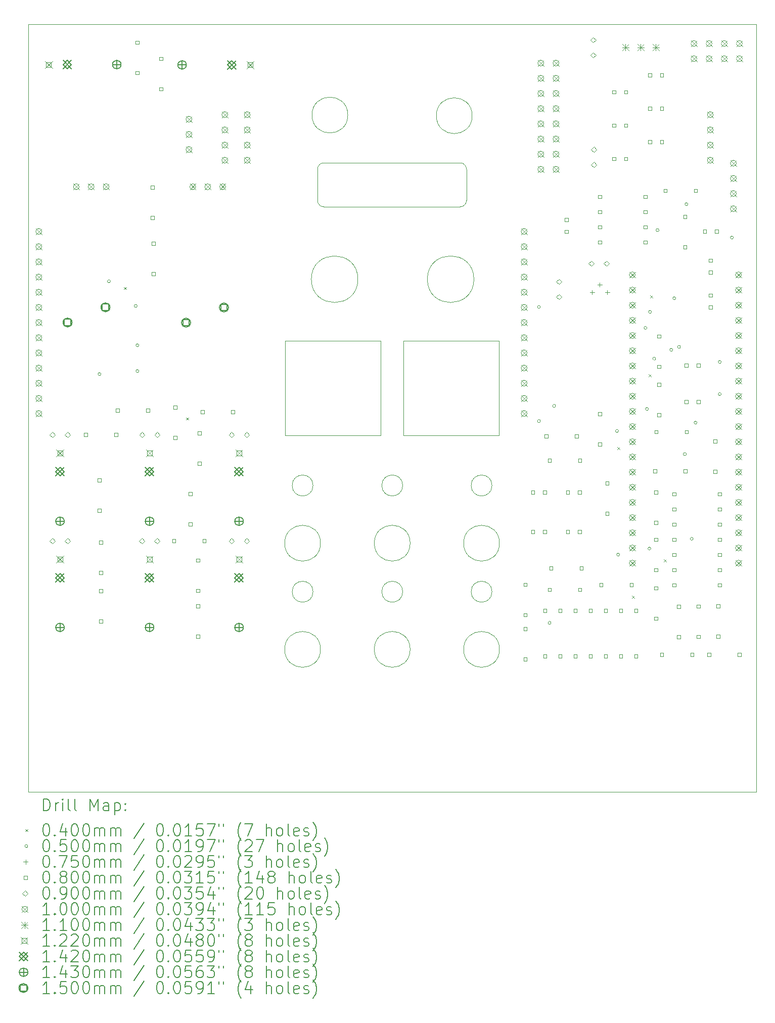
<source format=gbr>
%TF.GenerationSoftware,KiCad,Pcbnew,7.0.9*%
%TF.CreationDate,2023-11-30T22:46:54+01:00*%
%TF.ProjectId,euroPi-kicad,6575726f-5069-42d6-9b69-6361642e6b69,rev?*%
%TF.SameCoordinates,Original*%
%TF.FileFunction,Drillmap*%
%TF.FilePolarity,Positive*%
%FSLAX45Y45*%
G04 Gerber Fmt 4.5, Leading zero omitted, Abs format (unit mm)*
G04 Created by KiCad (PCBNEW 7.0.9) date 2023-11-30 22:46:54*
%MOMM*%
%LPD*%
G01*
G04 APERTURE LIST*
%ADD10C,0.100000*%
%ADD11C,0.200000*%
%ADD12C,0.110000*%
%ADD13C,0.122000*%
%ADD14C,0.142000*%
%ADD15C,0.143000*%
%ADD16C,0.150000*%
G04 APERTURE END LIST*
D10*
X12899380Y-10261080D02*
G75*
G03*
X12899380Y-10261080I-175000J0D01*
G01*
X13024380Y-13005080D02*
G75*
G03*
X13024380Y-13005080I-300000J0D01*
G01*
X13081419Y-4858340D02*
G75*
G03*
X12974320Y-4965020I-209J-106890D01*
G01*
X16021580Y-13004800D02*
G75*
G03*
X16021580Y-13004800I-300000J0D01*
G01*
X12974320Y-5488521D02*
G75*
G03*
X13081000Y-5595620I106890J-209D01*
G01*
X16021580Y-11226800D02*
G75*
G03*
X16021580Y-11226800I-300000J0D01*
G01*
X14525520Y-11226800D02*
G75*
G03*
X14525520Y-11226800I-300000J0D01*
G01*
X14525520Y-13004800D02*
G75*
G03*
X14525520Y-13004800I-300000J0D01*
G01*
X8128000Y-2540000D02*
X20320000Y-2540000D01*
X20320000Y-15389860D01*
X8128000Y-15389860D01*
X8128000Y-2540000D01*
X13650320Y-6807200D02*
G75*
G03*
X13650320Y-6807200I-390000J0D01*
G01*
X13481580Y-4058400D02*
G75*
G03*
X13481580Y-4058400I-300000J0D01*
G01*
X15896580Y-12039600D02*
G75*
G03*
X15896580Y-12039600I-175000J0D01*
G01*
X12899380Y-12039880D02*
G75*
G03*
X12899380Y-12039880I-175000J0D01*
G01*
X15361501Y-5595830D02*
G75*
G03*
X15468600Y-5489150I209J106890D01*
G01*
X15593420Y-6807200D02*
G75*
G03*
X15593420Y-6807200I-390000J0D01*
G01*
X12974320Y-4965020D02*
X12974322Y-5488521D01*
X14400520Y-12039600D02*
G75*
G03*
X14400520Y-12039600I-175000J0D01*
G01*
X14414500Y-7835900D02*
X16014700Y-7835900D01*
X16014700Y-9423400D01*
X14414500Y-9423400D01*
X14414500Y-7835900D01*
X12433300Y-7835900D02*
X14033500Y-7835900D01*
X14033500Y-9423400D01*
X12433300Y-9423400D01*
X12433300Y-7835900D01*
X13081000Y-5595620D02*
X15361501Y-5595829D01*
X15896580Y-10260800D02*
G75*
G03*
X15896580Y-10260800I-175000J0D01*
G01*
X15468599Y-4965700D02*
G75*
G03*
X15361922Y-4858601I-106889J210D01*
G01*
X15564380Y-4069600D02*
G75*
G03*
X15564380Y-4069600I-300000J0D01*
G01*
X15468600Y-5489150D02*
X15468600Y-4965700D01*
X15361922Y-4858601D02*
X13081419Y-4858342D01*
X14400520Y-10260800D02*
G75*
G03*
X14400520Y-10260800I-175000J0D01*
G01*
X13024380Y-11227080D02*
G75*
G03*
X13024380Y-11227080I-300000J0D01*
G01*
D11*
D10*
X9733600Y-6939600D02*
X9773600Y-6979600D01*
X9773600Y-6939600D02*
X9733600Y-6979600D01*
X10775000Y-9124000D02*
X10815000Y-9164000D01*
X10815000Y-9124000D02*
X10775000Y-9164000D01*
X17993066Y-9615734D02*
X18033066Y-9655734D01*
X18033066Y-9615734D02*
X17993066Y-9655734D01*
X18242600Y-12109400D02*
X18282600Y-12149400D01*
X18282600Y-12109400D02*
X18242600Y-12149400D01*
X18522000Y-8401000D02*
X18562000Y-8441000D01*
X18562000Y-8401000D02*
X18522000Y-8441000D01*
X18547400Y-7080200D02*
X18587400Y-7120200D01*
X18587400Y-7080200D02*
X18547400Y-7120200D01*
X18776000Y-11499800D02*
X18816000Y-11539800D01*
X18816000Y-11499800D02*
X18776000Y-11539800D01*
X9346800Y-8395600D02*
G75*
G03*
X9346800Y-8395600I-25000J0D01*
G01*
X9505463Y-6843000D02*
G75*
G03*
X9505463Y-6843000I-25000J0D01*
G01*
X9954600Y-7254400D02*
G75*
G03*
X9954600Y-7254400I-25000J0D01*
G01*
X9981800Y-7913000D02*
G75*
G03*
X9981800Y-7913000I-25000J0D01*
G01*
X9981800Y-8344800D02*
G75*
G03*
X9981800Y-8344800I-25000J0D01*
G01*
X16707337Y-7270400D02*
G75*
G03*
X16707337Y-7270400I-25000J0D01*
G01*
X16707535Y-9182860D02*
G75*
G03*
X16707535Y-9182860I-25000J0D01*
G01*
X16885335Y-12561060D02*
G75*
G03*
X16885335Y-12561060I-25000J0D01*
G01*
X16961535Y-8928860D02*
G75*
G03*
X16961535Y-8928860I-25000J0D01*
G01*
X18014472Y-9349123D02*
G75*
G03*
X18014472Y-9349123I-25000J0D01*
G01*
X18033599Y-11418200D02*
G75*
G03*
X18033599Y-11418200I-25000J0D01*
G01*
X18490800Y-7621990D02*
G75*
G03*
X18490800Y-7621990I-25000J0D01*
G01*
X18516200Y-8979800D02*
G75*
G03*
X18516200Y-8979800I-25000J0D01*
G01*
X18556600Y-11316600D02*
G75*
G03*
X18556600Y-11316600I-25000J0D01*
G01*
X18567000Y-7354200D02*
G75*
G03*
X18567000Y-7354200I-25000J0D01*
G01*
X18638119Y-8137476D02*
G75*
G03*
X18638119Y-8137476I-25000J0D01*
G01*
X18694000Y-5985140D02*
G75*
G03*
X18694000Y-5985140I-25000J0D01*
G01*
X18922600Y-7989200D02*
G75*
G03*
X18922600Y-7989200I-25000J0D01*
G01*
X18973399Y-7125600D02*
G75*
G03*
X18973399Y-7125600I-25000J0D01*
G01*
X19053548Y-7941325D02*
G75*
G03*
X19053548Y-7941325I-25000J0D01*
G01*
X19151200Y-9735839D02*
G75*
G03*
X19151200Y-9735839I-25000J0D01*
G01*
X19176600Y-5550800D02*
G75*
G03*
X19176600Y-5550800I-25000J0D01*
G01*
X19265438Y-11153764D02*
G75*
G03*
X19265438Y-11153764I-25000J0D01*
G01*
X19329000Y-9208400D02*
G75*
G03*
X19329000Y-9208400I-25000J0D01*
G01*
X19735400Y-8192400D02*
G75*
G03*
X19735400Y-8192400I-25000J0D01*
G01*
X19735400Y-8730618D02*
G75*
G03*
X19735400Y-8730618I-25000J0D01*
G01*
X19938600Y-6109600D02*
G75*
G03*
X19938600Y-6109600I-25000J0D01*
G01*
X17574800Y-6989040D02*
X17574800Y-7064040D01*
X17537300Y-7026540D02*
X17612300Y-7026540D01*
X17701800Y-6862040D02*
X17701800Y-6937040D01*
X17664300Y-6899540D02*
X17739300Y-6899540D01*
X17828800Y-6989040D02*
X17828800Y-7064040D01*
X17791300Y-7026540D02*
X17866300Y-7026540D01*
X9118585Y-9439885D02*
X9118585Y-9383316D01*
X9062016Y-9383316D01*
X9062016Y-9439885D01*
X9118585Y-9439885D01*
X9350085Y-10201885D02*
X9350085Y-10145316D01*
X9293516Y-10145316D01*
X9293516Y-10201885D01*
X9350085Y-10201885D01*
X9350085Y-10709885D02*
X9350085Y-10653316D01*
X9293516Y-10653316D01*
X9293516Y-10709885D01*
X9350085Y-10709885D01*
X9375485Y-11240384D02*
X9375485Y-11183816D01*
X9318916Y-11183816D01*
X9318916Y-11240384D01*
X9375485Y-11240384D01*
X9375485Y-11748384D02*
X9375485Y-11691815D01*
X9318916Y-11691815D01*
X9318916Y-11748384D01*
X9375485Y-11748384D01*
X9375485Y-12056084D02*
X9375485Y-11999515D01*
X9318916Y-11999515D01*
X9318916Y-12056084D01*
X9375485Y-12056084D01*
X9375485Y-12564084D02*
X9375485Y-12507515D01*
X9318916Y-12507515D01*
X9318916Y-12564084D01*
X9375485Y-12564084D01*
X9626585Y-9439885D02*
X9626585Y-9383316D01*
X9570016Y-9383316D01*
X9570016Y-9439885D01*
X9626585Y-9439885D01*
X9654885Y-9033485D02*
X9654885Y-8976916D01*
X9598316Y-8976916D01*
X9598316Y-9033485D01*
X9654885Y-9033485D01*
X9986249Y-2871084D02*
X9986249Y-2814515D01*
X9929680Y-2814515D01*
X9929680Y-2871084D01*
X9986249Y-2871084D01*
X9986249Y-3379084D02*
X9986249Y-3322515D01*
X9929680Y-3322515D01*
X9929680Y-3379084D01*
X9986249Y-3379084D01*
X10162885Y-9033485D02*
X10162885Y-8976916D01*
X10106316Y-8976916D01*
X10106316Y-9033485D01*
X10162885Y-9033485D01*
X10240249Y-5299685D02*
X10240249Y-5243116D01*
X10183680Y-5243116D01*
X10183680Y-5299685D01*
X10240249Y-5299685D01*
X10240249Y-5807684D02*
X10240249Y-5751115D01*
X10183680Y-5751115D01*
X10183680Y-5807684D01*
X10240249Y-5807684D01*
X10251785Y-6239484D02*
X10251785Y-6182915D01*
X10195216Y-6182915D01*
X10195216Y-6239484D01*
X10251785Y-6239484D01*
X10251785Y-6747484D02*
X10251785Y-6690915D01*
X10195216Y-6690915D01*
X10195216Y-6747484D01*
X10251785Y-6747484D01*
X10379949Y-3142484D02*
X10379949Y-3085915D01*
X10323380Y-3085915D01*
X10323380Y-3142484D01*
X10379949Y-3142484D01*
X10379949Y-3650484D02*
X10379949Y-3593915D01*
X10323380Y-3593915D01*
X10323380Y-3650484D01*
X10379949Y-3650484D01*
X10597585Y-11217884D02*
X10597585Y-11161316D01*
X10541016Y-11161316D01*
X10541016Y-11217884D01*
X10597585Y-11217884D01*
X10620085Y-8979785D02*
X10620085Y-8923216D01*
X10563516Y-8923216D01*
X10563516Y-8979785D01*
X10620085Y-8979785D01*
X10620085Y-9487785D02*
X10620085Y-9431216D01*
X10563516Y-9431216D01*
X10563516Y-9487785D01*
X10620085Y-9487785D01*
X10874085Y-10427585D02*
X10874085Y-10371016D01*
X10817516Y-10371016D01*
X10817516Y-10427585D01*
X10874085Y-10427585D01*
X10874085Y-10935585D02*
X10874085Y-10879016D01*
X10817516Y-10879016D01*
X10817516Y-10935585D01*
X10874085Y-10935585D01*
X11002249Y-11542284D02*
X11002249Y-11485715D01*
X10945680Y-11485715D01*
X10945680Y-11542284D01*
X11002249Y-11542284D01*
X11002249Y-12050284D02*
X11002249Y-11993715D01*
X10945680Y-11993715D01*
X10945680Y-12050284D01*
X11002249Y-12050284D01*
X11002249Y-12307184D02*
X11002249Y-12250615D01*
X10945680Y-12250615D01*
X10945680Y-12307184D01*
X11002249Y-12307184D01*
X11002249Y-12815184D02*
X11002249Y-12758615D01*
X10945680Y-12758615D01*
X10945680Y-12815184D01*
X11002249Y-12815184D01*
X11026485Y-9414485D02*
X11026485Y-9357916D01*
X10969916Y-9357916D01*
X10969916Y-9414485D01*
X11026485Y-9414485D01*
X11026485Y-9922485D02*
X11026485Y-9865916D01*
X10969916Y-9865916D01*
X10969916Y-9922485D01*
X11026485Y-9922485D01*
X11078449Y-9058885D02*
X11078449Y-9002316D01*
X11021880Y-9002316D01*
X11021880Y-9058885D01*
X11078449Y-9058885D01*
X11105585Y-11217884D02*
X11105585Y-11161316D01*
X11049016Y-11161316D01*
X11049016Y-11217884D01*
X11105585Y-11217884D01*
X11586449Y-9058885D02*
X11586449Y-9002316D01*
X11529880Y-9002316D01*
X11529880Y-9058885D01*
X11586449Y-9058885D01*
X16482220Y-11948544D02*
X16482220Y-11891975D01*
X16425651Y-11891975D01*
X16425651Y-11948544D01*
X16482220Y-11948544D01*
X16482220Y-12456544D02*
X16482220Y-12399975D01*
X16425651Y-12399975D01*
X16425651Y-12456544D01*
X16482220Y-12456544D01*
X16482220Y-12690944D02*
X16482220Y-12634375D01*
X16425651Y-12634375D01*
X16425651Y-12690944D01*
X16482220Y-12690944D01*
X16482220Y-13198944D02*
X16482220Y-13142375D01*
X16425651Y-13142375D01*
X16425651Y-13198944D01*
X16482220Y-13198944D01*
X16607620Y-10404945D02*
X16607620Y-10348376D01*
X16551051Y-10348376D01*
X16551051Y-10404945D01*
X16607620Y-10404945D01*
X16609220Y-11065345D02*
X16609220Y-11008776D01*
X16552651Y-11008776D01*
X16552651Y-11065345D01*
X16609220Y-11065345D01*
X16807620Y-10404945D02*
X16807620Y-10348376D01*
X16751051Y-10348376D01*
X16751051Y-10404945D01*
X16807620Y-10404945D01*
X16809220Y-11065345D02*
X16809220Y-11008776D01*
X16752651Y-11008776D01*
X16752651Y-11065345D01*
X16809220Y-11065345D01*
X16812420Y-12386144D02*
X16812420Y-12329575D01*
X16755851Y-12329575D01*
X16755851Y-12386144D01*
X16812420Y-12386144D01*
X16812420Y-13148144D02*
X16812420Y-13091575D01*
X16755851Y-13091575D01*
X16755851Y-13148144D01*
X16812420Y-13148144D01*
X16834920Y-9465145D02*
X16834920Y-9408576D01*
X16778351Y-9408576D01*
X16778351Y-9465145D01*
X16834920Y-9465145D01*
X16888620Y-9871545D02*
X16888620Y-9814976D01*
X16832051Y-9814976D01*
X16832051Y-9871545D01*
X16888620Y-9871545D01*
X16888620Y-12033444D02*
X16888620Y-11976875D01*
X16832051Y-11976875D01*
X16832051Y-12033444D01*
X16888620Y-12033444D01*
X16914020Y-11674944D02*
X16914020Y-11618375D01*
X16857451Y-11618375D01*
X16857451Y-11674944D01*
X16914020Y-11674944D01*
X17066420Y-12386144D02*
X17066420Y-12329575D01*
X17009851Y-12329575D01*
X17009851Y-12386144D01*
X17066420Y-12386144D01*
X17066420Y-13148144D02*
X17066420Y-13091575D01*
X17009851Y-13091575D01*
X17009851Y-13148144D01*
X17066420Y-13148144D01*
X17173285Y-5837224D02*
X17173285Y-5780655D01*
X17116716Y-5780655D01*
X17116716Y-5837224D01*
X17173285Y-5837224D01*
X17173285Y-6037224D02*
X17173285Y-5980655D01*
X17116716Y-5980655D01*
X17116716Y-6037224D01*
X17173285Y-6037224D01*
X17191820Y-10404945D02*
X17191820Y-10348376D01*
X17135251Y-10348376D01*
X17135251Y-10404945D01*
X17191820Y-10404945D01*
X17193420Y-11065345D02*
X17193420Y-11008776D01*
X17136851Y-11008776D01*
X17136851Y-11065345D01*
X17193420Y-11065345D01*
X17320420Y-12386144D02*
X17320420Y-12329575D01*
X17263851Y-12329575D01*
X17263851Y-12386144D01*
X17320420Y-12386144D01*
X17320420Y-13148144D02*
X17320420Y-13091575D01*
X17263851Y-13091575D01*
X17263851Y-13148144D01*
X17320420Y-13148144D01*
X17342920Y-9465145D02*
X17342920Y-9408576D01*
X17286351Y-9408576D01*
X17286351Y-9465145D01*
X17342920Y-9465145D01*
X17391820Y-10404945D02*
X17391820Y-10348376D01*
X17335251Y-10348376D01*
X17335251Y-10404945D01*
X17391820Y-10404945D01*
X17393420Y-11065345D02*
X17393420Y-11008776D01*
X17336851Y-11008776D01*
X17336851Y-11065345D01*
X17393420Y-11065345D01*
X17396620Y-9871545D02*
X17396620Y-9814976D01*
X17340051Y-9814976D01*
X17340051Y-9871545D01*
X17396620Y-9871545D01*
X17396620Y-12033444D02*
X17396620Y-11976875D01*
X17340051Y-11976875D01*
X17340051Y-12033444D01*
X17396620Y-12033444D01*
X17422020Y-11674944D02*
X17422020Y-11618375D01*
X17365451Y-11618375D01*
X17365451Y-11674944D01*
X17422020Y-11674944D01*
X17574420Y-12386144D02*
X17574420Y-12329575D01*
X17517851Y-12329575D01*
X17517851Y-12386144D01*
X17574420Y-12386144D01*
X17574420Y-13148144D02*
X17574420Y-13091575D01*
X17517851Y-13091575D01*
X17517851Y-13148144D01*
X17574420Y-13148144D01*
X17732085Y-5454625D02*
X17732085Y-5398056D01*
X17675516Y-5398056D01*
X17675516Y-5454625D01*
X17732085Y-5454625D01*
X17732085Y-5708624D02*
X17732085Y-5652055D01*
X17675516Y-5652055D01*
X17675516Y-5708624D01*
X17732085Y-5708624D01*
X17732085Y-5962624D02*
X17732085Y-5906055D01*
X17675516Y-5906055D01*
X17675516Y-5962624D01*
X17732085Y-5962624D01*
X17732085Y-6216624D02*
X17732085Y-6160055D01*
X17675516Y-6160055D01*
X17675516Y-6216624D01*
X17732085Y-6216624D01*
X17732085Y-9089725D02*
X17732085Y-9033156D01*
X17675516Y-9033156D01*
X17675516Y-9089725D01*
X17732085Y-9089725D01*
X17732085Y-9597725D02*
X17732085Y-9541156D01*
X17675516Y-9541156D01*
X17675516Y-9597725D01*
X17732085Y-9597725D01*
X17752220Y-11954344D02*
X17752220Y-11897775D01*
X17695651Y-11897775D01*
X17695651Y-11954344D01*
X17752220Y-11954344D01*
X17828420Y-12386144D02*
X17828420Y-12329575D01*
X17771851Y-12329575D01*
X17771851Y-12386144D01*
X17828420Y-12386144D01*
X17828420Y-13148144D02*
X17828420Y-13091575D01*
X17771851Y-13091575D01*
X17771851Y-13148144D01*
X17828420Y-13148144D01*
X17853820Y-10249645D02*
X17853820Y-10193076D01*
X17797251Y-10193076D01*
X17797251Y-10249645D01*
X17853820Y-10249645D01*
X17853820Y-10757645D02*
X17853820Y-10701076D01*
X17797251Y-10701076D01*
X17797251Y-10757645D01*
X17853820Y-10757645D01*
X17965485Y-3702024D02*
X17965485Y-3645455D01*
X17908916Y-3645455D01*
X17908916Y-3702024D01*
X17965485Y-3702024D01*
X17965485Y-4260825D02*
X17965485Y-4204256D01*
X17908916Y-4204256D01*
X17908916Y-4260825D01*
X17965485Y-4260825D01*
X17965485Y-4819625D02*
X17965485Y-4763056D01*
X17908916Y-4763056D01*
X17908916Y-4819625D01*
X17965485Y-4819625D01*
X18082420Y-12386144D02*
X18082420Y-12329575D01*
X18025851Y-12329575D01*
X18025851Y-12386144D01*
X18082420Y-12386144D01*
X18082420Y-13148144D02*
X18082420Y-13091575D01*
X18025851Y-13091575D01*
X18025851Y-13148144D01*
X18082420Y-13148144D01*
X18165485Y-3702024D02*
X18165485Y-3645455D01*
X18108916Y-3645455D01*
X18108916Y-3702024D01*
X18165485Y-3702024D01*
X18165485Y-4260825D02*
X18165485Y-4204256D01*
X18108916Y-4204256D01*
X18108916Y-4260825D01*
X18165485Y-4260825D01*
X18165485Y-4819625D02*
X18165485Y-4763056D01*
X18108916Y-4763056D01*
X18108916Y-4819625D01*
X18165485Y-4819625D01*
X18260220Y-11954344D02*
X18260220Y-11897775D01*
X18203651Y-11897775D01*
X18203651Y-11954344D01*
X18260220Y-11954344D01*
X18336420Y-12386144D02*
X18336420Y-12329575D01*
X18279851Y-12329575D01*
X18279851Y-12386144D01*
X18336420Y-12386144D01*
X18336420Y-13148144D02*
X18336420Y-13091575D01*
X18279851Y-13091575D01*
X18279851Y-13148144D01*
X18336420Y-13148144D01*
X18494085Y-5454625D02*
X18494085Y-5398056D01*
X18437516Y-5398056D01*
X18437516Y-5454625D01*
X18494085Y-5454625D01*
X18494085Y-5708624D02*
X18494085Y-5652055D01*
X18437516Y-5652055D01*
X18437516Y-5708624D01*
X18494085Y-5708624D01*
X18494085Y-5962624D02*
X18494085Y-5906055D01*
X18437516Y-5906055D01*
X18437516Y-5962624D01*
X18494085Y-5962624D01*
X18494085Y-6216624D02*
X18494085Y-6160055D01*
X18437516Y-6160055D01*
X18437516Y-6216624D01*
X18494085Y-6216624D01*
X18568220Y-3419944D02*
X18568220Y-3363375D01*
X18511651Y-3363375D01*
X18511651Y-3419944D01*
X18568220Y-3419944D01*
X18568220Y-3978744D02*
X18568220Y-3922175D01*
X18511651Y-3922175D01*
X18511651Y-3978744D01*
X18568220Y-3978744D01*
X18568220Y-4537545D02*
X18568220Y-4480976D01*
X18511651Y-4480976D01*
X18511651Y-4537545D01*
X18568220Y-4537545D01*
X18652285Y-10049125D02*
X18652285Y-9992556D01*
X18595716Y-9992556D01*
X18595716Y-10049125D01*
X18652285Y-10049125D01*
X18671885Y-10401825D02*
X18671885Y-10345256D01*
X18615316Y-10345256D01*
X18615316Y-10401825D01*
X18671885Y-10401825D01*
X18671885Y-10909825D02*
X18671885Y-10853256D01*
X18615316Y-10853256D01*
X18615316Y-10909825D01*
X18671885Y-10909825D01*
X18671885Y-11195024D02*
X18671885Y-11138456D01*
X18615316Y-11138456D01*
X18615316Y-11195024D01*
X18671885Y-11195024D01*
X18671885Y-11703024D02*
X18671885Y-11646455D01*
X18615316Y-11646455D01*
X18615316Y-11703024D01*
X18671885Y-11703024D01*
X18671885Y-12007824D02*
X18671885Y-11951255D01*
X18615316Y-11951255D01*
X18615316Y-12007824D01*
X18671885Y-12007824D01*
X18671885Y-12515824D02*
X18671885Y-12459255D01*
X18615316Y-12459255D01*
X18615316Y-12515824D01*
X18671885Y-12515824D01*
X18674785Y-9391625D02*
X18674785Y-9335056D01*
X18618216Y-9335056D01*
X18618216Y-9391625D01*
X18674785Y-9391625D01*
X18719785Y-7791424D02*
X18719785Y-7734855D01*
X18663216Y-7734855D01*
X18663216Y-7791424D01*
X18719785Y-7791424D01*
X18719785Y-8299424D02*
X18719785Y-8242855D01*
X18663216Y-8242855D01*
X18663216Y-8299424D01*
X18719785Y-8299424D01*
X18719785Y-8601325D02*
X18719785Y-8544756D01*
X18663216Y-8544756D01*
X18663216Y-8601325D01*
X18719785Y-8601325D01*
X18719785Y-9109325D02*
X18719785Y-9052756D01*
X18663216Y-9052756D01*
X18663216Y-9109325D01*
X18719785Y-9109325D01*
X18768220Y-3419944D02*
X18768220Y-3363375D01*
X18711651Y-3363375D01*
X18711651Y-3419944D01*
X18768220Y-3419944D01*
X18768220Y-3978744D02*
X18768220Y-3922175D01*
X18711651Y-3922175D01*
X18711651Y-3978744D01*
X18768220Y-3978744D01*
X18768220Y-4537545D02*
X18768220Y-4480976D01*
X18711651Y-4480976D01*
X18711651Y-4537545D01*
X18768220Y-4537545D01*
X18768220Y-13122744D02*
X18768220Y-13066175D01*
X18711651Y-13066175D01*
X18711651Y-13122744D01*
X18768220Y-13122744D01*
X18827185Y-5353025D02*
X18827185Y-5296456D01*
X18770616Y-5296456D01*
X18770616Y-5353025D01*
X18827185Y-5353025D01*
X18976685Y-10433025D02*
X18976685Y-10376456D01*
X18920116Y-10376456D01*
X18920116Y-10433025D01*
X18976685Y-10433025D01*
X18976685Y-10687025D02*
X18976685Y-10630456D01*
X18920116Y-10630456D01*
X18920116Y-10687025D01*
X18976685Y-10687025D01*
X18976685Y-10941025D02*
X18976685Y-10884456D01*
X18920116Y-10884456D01*
X18920116Y-10941025D01*
X18976685Y-10941025D01*
X18976685Y-11195024D02*
X18976685Y-11138456D01*
X18920116Y-11138456D01*
X18920116Y-11195024D01*
X18976685Y-11195024D01*
X18976685Y-11449024D02*
X18976685Y-11392455D01*
X18920116Y-11392455D01*
X18920116Y-11449024D01*
X18976685Y-11449024D01*
X18976685Y-11703024D02*
X18976685Y-11646455D01*
X18920116Y-11646455D01*
X18920116Y-11703024D01*
X18976685Y-11703024D01*
X18976685Y-11957024D02*
X18976685Y-11900455D01*
X18920116Y-11900455D01*
X18920116Y-11957024D01*
X18976685Y-11957024D01*
X19052885Y-12315524D02*
X19052885Y-12258955D01*
X18996316Y-12258955D01*
X18996316Y-12315524D01*
X19052885Y-12315524D01*
X19052885Y-12823524D02*
X19052885Y-12766955D01*
X18996316Y-12766955D01*
X18996316Y-12823524D01*
X19052885Y-12823524D01*
X19157385Y-5787724D02*
X19157385Y-5731155D01*
X19100816Y-5731155D01*
X19100816Y-5787724D01*
X19157385Y-5787724D01*
X19157385Y-6295724D02*
X19157385Y-6239155D01*
X19100816Y-6239155D01*
X19100816Y-6295724D01*
X19157385Y-6295724D01*
X19160285Y-10049125D02*
X19160285Y-9992556D01*
X19103716Y-9992556D01*
X19103716Y-10049125D01*
X19160285Y-10049125D01*
X19179885Y-8277755D02*
X19179885Y-8221186D01*
X19123316Y-8221186D01*
X19123316Y-8277755D01*
X19179885Y-8277755D01*
X19179885Y-8887355D02*
X19179885Y-8830786D01*
X19123316Y-8830786D01*
X19123316Y-8887355D01*
X19179885Y-8887355D01*
X19182785Y-9391625D02*
X19182785Y-9335056D01*
X19126216Y-9335056D01*
X19126216Y-9391625D01*
X19182785Y-9391625D01*
X19276220Y-13122744D02*
X19276220Y-13066175D01*
X19219651Y-13066175D01*
X19219651Y-13122744D01*
X19276220Y-13122744D01*
X19335185Y-5353025D02*
X19335185Y-5296456D01*
X19278616Y-5296456D01*
X19278616Y-5353025D01*
X19335185Y-5353025D01*
X19379885Y-8277755D02*
X19379885Y-8221186D01*
X19323316Y-8221186D01*
X19323316Y-8277755D01*
X19379885Y-8277755D01*
X19379885Y-8887355D02*
X19379885Y-8830786D01*
X19323316Y-8830786D01*
X19323316Y-8887355D01*
X19379885Y-8887355D01*
X19383085Y-12312624D02*
X19383085Y-12256055D01*
X19326516Y-12256055D01*
X19326516Y-12312624D01*
X19383085Y-12312624D01*
X19383085Y-12820624D02*
X19383085Y-12764055D01*
X19326516Y-12764055D01*
X19326516Y-12820624D01*
X19383085Y-12820624D01*
X19486285Y-6036284D02*
X19486285Y-5979715D01*
X19429716Y-5979715D01*
X19429716Y-6036284D01*
X19486285Y-6036284D01*
X19558520Y-13122744D02*
X19558520Y-13066175D01*
X19501951Y-13066175D01*
X19501951Y-13122744D01*
X19558520Y-13122744D01*
X19586285Y-6522084D02*
X19586285Y-6465515D01*
X19529716Y-6465515D01*
X19529716Y-6522084D01*
X19586285Y-6522084D01*
X19586285Y-6722084D02*
X19586285Y-6665515D01*
X19529716Y-6665515D01*
X19529716Y-6722084D01*
X19586285Y-6722084D01*
X19586285Y-7106284D02*
X19586285Y-7049715D01*
X19529716Y-7049715D01*
X19529716Y-7106284D01*
X19586285Y-7106284D01*
X19586285Y-7306284D02*
X19586285Y-7249715D01*
X19529716Y-7249715D01*
X19529716Y-7306284D01*
X19586285Y-7306284D01*
X19662485Y-9546925D02*
X19662485Y-9490356D01*
X19605916Y-9490356D01*
X19605916Y-9546925D01*
X19662485Y-9546925D01*
X19662485Y-10054925D02*
X19662485Y-9998356D01*
X19605916Y-9998356D01*
X19605916Y-10054925D01*
X19662485Y-10054925D01*
X19686285Y-6036284D02*
X19686285Y-5979715D01*
X19629716Y-5979715D01*
X19629716Y-6036284D01*
X19686285Y-6036284D01*
X19713285Y-12309724D02*
X19713285Y-12253155D01*
X19656716Y-12253155D01*
X19656716Y-12309724D01*
X19713285Y-12309724D01*
X19713285Y-12817724D02*
X19713285Y-12761155D01*
X19656716Y-12761155D01*
X19656716Y-12817724D01*
X19713285Y-12817724D01*
X19738685Y-10433025D02*
X19738685Y-10376456D01*
X19682116Y-10376456D01*
X19682116Y-10433025D01*
X19738685Y-10433025D01*
X19738685Y-10687025D02*
X19738685Y-10630456D01*
X19682116Y-10630456D01*
X19682116Y-10687025D01*
X19738685Y-10687025D01*
X19738685Y-10941025D02*
X19738685Y-10884456D01*
X19682116Y-10884456D01*
X19682116Y-10941025D01*
X19738685Y-10941025D01*
X19738685Y-11195024D02*
X19738685Y-11138456D01*
X19682116Y-11138456D01*
X19682116Y-11195024D01*
X19738685Y-11195024D01*
X19738685Y-11449024D02*
X19738685Y-11392455D01*
X19682116Y-11392455D01*
X19682116Y-11449024D01*
X19738685Y-11449024D01*
X19738685Y-11703024D02*
X19738685Y-11646455D01*
X19682116Y-11646455D01*
X19682116Y-11703024D01*
X19738685Y-11703024D01*
X19738685Y-11957024D02*
X19738685Y-11900455D01*
X19682116Y-11900455D01*
X19682116Y-11957024D01*
X19738685Y-11957024D01*
X20066520Y-13122744D02*
X20066520Y-13066175D01*
X20009951Y-13066175D01*
X20009951Y-13122744D01*
X20066520Y-13122744D01*
X8533900Y-11234600D02*
X8578900Y-11189600D01*
X8533900Y-11144600D01*
X8488900Y-11189600D01*
X8533900Y-11234600D01*
X8534900Y-9456600D02*
X8579900Y-9411600D01*
X8534900Y-9366600D01*
X8489900Y-9411600D01*
X8534900Y-9456600D01*
X8787900Y-11234600D02*
X8832900Y-11189600D01*
X8787900Y-11144600D01*
X8742900Y-11189600D01*
X8787900Y-11234600D01*
X8788900Y-9456600D02*
X8833900Y-9411600D01*
X8788900Y-9366600D01*
X8743900Y-9411600D01*
X8788900Y-9456600D01*
X10033082Y-11234600D02*
X10078082Y-11189600D01*
X10033082Y-11144600D01*
X9988082Y-11189600D01*
X10033082Y-11234600D01*
X10034082Y-9456600D02*
X10079082Y-9411600D01*
X10034082Y-9366600D01*
X9989082Y-9411600D01*
X10034082Y-9456600D01*
X10287082Y-11234600D02*
X10332082Y-11189600D01*
X10287082Y-11144600D01*
X10242082Y-11189600D01*
X10287082Y-11234600D01*
X10288082Y-9456600D02*
X10333082Y-9411600D01*
X10288082Y-9366600D01*
X10243082Y-9411600D01*
X10288082Y-9456600D01*
X11533265Y-9456600D02*
X11578265Y-9411600D01*
X11533265Y-9366600D01*
X11488265Y-9411600D01*
X11533265Y-9456600D01*
X11533265Y-11234600D02*
X11578265Y-11189600D01*
X11533265Y-11144600D01*
X11488265Y-11189600D01*
X11533265Y-11234600D01*
X11787265Y-9456600D02*
X11832265Y-9411600D01*
X11787265Y-9366600D01*
X11742265Y-9411600D01*
X11787265Y-9456600D01*
X11787265Y-11234600D02*
X11832265Y-11189600D01*
X11787265Y-11144600D01*
X11742265Y-11189600D01*
X11787265Y-11234600D01*
X17018000Y-6893740D02*
X17063000Y-6848740D01*
X17018000Y-6803740D01*
X16973000Y-6848740D01*
X17018000Y-6893740D01*
X17018000Y-7147740D02*
X17063000Y-7102740D01*
X17018000Y-7057740D01*
X16973000Y-7102740D01*
X17018000Y-7147740D01*
X17559800Y-6588940D02*
X17604800Y-6543940D01*
X17559800Y-6498940D01*
X17514800Y-6543940D01*
X17559800Y-6588940D01*
X17591335Y-2847900D02*
X17636335Y-2802900D01*
X17591335Y-2757900D01*
X17546335Y-2802900D01*
X17591335Y-2847900D01*
X17591335Y-3101900D02*
X17636335Y-3056900D01*
X17591335Y-3011900D01*
X17546335Y-3056900D01*
X17591335Y-3101900D01*
X17602200Y-4681400D02*
X17647200Y-4636400D01*
X17602200Y-4591400D01*
X17557200Y-4636400D01*
X17602200Y-4681400D01*
X17602200Y-4935400D02*
X17647200Y-4890400D01*
X17602200Y-4845400D01*
X17557200Y-4890400D01*
X17602200Y-4935400D01*
X17813800Y-6588940D02*
X17858800Y-6543940D01*
X17813800Y-6498940D01*
X17768800Y-6543940D01*
X17813800Y-6588940D01*
X8255800Y-5958000D02*
X8355800Y-6058000D01*
X8355800Y-5958000D02*
X8255800Y-6058000D01*
X8355800Y-6008000D02*
G75*
G03*
X8355800Y-6008000I-50000J0D01*
G01*
X8255800Y-6212000D02*
X8355800Y-6312000D01*
X8355800Y-6212000D02*
X8255800Y-6312000D01*
X8355800Y-6262000D02*
G75*
G03*
X8355800Y-6262000I-50000J0D01*
G01*
X8255800Y-6466000D02*
X8355800Y-6566000D01*
X8355800Y-6466000D02*
X8255800Y-6566000D01*
X8355800Y-6516000D02*
G75*
G03*
X8355800Y-6516000I-50000J0D01*
G01*
X8255800Y-6720000D02*
X8355800Y-6820000D01*
X8355800Y-6720000D02*
X8255800Y-6820000D01*
X8355800Y-6770000D02*
G75*
G03*
X8355800Y-6770000I-50000J0D01*
G01*
X8255800Y-6974000D02*
X8355800Y-7074000D01*
X8355800Y-6974000D02*
X8255800Y-7074000D01*
X8355800Y-7024000D02*
G75*
G03*
X8355800Y-7024000I-50000J0D01*
G01*
X8255800Y-7228000D02*
X8355800Y-7328000D01*
X8355800Y-7228000D02*
X8255800Y-7328000D01*
X8355800Y-7278000D02*
G75*
G03*
X8355800Y-7278000I-50000J0D01*
G01*
X8255800Y-7482000D02*
X8355800Y-7582000D01*
X8355800Y-7482000D02*
X8255800Y-7582000D01*
X8355800Y-7532000D02*
G75*
G03*
X8355800Y-7532000I-50000J0D01*
G01*
X8255800Y-7736000D02*
X8355800Y-7836000D01*
X8355800Y-7736000D02*
X8255800Y-7836000D01*
X8355800Y-7786000D02*
G75*
G03*
X8355800Y-7786000I-50000J0D01*
G01*
X8255800Y-7990000D02*
X8355800Y-8090000D01*
X8355800Y-7990000D02*
X8255800Y-8090000D01*
X8355800Y-8040000D02*
G75*
G03*
X8355800Y-8040000I-50000J0D01*
G01*
X8255800Y-8244000D02*
X8355800Y-8344000D01*
X8355800Y-8244000D02*
X8255800Y-8344000D01*
X8355800Y-8294000D02*
G75*
G03*
X8355800Y-8294000I-50000J0D01*
G01*
X8255800Y-8498000D02*
X8355800Y-8598000D01*
X8355800Y-8498000D02*
X8255800Y-8598000D01*
X8355800Y-8548000D02*
G75*
G03*
X8355800Y-8548000I-50000J0D01*
G01*
X8255800Y-8752000D02*
X8355800Y-8852000D01*
X8355800Y-8752000D02*
X8255800Y-8852000D01*
X8355800Y-8802000D02*
G75*
G03*
X8355800Y-8802000I-50000J0D01*
G01*
X8255800Y-9006000D02*
X8355800Y-9106000D01*
X8355800Y-9006000D02*
X8255800Y-9106000D01*
X8355800Y-9056000D02*
G75*
G03*
X8355800Y-9056000I-50000J0D01*
G01*
X8883265Y-5208700D02*
X8983265Y-5308700D01*
X8983265Y-5208700D02*
X8883265Y-5308700D01*
X8983265Y-5258700D02*
G75*
G03*
X8983265Y-5258700I-50000J0D01*
G01*
X9133265Y-5208700D02*
X9233265Y-5308700D01*
X9233265Y-5208700D02*
X9133265Y-5308700D01*
X9233265Y-5258700D02*
G75*
G03*
X9233265Y-5258700I-50000J0D01*
G01*
X9383265Y-5208700D02*
X9483265Y-5308700D01*
X9483265Y-5208700D02*
X9383265Y-5308700D01*
X9483265Y-5258700D02*
G75*
G03*
X9483265Y-5258700I-50000J0D01*
G01*
X10770400Y-4078400D02*
X10870400Y-4178400D01*
X10870400Y-4078400D02*
X10770400Y-4178400D01*
X10870400Y-4128400D02*
G75*
G03*
X10870400Y-4128400I-50000J0D01*
G01*
X10770400Y-4332400D02*
X10870400Y-4432400D01*
X10870400Y-4332400D02*
X10770400Y-4432400D01*
X10870400Y-4382400D02*
G75*
G03*
X10870400Y-4382400I-50000J0D01*
G01*
X10770400Y-4586400D02*
X10870400Y-4686400D01*
X10870400Y-4586400D02*
X10770400Y-4686400D01*
X10870400Y-4636400D02*
G75*
G03*
X10870400Y-4636400I-50000J0D01*
G01*
X10835940Y-5209740D02*
X10935940Y-5309740D01*
X10935940Y-5209740D02*
X10835940Y-5309740D01*
X10935940Y-5259740D02*
G75*
G03*
X10935940Y-5259740I-50000J0D01*
G01*
X11085940Y-5209740D02*
X11185940Y-5309740D01*
X11185940Y-5209740D02*
X11085940Y-5309740D01*
X11185940Y-5259740D02*
G75*
G03*
X11185940Y-5259740I-50000J0D01*
G01*
X11335940Y-5209740D02*
X11435940Y-5309740D01*
X11435940Y-5209740D02*
X11335940Y-5309740D01*
X11435940Y-5259740D02*
G75*
G03*
X11435940Y-5259740I-50000J0D01*
G01*
X11371150Y-4002200D02*
X11471150Y-4102200D01*
X11471150Y-4002200D02*
X11371150Y-4102200D01*
X11471150Y-4052200D02*
G75*
G03*
X11471150Y-4052200I-50000J0D01*
G01*
X11371150Y-4256200D02*
X11471150Y-4356200D01*
X11471150Y-4256200D02*
X11371150Y-4356200D01*
X11471150Y-4306200D02*
G75*
G03*
X11471150Y-4306200I-50000J0D01*
G01*
X11371150Y-4510200D02*
X11471150Y-4610200D01*
X11471150Y-4510200D02*
X11371150Y-4610200D01*
X11471150Y-4560200D02*
G75*
G03*
X11471150Y-4560200I-50000J0D01*
G01*
X11371150Y-4764200D02*
X11471150Y-4864200D01*
X11471150Y-4764200D02*
X11371150Y-4864200D01*
X11471150Y-4814200D02*
G75*
G03*
X11471150Y-4814200I-50000J0D01*
G01*
X11745760Y-4002200D02*
X11845760Y-4102200D01*
X11845760Y-4002200D02*
X11745760Y-4102200D01*
X11845760Y-4052200D02*
G75*
G03*
X11845760Y-4052200I-50000J0D01*
G01*
X11745760Y-4256200D02*
X11845760Y-4356200D01*
X11845760Y-4256200D02*
X11745760Y-4356200D01*
X11845760Y-4306200D02*
G75*
G03*
X11845760Y-4306200I-50000J0D01*
G01*
X11745760Y-4510200D02*
X11845760Y-4610200D01*
X11845760Y-4510200D02*
X11745760Y-4610200D01*
X11845760Y-4560200D02*
G75*
G03*
X11845760Y-4560200I-50000J0D01*
G01*
X11745760Y-4764200D02*
X11845760Y-4864200D01*
X11845760Y-4764200D02*
X11745760Y-4864200D01*
X11845760Y-4814200D02*
G75*
G03*
X11845760Y-4814200I-50000J0D01*
G01*
X16383800Y-5958000D02*
X16483800Y-6058000D01*
X16483800Y-5958000D02*
X16383800Y-6058000D01*
X16483800Y-6008000D02*
G75*
G03*
X16483800Y-6008000I-50000J0D01*
G01*
X16383800Y-6212000D02*
X16483800Y-6312000D01*
X16483800Y-6212000D02*
X16383800Y-6312000D01*
X16483800Y-6262000D02*
G75*
G03*
X16483800Y-6262000I-50000J0D01*
G01*
X16383800Y-6466000D02*
X16483800Y-6566000D01*
X16483800Y-6466000D02*
X16383800Y-6566000D01*
X16483800Y-6516000D02*
G75*
G03*
X16483800Y-6516000I-50000J0D01*
G01*
X16383800Y-6720000D02*
X16483800Y-6820000D01*
X16483800Y-6720000D02*
X16383800Y-6820000D01*
X16483800Y-6770000D02*
G75*
G03*
X16483800Y-6770000I-50000J0D01*
G01*
X16383800Y-6974000D02*
X16483800Y-7074000D01*
X16483800Y-6974000D02*
X16383800Y-7074000D01*
X16483800Y-7024000D02*
G75*
G03*
X16483800Y-7024000I-50000J0D01*
G01*
X16383800Y-7228000D02*
X16483800Y-7328000D01*
X16483800Y-7228000D02*
X16383800Y-7328000D01*
X16483800Y-7278000D02*
G75*
G03*
X16483800Y-7278000I-50000J0D01*
G01*
X16383800Y-7482000D02*
X16483800Y-7582000D01*
X16483800Y-7482000D02*
X16383800Y-7582000D01*
X16483800Y-7532000D02*
G75*
G03*
X16483800Y-7532000I-50000J0D01*
G01*
X16383800Y-7736000D02*
X16483800Y-7836000D01*
X16483800Y-7736000D02*
X16383800Y-7836000D01*
X16483800Y-7786000D02*
G75*
G03*
X16483800Y-7786000I-50000J0D01*
G01*
X16383800Y-7990000D02*
X16483800Y-8090000D01*
X16483800Y-7990000D02*
X16383800Y-8090000D01*
X16483800Y-8040000D02*
G75*
G03*
X16483800Y-8040000I-50000J0D01*
G01*
X16383800Y-8244000D02*
X16483800Y-8344000D01*
X16483800Y-8244000D02*
X16383800Y-8344000D01*
X16483800Y-8294000D02*
G75*
G03*
X16483800Y-8294000I-50000J0D01*
G01*
X16383800Y-8498000D02*
X16483800Y-8598000D01*
X16483800Y-8498000D02*
X16383800Y-8598000D01*
X16483800Y-8548000D02*
G75*
G03*
X16483800Y-8548000I-50000J0D01*
G01*
X16383800Y-8752000D02*
X16483800Y-8852000D01*
X16483800Y-8752000D02*
X16383800Y-8852000D01*
X16483800Y-8802000D02*
G75*
G03*
X16483800Y-8802000I-50000J0D01*
G01*
X16383800Y-9006000D02*
X16483800Y-9106000D01*
X16483800Y-9006000D02*
X16383800Y-9106000D01*
X16483800Y-9056000D02*
G75*
G03*
X16483800Y-9056000I-50000J0D01*
G01*
X16663200Y-3138600D02*
X16763200Y-3238600D01*
X16763200Y-3138600D02*
X16663200Y-3238600D01*
X16763200Y-3188600D02*
G75*
G03*
X16763200Y-3188600I-50000J0D01*
G01*
X16663200Y-3392600D02*
X16763200Y-3492600D01*
X16763200Y-3392600D02*
X16663200Y-3492600D01*
X16763200Y-3442600D02*
G75*
G03*
X16763200Y-3442600I-50000J0D01*
G01*
X16663200Y-3646600D02*
X16763200Y-3746600D01*
X16763200Y-3646600D02*
X16663200Y-3746600D01*
X16763200Y-3696600D02*
G75*
G03*
X16763200Y-3696600I-50000J0D01*
G01*
X16663200Y-3900600D02*
X16763200Y-4000600D01*
X16763200Y-3900600D02*
X16663200Y-4000600D01*
X16763200Y-3950600D02*
G75*
G03*
X16763200Y-3950600I-50000J0D01*
G01*
X16663200Y-4154600D02*
X16763200Y-4254600D01*
X16763200Y-4154600D02*
X16663200Y-4254600D01*
X16763200Y-4204600D02*
G75*
G03*
X16763200Y-4204600I-50000J0D01*
G01*
X16663200Y-4408600D02*
X16763200Y-4508600D01*
X16763200Y-4408600D02*
X16663200Y-4508600D01*
X16763200Y-4458600D02*
G75*
G03*
X16763200Y-4458600I-50000J0D01*
G01*
X16663200Y-4662600D02*
X16763200Y-4762600D01*
X16763200Y-4662600D02*
X16663200Y-4762600D01*
X16763200Y-4712600D02*
G75*
G03*
X16763200Y-4712600I-50000J0D01*
G01*
X16663200Y-4916600D02*
X16763200Y-5016600D01*
X16763200Y-4916600D02*
X16663200Y-5016600D01*
X16763200Y-4966600D02*
G75*
G03*
X16763200Y-4966600I-50000J0D01*
G01*
X16917200Y-3138600D02*
X17017200Y-3238600D01*
X17017200Y-3138600D02*
X16917200Y-3238600D01*
X17017200Y-3188600D02*
G75*
G03*
X17017200Y-3188600I-50000J0D01*
G01*
X16917200Y-3392600D02*
X17017200Y-3492600D01*
X17017200Y-3392600D02*
X16917200Y-3492600D01*
X17017200Y-3442600D02*
G75*
G03*
X17017200Y-3442600I-50000J0D01*
G01*
X16917200Y-3646600D02*
X17017200Y-3746600D01*
X17017200Y-3646600D02*
X16917200Y-3746600D01*
X17017200Y-3696600D02*
G75*
G03*
X17017200Y-3696600I-50000J0D01*
G01*
X16917200Y-3900600D02*
X17017200Y-4000600D01*
X17017200Y-3900600D02*
X16917200Y-4000600D01*
X17017200Y-3950600D02*
G75*
G03*
X17017200Y-3950600I-50000J0D01*
G01*
X16917200Y-4154600D02*
X17017200Y-4254600D01*
X17017200Y-4154600D02*
X16917200Y-4254600D01*
X17017200Y-4204600D02*
G75*
G03*
X17017200Y-4204600I-50000J0D01*
G01*
X16917200Y-4408600D02*
X17017200Y-4508600D01*
X17017200Y-4408600D02*
X16917200Y-4508600D01*
X17017200Y-4458600D02*
G75*
G03*
X17017200Y-4458600I-50000J0D01*
G01*
X16917200Y-4662600D02*
X17017200Y-4762600D01*
X17017200Y-4662600D02*
X16917200Y-4762600D01*
X17017200Y-4712600D02*
G75*
G03*
X17017200Y-4712600I-50000J0D01*
G01*
X16917200Y-4916600D02*
X17017200Y-5016600D01*
X17017200Y-4916600D02*
X16917200Y-5016600D01*
X17017200Y-4966600D02*
G75*
G03*
X17017200Y-4966600I-50000J0D01*
G01*
X18196600Y-6684140D02*
X18296600Y-6784140D01*
X18296600Y-6684140D02*
X18196600Y-6784140D01*
X18296600Y-6734140D02*
G75*
G03*
X18296600Y-6734140I-50000J0D01*
G01*
X18196600Y-6938140D02*
X18296600Y-7038140D01*
X18296600Y-6938140D02*
X18196600Y-7038140D01*
X18296600Y-6988140D02*
G75*
G03*
X18296600Y-6988140I-50000J0D01*
G01*
X18196600Y-7192140D02*
X18296600Y-7292140D01*
X18296600Y-7192140D02*
X18196600Y-7292140D01*
X18296600Y-7242140D02*
G75*
G03*
X18296600Y-7242140I-50000J0D01*
G01*
X18196600Y-7446140D02*
X18296600Y-7546140D01*
X18296600Y-7446140D02*
X18196600Y-7546140D01*
X18296600Y-7496140D02*
G75*
G03*
X18296600Y-7496140I-50000J0D01*
G01*
X18196600Y-7700140D02*
X18296600Y-7800140D01*
X18296600Y-7700140D02*
X18196600Y-7800140D01*
X18296600Y-7750140D02*
G75*
G03*
X18296600Y-7750140I-50000J0D01*
G01*
X18196600Y-7954140D02*
X18296600Y-8054140D01*
X18296600Y-7954140D02*
X18196600Y-8054140D01*
X18296600Y-8004140D02*
G75*
G03*
X18296600Y-8004140I-50000J0D01*
G01*
X18196600Y-8208140D02*
X18296600Y-8308140D01*
X18296600Y-8208140D02*
X18196600Y-8308140D01*
X18296600Y-8258140D02*
G75*
G03*
X18296600Y-8258140I-50000J0D01*
G01*
X18196600Y-8462140D02*
X18296600Y-8562140D01*
X18296600Y-8462140D02*
X18196600Y-8562140D01*
X18296600Y-8512140D02*
G75*
G03*
X18296600Y-8512140I-50000J0D01*
G01*
X18196600Y-8716140D02*
X18296600Y-8816140D01*
X18296600Y-8716140D02*
X18196600Y-8816140D01*
X18296600Y-8766140D02*
G75*
G03*
X18296600Y-8766140I-50000J0D01*
G01*
X18196600Y-8970140D02*
X18296600Y-9070140D01*
X18296600Y-8970140D02*
X18196600Y-9070140D01*
X18296600Y-9020140D02*
G75*
G03*
X18296600Y-9020140I-50000J0D01*
G01*
X18196600Y-9224140D02*
X18296600Y-9324140D01*
X18296600Y-9224140D02*
X18196600Y-9324140D01*
X18296600Y-9274140D02*
G75*
G03*
X18296600Y-9274140I-50000J0D01*
G01*
X18196600Y-9478140D02*
X18296600Y-9578140D01*
X18296600Y-9478140D02*
X18196600Y-9578140D01*
X18296600Y-9528140D02*
G75*
G03*
X18296600Y-9528140I-50000J0D01*
G01*
X18196600Y-9732140D02*
X18296600Y-9832140D01*
X18296600Y-9732140D02*
X18196600Y-9832140D01*
X18296600Y-9782140D02*
G75*
G03*
X18296600Y-9782140I-50000J0D01*
G01*
X18196600Y-9986140D02*
X18296600Y-10086140D01*
X18296600Y-9986140D02*
X18196600Y-10086140D01*
X18296600Y-10036140D02*
G75*
G03*
X18296600Y-10036140I-50000J0D01*
G01*
X18196600Y-10240140D02*
X18296600Y-10340140D01*
X18296600Y-10240140D02*
X18196600Y-10340140D01*
X18296600Y-10290140D02*
G75*
G03*
X18296600Y-10290140I-50000J0D01*
G01*
X18196600Y-10494140D02*
X18296600Y-10594140D01*
X18296600Y-10494140D02*
X18196600Y-10594140D01*
X18296600Y-10544140D02*
G75*
G03*
X18296600Y-10544140I-50000J0D01*
G01*
X18196600Y-10748140D02*
X18296600Y-10848140D01*
X18296600Y-10748140D02*
X18196600Y-10848140D01*
X18296600Y-10798140D02*
G75*
G03*
X18296600Y-10798140I-50000J0D01*
G01*
X18196600Y-11002140D02*
X18296600Y-11102140D01*
X18296600Y-11002140D02*
X18196600Y-11102140D01*
X18296600Y-11052140D02*
G75*
G03*
X18296600Y-11052140I-50000J0D01*
G01*
X18196600Y-11256140D02*
X18296600Y-11356140D01*
X18296600Y-11256140D02*
X18196600Y-11356140D01*
X18296600Y-11306140D02*
G75*
G03*
X18296600Y-11306140I-50000J0D01*
G01*
X18196600Y-11510140D02*
X18296600Y-11610140D01*
X18296600Y-11510140D02*
X18196600Y-11610140D01*
X18296600Y-11560140D02*
G75*
G03*
X18296600Y-11560140I-50000J0D01*
G01*
X19228600Y-2810940D02*
X19328600Y-2910940D01*
X19328600Y-2810940D02*
X19228600Y-2910940D01*
X19328600Y-2860940D02*
G75*
G03*
X19328600Y-2860940I-50000J0D01*
G01*
X19228600Y-3064940D02*
X19328600Y-3164940D01*
X19328600Y-3064940D02*
X19228600Y-3164940D01*
X19328600Y-3114940D02*
G75*
G03*
X19328600Y-3114940I-50000J0D01*
G01*
X19482600Y-2810940D02*
X19582600Y-2910940D01*
X19582600Y-2810940D02*
X19482600Y-2910940D01*
X19582600Y-2860940D02*
G75*
G03*
X19582600Y-2860940I-50000J0D01*
G01*
X19482600Y-3064940D02*
X19582600Y-3164940D01*
X19582600Y-3064940D02*
X19482600Y-3164940D01*
X19582600Y-3114940D02*
G75*
G03*
X19582600Y-3114940I-50000J0D01*
G01*
X19501650Y-4002200D02*
X19601650Y-4102200D01*
X19601650Y-4002200D02*
X19501650Y-4102200D01*
X19601650Y-4052200D02*
G75*
G03*
X19601650Y-4052200I-50000J0D01*
G01*
X19501650Y-4256200D02*
X19601650Y-4356200D01*
X19601650Y-4256200D02*
X19501650Y-4356200D01*
X19601650Y-4306200D02*
G75*
G03*
X19601650Y-4306200I-50000J0D01*
G01*
X19501650Y-4510200D02*
X19601650Y-4610200D01*
X19601650Y-4510200D02*
X19501650Y-4610200D01*
X19601650Y-4560200D02*
G75*
G03*
X19601650Y-4560200I-50000J0D01*
G01*
X19501650Y-4764200D02*
X19601650Y-4864200D01*
X19601650Y-4764200D02*
X19501650Y-4864200D01*
X19601650Y-4814200D02*
G75*
G03*
X19601650Y-4814200I-50000J0D01*
G01*
X19736600Y-2810940D02*
X19836600Y-2910940D01*
X19836600Y-2810940D02*
X19736600Y-2910940D01*
X19836600Y-2860940D02*
G75*
G03*
X19836600Y-2860940I-50000J0D01*
G01*
X19736600Y-3064940D02*
X19836600Y-3164940D01*
X19836600Y-3064940D02*
X19736600Y-3164940D01*
X19836600Y-3114940D02*
G75*
G03*
X19836600Y-3114940I-50000J0D01*
G01*
X19889000Y-4815000D02*
X19989000Y-4915000D01*
X19989000Y-4815000D02*
X19889000Y-4915000D01*
X19989000Y-4865000D02*
G75*
G03*
X19989000Y-4865000I-50000J0D01*
G01*
X19889000Y-5069000D02*
X19989000Y-5169000D01*
X19989000Y-5069000D02*
X19889000Y-5169000D01*
X19989000Y-5119000D02*
G75*
G03*
X19989000Y-5119000I-50000J0D01*
G01*
X19889000Y-5323000D02*
X19989000Y-5423000D01*
X19989000Y-5323000D02*
X19889000Y-5423000D01*
X19989000Y-5373000D02*
G75*
G03*
X19989000Y-5373000I-50000J0D01*
G01*
X19889000Y-5577000D02*
X19989000Y-5677000D01*
X19989000Y-5577000D02*
X19889000Y-5677000D01*
X19989000Y-5627000D02*
G75*
G03*
X19989000Y-5627000I-50000J0D01*
G01*
X19974600Y-6684140D02*
X20074600Y-6784140D01*
X20074600Y-6684140D02*
X19974600Y-6784140D01*
X20074600Y-6734140D02*
G75*
G03*
X20074600Y-6734140I-50000J0D01*
G01*
X19974600Y-6938140D02*
X20074600Y-7038140D01*
X20074600Y-6938140D02*
X19974600Y-7038140D01*
X20074600Y-6988140D02*
G75*
G03*
X20074600Y-6988140I-50000J0D01*
G01*
X19974600Y-7192140D02*
X20074600Y-7292140D01*
X20074600Y-7192140D02*
X19974600Y-7292140D01*
X20074600Y-7242140D02*
G75*
G03*
X20074600Y-7242140I-50000J0D01*
G01*
X19974600Y-7446140D02*
X20074600Y-7546140D01*
X20074600Y-7446140D02*
X19974600Y-7546140D01*
X20074600Y-7496140D02*
G75*
G03*
X20074600Y-7496140I-50000J0D01*
G01*
X19974600Y-7700140D02*
X20074600Y-7800140D01*
X20074600Y-7700140D02*
X19974600Y-7800140D01*
X20074600Y-7750140D02*
G75*
G03*
X20074600Y-7750140I-50000J0D01*
G01*
X19974600Y-7954140D02*
X20074600Y-8054140D01*
X20074600Y-7954140D02*
X19974600Y-8054140D01*
X20074600Y-8004140D02*
G75*
G03*
X20074600Y-8004140I-50000J0D01*
G01*
X19974600Y-8208140D02*
X20074600Y-8308140D01*
X20074600Y-8208140D02*
X19974600Y-8308140D01*
X20074600Y-8258140D02*
G75*
G03*
X20074600Y-8258140I-50000J0D01*
G01*
X19974600Y-8462140D02*
X20074600Y-8562140D01*
X20074600Y-8462140D02*
X19974600Y-8562140D01*
X20074600Y-8512140D02*
G75*
G03*
X20074600Y-8512140I-50000J0D01*
G01*
X19974600Y-8716140D02*
X20074600Y-8816140D01*
X20074600Y-8716140D02*
X19974600Y-8816140D01*
X20074600Y-8766140D02*
G75*
G03*
X20074600Y-8766140I-50000J0D01*
G01*
X19974600Y-8970140D02*
X20074600Y-9070140D01*
X20074600Y-8970140D02*
X19974600Y-9070140D01*
X20074600Y-9020140D02*
G75*
G03*
X20074600Y-9020140I-50000J0D01*
G01*
X19974600Y-9224140D02*
X20074600Y-9324140D01*
X20074600Y-9224140D02*
X19974600Y-9324140D01*
X20074600Y-9274140D02*
G75*
G03*
X20074600Y-9274140I-50000J0D01*
G01*
X19974600Y-9478140D02*
X20074600Y-9578140D01*
X20074600Y-9478140D02*
X19974600Y-9578140D01*
X20074600Y-9528140D02*
G75*
G03*
X20074600Y-9528140I-50000J0D01*
G01*
X19974600Y-9732140D02*
X20074600Y-9832140D01*
X20074600Y-9732140D02*
X19974600Y-9832140D01*
X20074600Y-9782140D02*
G75*
G03*
X20074600Y-9782140I-50000J0D01*
G01*
X19974600Y-9986140D02*
X20074600Y-10086140D01*
X20074600Y-9986140D02*
X19974600Y-10086140D01*
X20074600Y-10036140D02*
G75*
G03*
X20074600Y-10036140I-50000J0D01*
G01*
X19974600Y-10240140D02*
X20074600Y-10340140D01*
X20074600Y-10240140D02*
X19974600Y-10340140D01*
X20074600Y-10290140D02*
G75*
G03*
X20074600Y-10290140I-50000J0D01*
G01*
X19974600Y-10494140D02*
X20074600Y-10594140D01*
X20074600Y-10494140D02*
X19974600Y-10594140D01*
X20074600Y-10544140D02*
G75*
G03*
X20074600Y-10544140I-50000J0D01*
G01*
X19974600Y-10748140D02*
X20074600Y-10848140D01*
X20074600Y-10748140D02*
X19974600Y-10848140D01*
X20074600Y-10798140D02*
G75*
G03*
X20074600Y-10798140I-50000J0D01*
G01*
X19974600Y-11002140D02*
X20074600Y-11102140D01*
X20074600Y-11002140D02*
X19974600Y-11102140D01*
X20074600Y-11052140D02*
G75*
G03*
X20074600Y-11052140I-50000J0D01*
G01*
X19974600Y-11256140D02*
X20074600Y-11356140D01*
X20074600Y-11256140D02*
X19974600Y-11356140D01*
X20074600Y-11306140D02*
G75*
G03*
X20074600Y-11306140I-50000J0D01*
G01*
X19974600Y-11510140D02*
X20074600Y-11610140D01*
X20074600Y-11510140D02*
X19974600Y-11610140D01*
X20074600Y-11560140D02*
G75*
G03*
X20074600Y-11560140I-50000J0D01*
G01*
X19990600Y-2810940D02*
X20090600Y-2910940D01*
X20090600Y-2810940D02*
X19990600Y-2910940D01*
X20090600Y-2860940D02*
G75*
G03*
X20090600Y-2860940I-50000J0D01*
G01*
X19990600Y-3064940D02*
X20090600Y-3164940D01*
X20090600Y-3064940D02*
X19990600Y-3164940D01*
X20090600Y-3114940D02*
G75*
G03*
X20090600Y-3114940I-50000J0D01*
G01*
D12*
X18075335Y-2872360D02*
X18185335Y-2982360D01*
X18185335Y-2872360D02*
X18075335Y-2982360D01*
X18130335Y-2872360D02*
X18130335Y-2982360D01*
X18075335Y-2927360D02*
X18185335Y-2927360D01*
X18329335Y-2872360D02*
X18439335Y-2982360D01*
X18439335Y-2872360D02*
X18329335Y-2982360D01*
X18384335Y-2872360D02*
X18384335Y-2982360D01*
X18329335Y-2927360D02*
X18439335Y-2927360D01*
X18583335Y-2872360D02*
X18693335Y-2982360D01*
X18693335Y-2872360D02*
X18583335Y-2982360D01*
X18638335Y-2872360D02*
X18638335Y-2982360D01*
X18583335Y-2927360D02*
X18693335Y-2927360D01*
D13*
X8411065Y-3153000D02*
X8533065Y-3275000D01*
X8533065Y-3153000D02*
X8411065Y-3275000D01*
X8515199Y-3257134D02*
X8515199Y-3170866D01*
X8428931Y-3170866D01*
X8428931Y-3257134D01*
X8515199Y-3257134D01*
X8600400Y-9658400D02*
X8722400Y-9780400D01*
X8722400Y-9658400D02*
X8600400Y-9780400D01*
X8704534Y-9762534D02*
X8704534Y-9676266D01*
X8618266Y-9676266D01*
X8618266Y-9762534D01*
X8704534Y-9762534D01*
X8600400Y-11436400D02*
X8722400Y-11558400D01*
X8722400Y-11436400D02*
X8600400Y-11558400D01*
X8704534Y-11540534D02*
X8704534Y-11454266D01*
X8618266Y-11454266D01*
X8618266Y-11540534D01*
X8704534Y-11540534D01*
X10099582Y-9658400D02*
X10221582Y-9780400D01*
X10221582Y-9658400D02*
X10099582Y-9780400D01*
X10203716Y-9762534D02*
X10203716Y-9676266D01*
X10117449Y-9676266D01*
X10117449Y-9762534D01*
X10203716Y-9762534D01*
X10099582Y-11436400D02*
X10221582Y-11558400D01*
X10221582Y-11436400D02*
X10099582Y-11558400D01*
X10203716Y-11540534D02*
X10203716Y-11454266D01*
X10117449Y-11454266D01*
X10117449Y-11540534D01*
X10203716Y-11540534D01*
X11598765Y-9658400D02*
X11720765Y-9780400D01*
X11720765Y-9658400D02*
X11598765Y-9780400D01*
X11702899Y-9762534D02*
X11702899Y-9676266D01*
X11616631Y-9676266D01*
X11616631Y-9762534D01*
X11702899Y-9762534D01*
X11598765Y-11436400D02*
X11720765Y-11558400D01*
X11720765Y-11436400D02*
X11598765Y-11558400D01*
X11702899Y-11540534D02*
X11702899Y-11454266D01*
X11616631Y-11454266D01*
X11616631Y-11540534D01*
X11702899Y-11540534D01*
X11785100Y-3158080D02*
X11907100Y-3280080D01*
X11907100Y-3158080D02*
X11785100Y-3280080D01*
X11889234Y-3262214D02*
X11889234Y-3175946D01*
X11802966Y-3175946D01*
X11802966Y-3262214D01*
X11889234Y-3262214D01*
D14*
X8590400Y-9958400D02*
X8732400Y-10100400D01*
X8732400Y-9958400D02*
X8590400Y-10100400D01*
X8661400Y-10100400D02*
X8732400Y-10029400D01*
X8661400Y-9958400D01*
X8590400Y-10029400D01*
X8661400Y-10100400D01*
X8590400Y-11736400D02*
X8732400Y-11878400D01*
X8732400Y-11736400D02*
X8590400Y-11878400D01*
X8661400Y-11878400D02*
X8732400Y-11807400D01*
X8661400Y-11736400D01*
X8590400Y-11807400D01*
X8661400Y-11878400D01*
X8711065Y-3143000D02*
X8853065Y-3285000D01*
X8853065Y-3143000D02*
X8711065Y-3285000D01*
X8782065Y-3285000D02*
X8853065Y-3214000D01*
X8782065Y-3143000D01*
X8711065Y-3214000D01*
X8782065Y-3285000D01*
X10089582Y-9958400D02*
X10231582Y-10100400D01*
X10231582Y-9958400D02*
X10089582Y-10100400D01*
X10160582Y-10100400D02*
X10231582Y-10029400D01*
X10160582Y-9958400D01*
X10089582Y-10029400D01*
X10160582Y-10100400D01*
X10089582Y-11736400D02*
X10231582Y-11878400D01*
X10231582Y-11736400D02*
X10089582Y-11878400D01*
X10160582Y-11878400D02*
X10231582Y-11807400D01*
X10160582Y-11736400D01*
X10089582Y-11807400D01*
X10160582Y-11878400D01*
X11465100Y-3148080D02*
X11607100Y-3290080D01*
X11607100Y-3148080D02*
X11465100Y-3290080D01*
X11536100Y-3290080D02*
X11607100Y-3219080D01*
X11536100Y-3148080D01*
X11465100Y-3219080D01*
X11536100Y-3290080D01*
X11588765Y-9958400D02*
X11730765Y-10100400D01*
X11730765Y-9958400D02*
X11588765Y-10100400D01*
X11659765Y-10100400D02*
X11730765Y-10029400D01*
X11659765Y-9958400D01*
X11588765Y-10029400D01*
X11659765Y-10100400D01*
X11588765Y-11736400D02*
X11730765Y-11878400D01*
X11730765Y-11736400D02*
X11588765Y-11878400D01*
X11659765Y-11878400D02*
X11730765Y-11807400D01*
X11659765Y-11736400D01*
X11588765Y-11807400D01*
X11659765Y-11878400D01*
D15*
X8661400Y-10787900D02*
X8661400Y-10930900D01*
X8589900Y-10859400D02*
X8732900Y-10859400D01*
X8732900Y-10859400D02*
G75*
G03*
X8732900Y-10859400I-71500J0D01*
G01*
X8661400Y-12565900D02*
X8661400Y-12708900D01*
X8589900Y-12637400D02*
X8732900Y-12637400D01*
X8732900Y-12637400D02*
G75*
G03*
X8732900Y-12637400I-71500J0D01*
G01*
X9612065Y-3142500D02*
X9612065Y-3285500D01*
X9540565Y-3214000D02*
X9683565Y-3214000D01*
X9683565Y-3214000D02*
G75*
G03*
X9683565Y-3214000I-71500J0D01*
G01*
X10160582Y-10787900D02*
X10160582Y-10930900D01*
X10089082Y-10859400D02*
X10232082Y-10859400D01*
X10232082Y-10859400D02*
G75*
G03*
X10232082Y-10859400I-71500J0D01*
G01*
X10160582Y-12565900D02*
X10160582Y-12708900D01*
X10089082Y-12637400D02*
X10232082Y-12637400D01*
X10232082Y-12637400D02*
G75*
G03*
X10232082Y-12637400I-71500J0D01*
G01*
X10706100Y-3147580D02*
X10706100Y-3290580D01*
X10634600Y-3219080D02*
X10777600Y-3219080D01*
X10777600Y-3219080D02*
G75*
G03*
X10777600Y-3219080I-71500J0D01*
G01*
X11659765Y-10787900D02*
X11659765Y-10930900D01*
X11588265Y-10859400D02*
X11731265Y-10859400D01*
X11731265Y-10859400D02*
G75*
G03*
X11731265Y-10859400I-71500J0D01*
G01*
X11659765Y-12565900D02*
X11659765Y-12708900D01*
X11588265Y-12637400D02*
X11731265Y-12637400D01*
X11731265Y-12637400D02*
G75*
G03*
X11731265Y-12637400I-71500J0D01*
G01*
D16*
X8841434Y-7585033D02*
X8841434Y-7478966D01*
X8735367Y-7478966D01*
X8735367Y-7585033D01*
X8841434Y-7585033D01*
X8863400Y-7532000D02*
G75*
G03*
X8863400Y-7532000I-75000J0D01*
G01*
X9476434Y-7331033D02*
X9476434Y-7224966D01*
X9370367Y-7224966D01*
X9370367Y-7331033D01*
X9476434Y-7331033D01*
X9498400Y-7278000D02*
G75*
G03*
X9498400Y-7278000I-75000J0D01*
G01*
X10825174Y-7587573D02*
X10825174Y-7481506D01*
X10719107Y-7481506D01*
X10719107Y-7587573D01*
X10825174Y-7587573D01*
X10847140Y-7534540D02*
G75*
G03*
X10847140Y-7534540I-75000J0D01*
G01*
X11460173Y-7333573D02*
X11460173Y-7227506D01*
X11354106Y-7227506D01*
X11354106Y-7333573D01*
X11460173Y-7333573D01*
X11482140Y-7280540D02*
G75*
G03*
X11482140Y-7280540I-75000J0D01*
G01*
D11*
X8383777Y-15706344D02*
X8383777Y-15506344D01*
X8383777Y-15506344D02*
X8431396Y-15506344D01*
X8431396Y-15506344D02*
X8459967Y-15515868D01*
X8459967Y-15515868D02*
X8479015Y-15534915D01*
X8479015Y-15534915D02*
X8488539Y-15553963D01*
X8488539Y-15553963D02*
X8498063Y-15592058D01*
X8498063Y-15592058D02*
X8498063Y-15620629D01*
X8498063Y-15620629D02*
X8488539Y-15658725D01*
X8488539Y-15658725D02*
X8479015Y-15677772D01*
X8479015Y-15677772D02*
X8459967Y-15696820D01*
X8459967Y-15696820D02*
X8431396Y-15706344D01*
X8431396Y-15706344D02*
X8383777Y-15706344D01*
X8583777Y-15706344D02*
X8583777Y-15573010D01*
X8583777Y-15611106D02*
X8593301Y-15592058D01*
X8593301Y-15592058D02*
X8602824Y-15582534D01*
X8602824Y-15582534D02*
X8621872Y-15573010D01*
X8621872Y-15573010D02*
X8640920Y-15573010D01*
X8707586Y-15706344D02*
X8707586Y-15573010D01*
X8707586Y-15506344D02*
X8698063Y-15515868D01*
X8698063Y-15515868D02*
X8707586Y-15525391D01*
X8707586Y-15525391D02*
X8717110Y-15515868D01*
X8717110Y-15515868D02*
X8707586Y-15506344D01*
X8707586Y-15506344D02*
X8707586Y-15525391D01*
X8831396Y-15706344D02*
X8812348Y-15696820D01*
X8812348Y-15696820D02*
X8802824Y-15677772D01*
X8802824Y-15677772D02*
X8802824Y-15506344D01*
X8936158Y-15706344D02*
X8917110Y-15696820D01*
X8917110Y-15696820D02*
X8907586Y-15677772D01*
X8907586Y-15677772D02*
X8907586Y-15506344D01*
X9164729Y-15706344D02*
X9164729Y-15506344D01*
X9164729Y-15506344D02*
X9231396Y-15649201D01*
X9231396Y-15649201D02*
X9298063Y-15506344D01*
X9298063Y-15506344D02*
X9298063Y-15706344D01*
X9479015Y-15706344D02*
X9479015Y-15601582D01*
X9479015Y-15601582D02*
X9469491Y-15582534D01*
X9469491Y-15582534D02*
X9450444Y-15573010D01*
X9450444Y-15573010D02*
X9412348Y-15573010D01*
X9412348Y-15573010D02*
X9393301Y-15582534D01*
X9479015Y-15696820D02*
X9459967Y-15706344D01*
X9459967Y-15706344D02*
X9412348Y-15706344D01*
X9412348Y-15706344D02*
X9393301Y-15696820D01*
X9393301Y-15696820D02*
X9383777Y-15677772D01*
X9383777Y-15677772D02*
X9383777Y-15658725D01*
X9383777Y-15658725D02*
X9393301Y-15639677D01*
X9393301Y-15639677D02*
X9412348Y-15630153D01*
X9412348Y-15630153D02*
X9459967Y-15630153D01*
X9459967Y-15630153D02*
X9479015Y-15620629D01*
X9574253Y-15573010D02*
X9574253Y-15773010D01*
X9574253Y-15582534D02*
X9593301Y-15573010D01*
X9593301Y-15573010D02*
X9631396Y-15573010D01*
X9631396Y-15573010D02*
X9650444Y-15582534D01*
X9650444Y-15582534D02*
X9659967Y-15592058D01*
X9659967Y-15592058D02*
X9669491Y-15611106D01*
X9669491Y-15611106D02*
X9669491Y-15668248D01*
X9669491Y-15668248D02*
X9659967Y-15687296D01*
X9659967Y-15687296D02*
X9650444Y-15696820D01*
X9650444Y-15696820D02*
X9631396Y-15706344D01*
X9631396Y-15706344D02*
X9593301Y-15706344D01*
X9593301Y-15706344D02*
X9574253Y-15696820D01*
X9755205Y-15687296D02*
X9764729Y-15696820D01*
X9764729Y-15696820D02*
X9755205Y-15706344D01*
X9755205Y-15706344D02*
X9745682Y-15696820D01*
X9745682Y-15696820D02*
X9755205Y-15687296D01*
X9755205Y-15687296D02*
X9755205Y-15706344D01*
X9755205Y-15582534D02*
X9764729Y-15592058D01*
X9764729Y-15592058D02*
X9755205Y-15601582D01*
X9755205Y-15601582D02*
X9745682Y-15592058D01*
X9745682Y-15592058D02*
X9755205Y-15582534D01*
X9755205Y-15582534D02*
X9755205Y-15601582D01*
D10*
X8083000Y-16014860D02*
X8123000Y-16054860D01*
X8123000Y-16014860D02*
X8083000Y-16054860D01*
D11*
X8421872Y-15926344D02*
X8440920Y-15926344D01*
X8440920Y-15926344D02*
X8459967Y-15935868D01*
X8459967Y-15935868D02*
X8469491Y-15945391D01*
X8469491Y-15945391D02*
X8479015Y-15964439D01*
X8479015Y-15964439D02*
X8488539Y-16002534D01*
X8488539Y-16002534D02*
X8488539Y-16050153D01*
X8488539Y-16050153D02*
X8479015Y-16088248D01*
X8479015Y-16088248D02*
X8469491Y-16107296D01*
X8469491Y-16107296D02*
X8459967Y-16116820D01*
X8459967Y-16116820D02*
X8440920Y-16126344D01*
X8440920Y-16126344D02*
X8421872Y-16126344D01*
X8421872Y-16126344D02*
X8402824Y-16116820D01*
X8402824Y-16116820D02*
X8393301Y-16107296D01*
X8393301Y-16107296D02*
X8383777Y-16088248D01*
X8383777Y-16088248D02*
X8374253Y-16050153D01*
X8374253Y-16050153D02*
X8374253Y-16002534D01*
X8374253Y-16002534D02*
X8383777Y-15964439D01*
X8383777Y-15964439D02*
X8393301Y-15945391D01*
X8393301Y-15945391D02*
X8402824Y-15935868D01*
X8402824Y-15935868D02*
X8421872Y-15926344D01*
X8574253Y-16107296D02*
X8583777Y-16116820D01*
X8583777Y-16116820D02*
X8574253Y-16126344D01*
X8574253Y-16126344D02*
X8564729Y-16116820D01*
X8564729Y-16116820D02*
X8574253Y-16107296D01*
X8574253Y-16107296D02*
X8574253Y-16126344D01*
X8755205Y-15993010D02*
X8755205Y-16126344D01*
X8707586Y-15916820D02*
X8659967Y-16059677D01*
X8659967Y-16059677D02*
X8783777Y-16059677D01*
X8898063Y-15926344D02*
X8917110Y-15926344D01*
X8917110Y-15926344D02*
X8936158Y-15935868D01*
X8936158Y-15935868D02*
X8945682Y-15945391D01*
X8945682Y-15945391D02*
X8955205Y-15964439D01*
X8955205Y-15964439D02*
X8964729Y-16002534D01*
X8964729Y-16002534D02*
X8964729Y-16050153D01*
X8964729Y-16050153D02*
X8955205Y-16088248D01*
X8955205Y-16088248D02*
X8945682Y-16107296D01*
X8945682Y-16107296D02*
X8936158Y-16116820D01*
X8936158Y-16116820D02*
X8917110Y-16126344D01*
X8917110Y-16126344D02*
X8898063Y-16126344D01*
X8898063Y-16126344D02*
X8879015Y-16116820D01*
X8879015Y-16116820D02*
X8869491Y-16107296D01*
X8869491Y-16107296D02*
X8859967Y-16088248D01*
X8859967Y-16088248D02*
X8850444Y-16050153D01*
X8850444Y-16050153D02*
X8850444Y-16002534D01*
X8850444Y-16002534D02*
X8859967Y-15964439D01*
X8859967Y-15964439D02*
X8869491Y-15945391D01*
X8869491Y-15945391D02*
X8879015Y-15935868D01*
X8879015Y-15935868D02*
X8898063Y-15926344D01*
X9088539Y-15926344D02*
X9107586Y-15926344D01*
X9107586Y-15926344D02*
X9126634Y-15935868D01*
X9126634Y-15935868D02*
X9136158Y-15945391D01*
X9136158Y-15945391D02*
X9145682Y-15964439D01*
X9145682Y-15964439D02*
X9155205Y-16002534D01*
X9155205Y-16002534D02*
X9155205Y-16050153D01*
X9155205Y-16050153D02*
X9145682Y-16088248D01*
X9145682Y-16088248D02*
X9136158Y-16107296D01*
X9136158Y-16107296D02*
X9126634Y-16116820D01*
X9126634Y-16116820D02*
X9107586Y-16126344D01*
X9107586Y-16126344D02*
X9088539Y-16126344D01*
X9088539Y-16126344D02*
X9069491Y-16116820D01*
X9069491Y-16116820D02*
X9059967Y-16107296D01*
X9059967Y-16107296D02*
X9050444Y-16088248D01*
X9050444Y-16088248D02*
X9040920Y-16050153D01*
X9040920Y-16050153D02*
X9040920Y-16002534D01*
X9040920Y-16002534D02*
X9050444Y-15964439D01*
X9050444Y-15964439D02*
X9059967Y-15945391D01*
X9059967Y-15945391D02*
X9069491Y-15935868D01*
X9069491Y-15935868D02*
X9088539Y-15926344D01*
X9240920Y-16126344D02*
X9240920Y-15993010D01*
X9240920Y-16012058D02*
X9250444Y-16002534D01*
X9250444Y-16002534D02*
X9269491Y-15993010D01*
X9269491Y-15993010D02*
X9298063Y-15993010D01*
X9298063Y-15993010D02*
X9317110Y-16002534D01*
X9317110Y-16002534D02*
X9326634Y-16021582D01*
X9326634Y-16021582D02*
X9326634Y-16126344D01*
X9326634Y-16021582D02*
X9336158Y-16002534D01*
X9336158Y-16002534D02*
X9355205Y-15993010D01*
X9355205Y-15993010D02*
X9383777Y-15993010D01*
X9383777Y-15993010D02*
X9402825Y-16002534D01*
X9402825Y-16002534D02*
X9412348Y-16021582D01*
X9412348Y-16021582D02*
X9412348Y-16126344D01*
X9507586Y-16126344D02*
X9507586Y-15993010D01*
X9507586Y-16012058D02*
X9517110Y-16002534D01*
X9517110Y-16002534D02*
X9536158Y-15993010D01*
X9536158Y-15993010D02*
X9564729Y-15993010D01*
X9564729Y-15993010D02*
X9583777Y-16002534D01*
X9583777Y-16002534D02*
X9593301Y-16021582D01*
X9593301Y-16021582D02*
X9593301Y-16126344D01*
X9593301Y-16021582D02*
X9602825Y-16002534D01*
X9602825Y-16002534D02*
X9621872Y-15993010D01*
X9621872Y-15993010D02*
X9650444Y-15993010D01*
X9650444Y-15993010D02*
X9669491Y-16002534D01*
X9669491Y-16002534D02*
X9679015Y-16021582D01*
X9679015Y-16021582D02*
X9679015Y-16126344D01*
X10069491Y-15916820D02*
X9898063Y-16173963D01*
X10326634Y-15926344D02*
X10345682Y-15926344D01*
X10345682Y-15926344D02*
X10364729Y-15935868D01*
X10364729Y-15935868D02*
X10374253Y-15945391D01*
X10374253Y-15945391D02*
X10383777Y-15964439D01*
X10383777Y-15964439D02*
X10393301Y-16002534D01*
X10393301Y-16002534D02*
X10393301Y-16050153D01*
X10393301Y-16050153D02*
X10383777Y-16088248D01*
X10383777Y-16088248D02*
X10374253Y-16107296D01*
X10374253Y-16107296D02*
X10364729Y-16116820D01*
X10364729Y-16116820D02*
X10345682Y-16126344D01*
X10345682Y-16126344D02*
X10326634Y-16126344D01*
X10326634Y-16126344D02*
X10307587Y-16116820D01*
X10307587Y-16116820D02*
X10298063Y-16107296D01*
X10298063Y-16107296D02*
X10288539Y-16088248D01*
X10288539Y-16088248D02*
X10279015Y-16050153D01*
X10279015Y-16050153D02*
X10279015Y-16002534D01*
X10279015Y-16002534D02*
X10288539Y-15964439D01*
X10288539Y-15964439D02*
X10298063Y-15945391D01*
X10298063Y-15945391D02*
X10307587Y-15935868D01*
X10307587Y-15935868D02*
X10326634Y-15926344D01*
X10479015Y-16107296D02*
X10488539Y-16116820D01*
X10488539Y-16116820D02*
X10479015Y-16126344D01*
X10479015Y-16126344D02*
X10469491Y-16116820D01*
X10469491Y-16116820D02*
X10479015Y-16107296D01*
X10479015Y-16107296D02*
X10479015Y-16126344D01*
X10612348Y-15926344D02*
X10631396Y-15926344D01*
X10631396Y-15926344D02*
X10650444Y-15935868D01*
X10650444Y-15935868D02*
X10659968Y-15945391D01*
X10659968Y-15945391D02*
X10669491Y-15964439D01*
X10669491Y-15964439D02*
X10679015Y-16002534D01*
X10679015Y-16002534D02*
X10679015Y-16050153D01*
X10679015Y-16050153D02*
X10669491Y-16088248D01*
X10669491Y-16088248D02*
X10659968Y-16107296D01*
X10659968Y-16107296D02*
X10650444Y-16116820D01*
X10650444Y-16116820D02*
X10631396Y-16126344D01*
X10631396Y-16126344D02*
X10612348Y-16126344D01*
X10612348Y-16126344D02*
X10593301Y-16116820D01*
X10593301Y-16116820D02*
X10583777Y-16107296D01*
X10583777Y-16107296D02*
X10574253Y-16088248D01*
X10574253Y-16088248D02*
X10564729Y-16050153D01*
X10564729Y-16050153D02*
X10564729Y-16002534D01*
X10564729Y-16002534D02*
X10574253Y-15964439D01*
X10574253Y-15964439D02*
X10583777Y-15945391D01*
X10583777Y-15945391D02*
X10593301Y-15935868D01*
X10593301Y-15935868D02*
X10612348Y-15926344D01*
X10869491Y-16126344D02*
X10755206Y-16126344D01*
X10812348Y-16126344D02*
X10812348Y-15926344D01*
X10812348Y-15926344D02*
X10793301Y-15954915D01*
X10793301Y-15954915D02*
X10774253Y-15973963D01*
X10774253Y-15973963D02*
X10755206Y-15983487D01*
X11050444Y-15926344D02*
X10955206Y-15926344D01*
X10955206Y-15926344D02*
X10945682Y-16021582D01*
X10945682Y-16021582D02*
X10955206Y-16012058D01*
X10955206Y-16012058D02*
X10974253Y-16002534D01*
X10974253Y-16002534D02*
X11021872Y-16002534D01*
X11021872Y-16002534D02*
X11040920Y-16012058D01*
X11040920Y-16012058D02*
X11050444Y-16021582D01*
X11050444Y-16021582D02*
X11059968Y-16040629D01*
X11059968Y-16040629D02*
X11059968Y-16088248D01*
X11059968Y-16088248D02*
X11050444Y-16107296D01*
X11050444Y-16107296D02*
X11040920Y-16116820D01*
X11040920Y-16116820D02*
X11021872Y-16126344D01*
X11021872Y-16126344D02*
X10974253Y-16126344D01*
X10974253Y-16126344D02*
X10955206Y-16116820D01*
X10955206Y-16116820D02*
X10945682Y-16107296D01*
X11126634Y-15926344D02*
X11259967Y-15926344D01*
X11259967Y-15926344D02*
X11174253Y-16126344D01*
X11326634Y-15926344D02*
X11326634Y-15964439D01*
X11402825Y-15926344D02*
X11402825Y-15964439D01*
X11698063Y-16202534D02*
X11688539Y-16193010D01*
X11688539Y-16193010D02*
X11669491Y-16164439D01*
X11669491Y-16164439D02*
X11659968Y-16145391D01*
X11659968Y-16145391D02*
X11650444Y-16116820D01*
X11650444Y-16116820D02*
X11640920Y-16069201D01*
X11640920Y-16069201D02*
X11640920Y-16031106D01*
X11640920Y-16031106D02*
X11650444Y-15983487D01*
X11650444Y-15983487D02*
X11659968Y-15954915D01*
X11659968Y-15954915D02*
X11669491Y-15935868D01*
X11669491Y-15935868D02*
X11688539Y-15907296D01*
X11688539Y-15907296D02*
X11698063Y-15897772D01*
X11755206Y-15926344D02*
X11888539Y-15926344D01*
X11888539Y-15926344D02*
X11802825Y-16126344D01*
X12117110Y-16126344D02*
X12117110Y-15926344D01*
X12202825Y-16126344D02*
X12202825Y-16021582D01*
X12202825Y-16021582D02*
X12193301Y-16002534D01*
X12193301Y-16002534D02*
X12174253Y-15993010D01*
X12174253Y-15993010D02*
X12145682Y-15993010D01*
X12145682Y-15993010D02*
X12126634Y-16002534D01*
X12126634Y-16002534D02*
X12117110Y-16012058D01*
X12326634Y-16126344D02*
X12307587Y-16116820D01*
X12307587Y-16116820D02*
X12298063Y-16107296D01*
X12298063Y-16107296D02*
X12288539Y-16088248D01*
X12288539Y-16088248D02*
X12288539Y-16031106D01*
X12288539Y-16031106D02*
X12298063Y-16012058D01*
X12298063Y-16012058D02*
X12307587Y-16002534D01*
X12307587Y-16002534D02*
X12326634Y-15993010D01*
X12326634Y-15993010D02*
X12355206Y-15993010D01*
X12355206Y-15993010D02*
X12374253Y-16002534D01*
X12374253Y-16002534D02*
X12383777Y-16012058D01*
X12383777Y-16012058D02*
X12393301Y-16031106D01*
X12393301Y-16031106D02*
X12393301Y-16088248D01*
X12393301Y-16088248D02*
X12383777Y-16107296D01*
X12383777Y-16107296D02*
X12374253Y-16116820D01*
X12374253Y-16116820D02*
X12355206Y-16126344D01*
X12355206Y-16126344D02*
X12326634Y-16126344D01*
X12507587Y-16126344D02*
X12488539Y-16116820D01*
X12488539Y-16116820D02*
X12479015Y-16097772D01*
X12479015Y-16097772D02*
X12479015Y-15926344D01*
X12659968Y-16116820D02*
X12640920Y-16126344D01*
X12640920Y-16126344D02*
X12602825Y-16126344D01*
X12602825Y-16126344D02*
X12583777Y-16116820D01*
X12583777Y-16116820D02*
X12574253Y-16097772D01*
X12574253Y-16097772D02*
X12574253Y-16021582D01*
X12574253Y-16021582D02*
X12583777Y-16002534D01*
X12583777Y-16002534D02*
X12602825Y-15993010D01*
X12602825Y-15993010D02*
X12640920Y-15993010D01*
X12640920Y-15993010D02*
X12659968Y-16002534D01*
X12659968Y-16002534D02*
X12669491Y-16021582D01*
X12669491Y-16021582D02*
X12669491Y-16040629D01*
X12669491Y-16040629D02*
X12574253Y-16059677D01*
X12745682Y-16116820D02*
X12764730Y-16126344D01*
X12764730Y-16126344D02*
X12802825Y-16126344D01*
X12802825Y-16126344D02*
X12821872Y-16116820D01*
X12821872Y-16116820D02*
X12831396Y-16097772D01*
X12831396Y-16097772D02*
X12831396Y-16088248D01*
X12831396Y-16088248D02*
X12821872Y-16069201D01*
X12821872Y-16069201D02*
X12802825Y-16059677D01*
X12802825Y-16059677D02*
X12774253Y-16059677D01*
X12774253Y-16059677D02*
X12755206Y-16050153D01*
X12755206Y-16050153D02*
X12745682Y-16031106D01*
X12745682Y-16031106D02*
X12745682Y-16021582D01*
X12745682Y-16021582D02*
X12755206Y-16002534D01*
X12755206Y-16002534D02*
X12774253Y-15993010D01*
X12774253Y-15993010D02*
X12802825Y-15993010D01*
X12802825Y-15993010D02*
X12821872Y-16002534D01*
X12898063Y-16202534D02*
X12907587Y-16193010D01*
X12907587Y-16193010D02*
X12926634Y-16164439D01*
X12926634Y-16164439D02*
X12936158Y-16145391D01*
X12936158Y-16145391D02*
X12945682Y-16116820D01*
X12945682Y-16116820D02*
X12955206Y-16069201D01*
X12955206Y-16069201D02*
X12955206Y-16031106D01*
X12955206Y-16031106D02*
X12945682Y-15983487D01*
X12945682Y-15983487D02*
X12936158Y-15954915D01*
X12936158Y-15954915D02*
X12926634Y-15935868D01*
X12926634Y-15935868D02*
X12907587Y-15907296D01*
X12907587Y-15907296D02*
X12898063Y-15897772D01*
D10*
X8123000Y-16298860D02*
G75*
G03*
X8123000Y-16298860I-25000J0D01*
G01*
D11*
X8421872Y-16190344D02*
X8440920Y-16190344D01*
X8440920Y-16190344D02*
X8459967Y-16199868D01*
X8459967Y-16199868D02*
X8469491Y-16209391D01*
X8469491Y-16209391D02*
X8479015Y-16228439D01*
X8479015Y-16228439D02*
X8488539Y-16266534D01*
X8488539Y-16266534D02*
X8488539Y-16314153D01*
X8488539Y-16314153D02*
X8479015Y-16352248D01*
X8479015Y-16352248D02*
X8469491Y-16371296D01*
X8469491Y-16371296D02*
X8459967Y-16380820D01*
X8459967Y-16380820D02*
X8440920Y-16390344D01*
X8440920Y-16390344D02*
X8421872Y-16390344D01*
X8421872Y-16390344D02*
X8402824Y-16380820D01*
X8402824Y-16380820D02*
X8393301Y-16371296D01*
X8393301Y-16371296D02*
X8383777Y-16352248D01*
X8383777Y-16352248D02*
X8374253Y-16314153D01*
X8374253Y-16314153D02*
X8374253Y-16266534D01*
X8374253Y-16266534D02*
X8383777Y-16228439D01*
X8383777Y-16228439D02*
X8393301Y-16209391D01*
X8393301Y-16209391D02*
X8402824Y-16199868D01*
X8402824Y-16199868D02*
X8421872Y-16190344D01*
X8574253Y-16371296D02*
X8583777Y-16380820D01*
X8583777Y-16380820D02*
X8574253Y-16390344D01*
X8574253Y-16390344D02*
X8564729Y-16380820D01*
X8564729Y-16380820D02*
X8574253Y-16371296D01*
X8574253Y-16371296D02*
X8574253Y-16390344D01*
X8764729Y-16190344D02*
X8669491Y-16190344D01*
X8669491Y-16190344D02*
X8659967Y-16285582D01*
X8659967Y-16285582D02*
X8669491Y-16276058D01*
X8669491Y-16276058D02*
X8688539Y-16266534D01*
X8688539Y-16266534D02*
X8736158Y-16266534D01*
X8736158Y-16266534D02*
X8755205Y-16276058D01*
X8755205Y-16276058D02*
X8764729Y-16285582D01*
X8764729Y-16285582D02*
X8774253Y-16304629D01*
X8774253Y-16304629D02*
X8774253Y-16352248D01*
X8774253Y-16352248D02*
X8764729Y-16371296D01*
X8764729Y-16371296D02*
X8755205Y-16380820D01*
X8755205Y-16380820D02*
X8736158Y-16390344D01*
X8736158Y-16390344D02*
X8688539Y-16390344D01*
X8688539Y-16390344D02*
X8669491Y-16380820D01*
X8669491Y-16380820D02*
X8659967Y-16371296D01*
X8898063Y-16190344D02*
X8917110Y-16190344D01*
X8917110Y-16190344D02*
X8936158Y-16199868D01*
X8936158Y-16199868D02*
X8945682Y-16209391D01*
X8945682Y-16209391D02*
X8955205Y-16228439D01*
X8955205Y-16228439D02*
X8964729Y-16266534D01*
X8964729Y-16266534D02*
X8964729Y-16314153D01*
X8964729Y-16314153D02*
X8955205Y-16352248D01*
X8955205Y-16352248D02*
X8945682Y-16371296D01*
X8945682Y-16371296D02*
X8936158Y-16380820D01*
X8936158Y-16380820D02*
X8917110Y-16390344D01*
X8917110Y-16390344D02*
X8898063Y-16390344D01*
X8898063Y-16390344D02*
X8879015Y-16380820D01*
X8879015Y-16380820D02*
X8869491Y-16371296D01*
X8869491Y-16371296D02*
X8859967Y-16352248D01*
X8859967Y-16352248D02*
X8850444Y-16314153D01*
X8850444Y-16314153D02*
X8850444Y-16266534D01*
X8850444Y-16266534D02*
X8859967Y-16228439D01*
X8859967Y-16228439D02*
X8869491Y-16209391D01*
X8869491Y-16209391D02*
X8879015Y-16199868D01*
X8879015Y-16199868D02*
X8898063Y-16190344D01*
X9088539Y-16190344D02*
X9107586Y-16190344D01*
X9107586Y-16190344D02*
X9126634Y-16199868D01*
X9126634Y-16199868D02*
X9136158Y-16209391D01*
X9136158Y-16209391D02*
X9145682Y-16228439D01*
X9145682Y-16228439D02*
X9155205Y-16266534D01*
X9155205Y-16266534D02*
X9155205Y-16314153D01*
X9155205Y-16314153D02*
X9145682Y-16352248D01*
X9145682Y-16352248D02*
X9136158Y-16371296D01*
X9136158Y-16371296D02*
X9126634Y-16380820D01*
X9126634Y-16380820D02*
X9107586Y-16390344D01*
X9107586Y-16390344D02*
X9088539Y-16390344D01*
X9088539Y-16390344D02*
X9069491Y-16380820D01*
X9069491Y-16380820D02*
X9059967Y-16371296D01*
X9059967Y-16371296D02*
X9050444Y-16352248D01*
X9050444Y-16352248D02*
X9040920Y-16314153D01*
X9040920Y-16314153D02*
X9040920Y-16266534D01*
X9040920Y-16266534D02*
X9050444Y-16228439D01*
X9050444Y-16228439D02*
X9059967Y-16209391D01*
X9059967Y-16209391D02*
X9069491Y-16199868D01*
X9069491Y-16199868D02*
X9088539Y-16190344D01*
X9240920Y-16390344D02*
X9240920Y-16257010D01*
X9240920Y-16276058D02*
X9250444Y-16266534D01*
X9250444Y-16266534D02*
X9269491Y-16257010D01*
X9269491Y-16257010D02*
X9298063Y-16257010D01*
X9298063Y-16257010D02*
X9317110Y-16266534D01*
X9317110Y-16266534D02*
X9326634Y-16285582D01*
X9326634Y-16285582D02*
X9326634Y-16390344D01*
X9326634Y-16285582D02*
X9336158Y-16266534D01*
X9336158Y-16266534D02*
X9355205Y-16257010D01*
X9355205Y-16257010D02*
X9383777Y-16257010D01*
X9383777Y-16257010D02*
X9402825Y-16266534D01*
X9402825Y-16266534D02*
X9412348Y-16285582D01*
X9412348Y-16285582D02*
X9412348Y-16390344D01*
X9507586Y-16390344D02*
X9507586Y-16257010D01*
X9507586Y-16276058D02*
X9517110Y-16266534D01*
X9517110Y-16266534D02*
X9536158Y-16257010D01*
X9536158Y-16257010D02*
X9564729Y-16257010D01*
X9564729Y-16257010D02*
X9583777Y-16266534D01*
X9583777Y-16266534D02*
X9593301Y-16285582D01*
X9593301Y-16285582D02*
X9593301Y-16390344D01*
X9593301Y-16285582D02*
X9602825Y-16266534D01*
X9602825Y-16266534D02*
X9621872Y-16257010D01*
X9621872Y-16257010D02*
X9650444Y-16257010D01*
X9650444Y-16257010D02*
X9669491Y-16266534D01*
X9669491Y-16266534D02*
X9679015Y-16285582D01*
X9679015Y-16285582D02*
X9679015Y-16390344D01*
X10069491Y-16180820D02*
X9898063Y-16437963D01*
X10326634Y-16190344D02*
X10345682Y-16190344D01*
X10345682Y-16190344D02*
X10364729Y-16199868D01*
X10364729Y-16199868D02*
X10374253Y-16209391D01*
X10374253Y-16209391D02*
X10383777Y-16228439D01*
X10383777Y-16228439D02*
X10393301Y-16266534D01*
X10393301Y-16266534D02*
X10393301Y-16314153D01*
X10393301Y-16314153D02*
X10383777Y-16352248D01*
X10383777Y-16352248D02*
X10374253Y-16371296D01*
X10374253Y-16371296D02*
X10364729Y-16380820D01*
X10364729Y-16380820D02*
X10345682Y-16390344D01*
X10345682Y-16390344D02*
X10326634Y-16390344D01*
X10326634Y-16390344D02*
X10307587Y-16380820D01*
X10307587Y-16380820D02*
X10298063Y-16371296D01*
X10298063Y-16371296D02*
X10288539Y-16352248D01*
X10288539Y-16352248D02*
X10279015Y-16314153D01*
X10279015Y-16314153D02*
X10279015Y-16266534D01*
X10279015Y-16266534D02*
X10288539Y-16228439D01*
X10288539Y-16228439D02*
X10298063Y-16209391D01*
X10298063Y-16209391D02*
X10307587Y-16199868D01*
X10307587Y-16199868D02*
X10326634Y-16190344D01*
X10479015Y-16371296D02*
X10488539Y-16380820D01*
X10488539Y-16380820D02*
X10479015Y-16390344D01*
X10479015Y-16390344D02*
X10469491Y-16380820D01*
X10469491Y-16380820D02*
X10479015Y-16371296D01*
X10479015Y-16371296D02*
X10479015Y-16390344D01*
X10612348Y-16190344D02*
X10631396Y-16190344D01*
X10631396Y-16190344D02*
X10650444Y-16199868D01*
X10650444Y-16199868D02*
X10659968Y-16209391D01*
X10659968Y-16209391D02*
X10669491Y-16228439D01*
X10669491Y-16228439D02*
X10679015Y-16266534D01*
X10679015Y-16266534D02*
X10679015Y-16314153D01*
X10679015Y-16314153D02*
X10669491Y-16352248D01*
X10669491Y-16352248D02*
X10659968Y-16371296D01*
X10659968Y-16371296D02*
X10650444Y-16380820D01*
X10650444Y-16380820D02*
X10631396Y-16390344D01*
X10631396Y-16390344D02*
X10612348Y-16390344D01*
X10612348Y-16390344D02*
X10593301Y-16380820D01*
X10593301Y-16380820D02*
X10583777Y-16371296D01*
X10583777Y-16371296D02*
X10574253Y-16352248D01*
X10574253Y-16352248D02*
X10564729Y-16314153D01*
X10564729Y-16314153D02*
X10564729Y-16266534D01*
X10564729Y-16266534D02*
X10574253Y-16228439D01*
X10574253Y-16228439D02*
X10583777Y-16209391D01*
X10583777Y-16209391D02*
X10593301Y-16199868D01*
X10593301Y-16199868D02*
X10612348Y-16190344D01*
X10869491Y-16390344D02*
X10755206Y-16390344D01*
X10812348Y-16390344D02*
X10812348Y-16190344D01*
X10812348Y-16190344D02*
X10793301Y-16218915D01*
X10793301Y-16218915D02*
X10774253Y-16237963D01*
X10774253Y-16237963D02*
X10755206Y-16247487D01*
X10964729Y-16390344D02*
X11002825Y-16390344D01*
X11002825Y-16390344D02*
X11021872Y-16380820D01*
X11021872Y-16380820D02*
X11031396Y-16371296D01*
X11031396Y-16371296D02*
X11050444Y-16342725D01*
X11050444Y-16342725D02*
X11059968Y-16304629D01*
X11059968Y-16304629D02*
X11059968Y-16228439D01*
X11059968Y-16228439D02*
X11050444Y-16209391D01*
X11050444Y-16209391D02*
X11040920Y-16199868D01*
X11040920Y-16199868D02*
X11021872Y-16190344D01*
X11021872Y-16190344D02*
X10983777Y-16190344D01*
X10983777Y-16190344D02*
X10964729Y-16199868D01*
X10964729Y-16199868D02*
X10955206Y-16209391D01*
X10955206Y-16209391D02*
X10945682Y-16228439D01*
X10945682Y-16228439D02*
X10945682Y-16276058D01*
X10945682Y-16276058D02*
X10955206Y-16295106D01*
X10955206Y-16295106D02*
X10964729Y-16304629D01*
X10964729Y-16304629D02*
X10983777Y-16314153D01*
X10983777Y-16314153D02*
X11021872Y-16314153D01*
X11021872Y-16314153D02*
X11040920Y-16304629D01*
X11040920Y-16304629D02*
X11050444Y-16295106D01*
X11050444Y-16295106D02*
X11059968Y-16276058D01*
X11126634Y-16190344D02*
X11259967Y-16190344D01*
X11259967Y-16190344D02*
X11174253Y-16390344D01*
X11326634Y-16190344D02*
X11326634Y-16228439D01*
X11402825Y-16190344D02*
X11402825Y-16228439D01*
X11698063Y-16466534D02*
X11688539Y-16457010D01*
X11688539Y-16457010D02*
X11669491Y-16428439D01*
X11669491Y-16428439D02*
X11659968Y-16409391D01*
X11659968Y-16409391D02*
X11650444Y-16380820D01*
X11650444Y-16380820D02*
X11640920Y-16333201D01*
X11640920Y-16333201D02*
X11640920Y-16295106D01*
X11640920Y-16295106D02*
X11650444Y-16247487D01*
X11650444Y-16247487D02*
X11659968Y-16218915D01*
X11659968Y-16218915D02*
X11669491Y-16199868D01*
X11669491Y-16199868D02*
X11688539Y-16171296D01*
X11688539Y-16171296D02*
X11698063Y-16161772D01*
X11764729Y-16209391D02*
X11774253Y-16199868D01*
X11774253Y-16199868D02*
X11793301Y-16190344D01*
X11793301Y-16190344D02*
X11840920Y-16190344D01*
X11840920Y-16190344D02*
X11859968Y-16199868D01*
X11859968Y-16199868D02*
X11869491Y-16209391D01*
X11869491Y-16209391D02*
X11879015Y-16228439D01*
X11879015Y-16228439D02*
X11879015Y-16247487D01*
X11879015Y-16247487D02*
X11869491Y-16276058D01*
X11869491Y-16276058D02*
X11755206Y-16390344D01*
X11755206Y-16390344D02*
X11879015Y-16390344D01*
X11945682Y-16190344D02*
X12079015Y-16190344D01*
X12079015Y-16190344D02*
X11993301Y-16390344D01*
X12307587Y-16390344D02*
X12307587Y-16190344D01*
X12393301Y-16390344D02*
X12393301Y-16285582D01*
X12393301Y-16285582D02*
X12383777Y-16266534D01*
X12383777Y-16266534D02*
X12364730Y-16257010D01*
X12364730Y-16257010D02*
X12336158Y-16257010D01*
X12336158Y-16257010D02*
X12317110Y-16266534D01*
X12317110Y-16266534D02*
X12307587Y-16276058D01*
X12517110Y-16390344D02*
X12498063Y-16380820D01*
X12498063Y-16380820D02*
X12488539Y-16371296D01*
X12488539Y-16371296D02*
X12479015Y-16352248D01*
X12479015Y-16352248D02*
X12479015Y-16295106D01*
X12479015Y-16295106D02*
X12488539Y-16276058D01*
X12488539Y-16276058D02*
X12498063Y-16266534D01*
X12498063Y-16266534D02*
X12517110Y-16257010D01*
X12517110Y-16257010D02*
X12545682Y-16257010D01*
X12545682Y-16257010D02*
X12564730Y-16266534D01*
X12564730Y-16266534D02*
X12574253Y-16276058D01*
X12574253Y-16276058D02*
X12583777Y-16295106D01*
X12583777Y-16295106D02*
X12583777Y-16352248D01*
X12583777Y-16352248D02*
X12574253Y-16371296D01*
X12574253Y-16371296D02*
X12564730Y-16380820D01*
X12564730Y-16380820D02*
X12545682Y-16390344D01*
X12545682Y-16390344D02*
X12517110Y-16390344D01*
X12698063Y-16390344D02*
X12679015Y-16380820D01*
X12679015Y-16380820D02*
X12669491Y-16361772D01*
X12669491Y-16361772D02*
X12669491Y-16190344D01*
X12850444Y-16380820D02*
X12831396Y-16390344D01*
X12831396Y-16390344D02*
X12793301Y-16390344D01*
X12793301Y-16390344D02*
X12774253Y-16380820D01*
X12774253Y-16380820D02*
X12764730Y-16361772D01*
X12764730Y-16361772D02*
X12764730Y-16285582D01*
X12764730Y-16285582D02*
X12774253Y-16266534D01*
X12774253Y-16266534D02*
X12793301Y-16257010D01*
X12793301Y-16257010D02*
X12831396Y-16257010D01*
X12831396Y-16257010D02*
X12850444Y-16266534D01*
X12850444Y-16266534D02*
X12859968Y-16285582D01*
X12859968Y-16285582D02*
X12859968Y-16304629D01*
X12859968Y-16304629D02*
X12764730Y-16323677D01*
X12936158Y-16380820D02*
X12955206Y-16390344D01*
X12955206Y-16390344D02*
X12993301Y-16390344D01*
X12993301Y-16390344D02*
X13012349Y-16380820D01*
X13012349Y-16380820D02*
X13021872Y-16361772D01*
X13021872Y-16361772D02*
X13021872Y-16352248D01*
X13021872Y-16352248D02*
X13012349Y-16333201D01*
X13012349Y-16333201D02*
X12993301Y-16323677D01*
X12993301Y-16323677D02*
X12964730Y-16323677D01*
X12964730Y-16323677D02*
X12945682Y-16314153D01*
X12945682Y-16314153D02*
X12936158Y-16295106D01*
X12936158Y-16295106D02*
X12936158Y-16285582D01*
X12936158Y-16285582D02*
X12945682Y-16266534D01*
X12945682Y-16266534D02*
X12964730Y-16257010D01*
X12964730Y-16257010D02*
X12993301Y-16257010D01*
X12993301Y-16257010D02*
X13012349Y-16266534D01*
X13088539Y-16466534D02*
X13098063Y-16457010D01*
X13098063Y-16457010D02*
X13117111Y-16428439D01*
X13117111Y-16428439D02*
X13126634Y-16409391D01*
X13126634Y-16409391D02*
X13136158Y-16380820D01*
X13136158Y-16380820D02*
X13145682Y-16333201D01*
X13145682Y-16333201D02*
X13145682Y-16295106D01*
X13145682Y-16295106D02*
X13136158Y-16247487D01*
X13136158Y-16247487D02*
X13126634Y-16218915D01*
X13126634Y-16218915D02*
X13117111Y-16199868D01*
X13117111Y-16199868D02*
X13098063Y-16171296D01*
X13098063Y-16171296D02*
X13088539Y-16161772D01*
D10*
X8085500Y-16525360D02*
X8085500Y-16600360D01*
X8048000Y-16562860D02*
X8123000Y-16562860D01*
D11*
X8421872Y-16454344D02*
X8440920Y-16454344D01*
X8440920Y-16454344D02*
X8459967Y-16463868D01*
X8459967Y-16463868D02*
X8469491Y-16473391D01*
X8469491Y-16473391D02*
X8479015Y-16492439D01*
X8479015Y-16492439D02*
X8488539Y-16530534D01*
X8488539Y-16530534D02*
X8488539Y-16578153D01*
X8488539Y-16578153D02*
X8479015Y-16616248D01*
X8479015Y-16616248D02*
X8469491Y-16635296D01*
X8469491Y-16635296D02*
X8459967Y-16644820D01*
X8459967Y-16644820D02*
X8440920Y-16654344D01*
X8440920Y-16654344D02*
X8421872Y-16654344D01*
X8421872Y-16654344D02*
X8402824Y-16644820D01*
X8402824Y-16644820D02*
X8393301Y-16635296D01*
X8393301Y-16635296D02*
X8383777Y-16616248D01*
X8383777Y-16616248D02*
X8374253Y-16578153D01*
X8374253Y-16578153D02*
X8374253Y-16530534D01*
X8374253Y-16530534D02*
X8383777Y-16492439D01*
X8383777Y-16492439D02*
X8393301Y-16473391D01*
X8393301Y-16473391D02*
X8402824Y-16463868D01*
X8402824Y-16463868D02*
X8421872Y-16454344D01*
X8574253Y-16635296D02*
X8583777Y-16644820D01*
X8583777Y-16644820D02*
X8574253Y-16654344D01*
X8574253Y-16654344D02*
X8564729Y-16644820D01*
X8564729Y-16644820D02*
X8574253Y-16635296D01*
X8574253Y-16635296D02*
X8574253Y-16654344D01*
X8650444Y-16454344D02*
X8783777Y-16454344D01*
X8783777Y-16454344D02*
X8698063Y-16654344D01*
X8955205Y-16454344D02*
X8859967Y-16454344D01*
X8859967Y-16454344D02*
X8850444Y-16549582D01*
X8850444Y-16549582D02*
X8859967Y-16540058D01*
X8859967Y-16540058D02*
X8879015Y-16530534D01*
X8879015Y-16530534D02*
X8926634Y-16530534D01*
X8926634Y-16530534D02*
X8945682Y-16540058D01*
X8945682Y-16540058D02*
X8955205Y-16549582D01*
X8955205Y-16549582D02*
X8964729Y-16568629D01*
X8964729Y-16568629D02*
X8964729Y-16616248D01*
X8964729Y-16616248D02*
X8955205Y-16635296D01*
X8955205Y-16635296D02*
X8945682Y-16644820D01*
X8945682Y-16644820D02*
X8926634Y-16654344D01*
X8926634Y-16654344D02*
X8879015Y-16654344D01*
X8879015Y-16654344D02*
X8859967Y-16644820D01*
X8859967Y-16644820D02*
X8850444Y-16635296D01*
X9088539Y-16454344D02*
X9107586Y-16454344D01*
X9107586Y-16454344D02*
X9126634Y-16463868D01*
X9126634Y-16463868D02*
X9136158Y-16473391D01*
X9136158Y-16473391D02*
X9145682Y-16492439D01*
X9145682Y-16492439D02*
X9155205Y-16530534D01*
X9155205Y-16530534D02*
X9155205Y-16578153D01*
X9155205Y-16578153D02*
X9145682Y-16616248D01*
X9145682Y-16616248D02*
X9136158Y-16635296D01*
X9136158Y-16635296D02*
X9126634Y-16644820D01*
X9126634Y-16644820D02*
X9107586Y-16654344D01*
X9107586Y-16654344D02*
X9088539Y-16654344D01*
X9088539Y-16654344D02*
X9069491Y-16644820D01*
X9069491Y-16644820D02*
X9059967Y-16635296D01*
X9059967Y-16635296D02*
X9050444Y-16616248D01*
X9050444Y-16616248D02*
X9040920Y-16578153D01*
X9040920Y-16578153D02*
X9040920Y-16530534D01*
X9040920Y-16530534D02*
X9050444Y-16492439D01*
X9050444Y-16492439D02*
X9059967Y-16473391D01*
X9059967Y-16473391D02*
X9069491Y-16463868D01*
X9069491Y-16463868D02*
X9088539Y-16454344D01*
X9240920Y-16654344D02*
X9240920Y-16521010D01*
X9240920Y-16540058D02*
X9250444Y-16530534D01*
X9250444Y-16530534D02*
X9269491Y-16521010D01*
X9269491Y-16521010D02*
X9298063Y-16521010D01*
X9298063Y-16521010D02*
X9317110Y-16530534D01*
X9317110Y-16530534D02*
X9326634Y-16549582D01*
X9326634Y-16549582D02*
X9326634Y-16654344D01*
X9326634Y-16549582D02*
X9336158Y-16530534D01*
X9336158Y-16530534D02*
X9355205Y-16521010D01*
X9355205Y-16521010D02*
X9383777Y-16521010D01*
X9383777Y-16521010D02*
X9402825Y-16530534D01*
X9402825Y-16530534D02*
X9412348Y-16549582D01*
X9412348Y-16549582D02*
X9412348Y-16654344D01*
X9507586Y-16654344D02*
X9507586Y-16521010D01*
X9507586Y-16540058D02*
X9517110Y-16530534D01*
X9517110Y-16530534D02*
X9536158Y-16521010D01*
X9536158Y-16521010D02*
X9564729Y-16521010D01*
X9564729Y-16521010D02*
X9583777Y-16530534D01*
X9583777Y-16530534D02*
X9593301Y-16549582D01*
X9593301Y-16549582D02*
X9593301Y-16654344D01*
X9593301Y-16549582D02*
X9602825Y-16530534D01*
X9602825Y-16530534D02*
X9621872Y-16521010D01*
X9621872Y-16521010D02*
X9650444Y-16521010D01*
X9650444Y-16521010D02*
X9669491Y-16530534D01*
X9669491Y-16530534D02*
X9679015Y-16549582D01*
X9679015Y-16549582D02*
X9679015Y-16654344D01*
X10069491Y-16444820D02*
X9898063Y-16701963D01*
X10326634Y-16454344D02*
X10345682Y-16454344D01*
X10345682Y-16454344D02*
X10364729Y-16463868D01*
X10364729Y-16463868D02*
X10374253Y-16473391D01*
X10374253Y-16473391D02*
X10383777Y-16492439D01*
X10383777Y-16492439D02*
X10393301Y-16530534D01*
X10393301Y-16530534D02*
X10393301Y-16578153D01*
X10393301Y-16578153D02*
X10383777Y-16616248D01*
X10383777Y-16616248D02*
X10374253Y-16635296D01*
X10374253Y-16635296D02*
X10364729Y-16644820D01*
X10364729Y-16644820D02*
X10345682Y-16654344D01*
X10345682Y-16654344D02*
X10326634Y-16654344D01*
X10326634Y-16654344D02*
X10307587Y-16644820D01*
X10307587Y-16644820D02*
X10298063Y-16635296D01*
X10298063Y-16635296D02*
X10288539Y-16616248D01*
X10288539Y-16616248D02*
X10279015Y-16578153D01*
X10279015Y-16578153D02*
X10279015Y-16530534D01*
X10279015Y-16530534D02*
X10288539Y-16492439D01*
X10288539Y-16492439D02*
X10298063Y-16473391D01*
X10298063Y-16473391D02*
X10307587Y-16463868D01*
X10307587Y-16463868D02*
X10326634Y-16454344D01*
X10479015Y-16635296D02*
X10488539Y-16644820D01*
X10488539Y-16644820D02*
X10479015Y-16654344D01*
X10479015Y-16654344D02*
X10469491Y-16644820D01*
X10469491Y-16644820D02*
X10479015Y-16635296D01*
X10479015Y-16635296D02*
X10479015Y-16654344D01*
X10612348Y-16454344D02*
X10631396Y-16454344D01*
X10631396Y-16454344D02*
X10650444Y-16463868D01*
X10650444Y-16463868D02*
X10659968Y-16473391D01*
X10659968Y-16473391D02*
X10669491Y-16492439D01*
X10669491Y-16492439D02*
X10679015Y-16530534D01*
X10679015Y-16530534D02*
X10679015Y-16578153D01*
X10679015Y-16578153D02*
X10669491Y-16616248D01*
X10669491Y-16616248D02*
X10659968Y-16635296D01*
X10659968Y-16635296D02*
X10650444Y-16644820D01*
X10650444Y-16644820D02*
X10631396Y-16654344D01*
X10631396Y-16654344D02*
X10612348Y-16654344D01*
X10612348Y-16654344D02*
X10593301Y-16644820D01*
X10593301Y-16644820D02*
X10583777Y-16635296D01*
X10583777Y-16635296D02*
X10574253Y-16616248D01*
X10574253Y-16616248D02*
X10564729Y-16578153D01*
X10564729Y-16578153D02*
X10564729Y-16530534D01*
X10564729Y-16530534D02*
X10574253Y-16492439D01*
X10574253Y-16492439D02*
X10583777Y-16473391D01*
X10583777Y-16473391D02*
X10593301Y-16463868D01*
X10593301Y-16463868D02*
X10612348Y-16454344D01*
X10755206Y-16473391D02*
X10764729Y-16463868D01*
X10764729Y-16463868D02*
X10783777Y-16454344D01*
X10783777Y-16454344D02*
X10831396Y-16454344D01*
X10831396Y-16454344D02*
X10850444Y-16463868D01*
X10850444Y-16463868D02*
X10859968Y-16473391D01*
X10859968Y-16473391D02*
X10869491Y-16492439D01*
X10869491Y-16492439D02*
X10869491Y-16511487D01*
X10869491Y-16511487D02*
X10859968Y-16540058D01*
X10859968Y-16540058D02*
X10745682Y-16654344D01*
X10745682Y-16654344D02*
X10869491Y-16654344D01*
X10964729Y-16654344D02*
X11002825Y-16654344D01*
X11002825Y-16654344D02*
X11021872Y-16644820D01*
X11021872Y-16644820D02*
X11031396Y-16635296D01*
X11031396Y-16635296D02*
X11050444Y-16606725D01*
X11050444Y-16606725D02*
X11059968Y-16568629D01*
X11059968Y-16568629D02*
X11059968Y-16492439D01*
X11059968Y-16492439D02*
X11050444Y-16473391D01*
X11050444Y-16473391D02*
X11040920Y-16463868D01*
X11040920Y-16463868D02*
X11021872Y-16454344D01*
X11021872Y-16454344D02*
X10983777Y-16454344D01*
X10983777Y-16454344D02*
X10964729Y-16463868D01*
X10964729Y-16463868D02*
X10955206Y-16473391D01*
X10955206Y-16473391D02*
X10945682Y-16492439D01*
X10945682Y-16492439D02*
X10945682Y-16540058D01*
X10945682Y-16540058D02*
X10955206Y-16559106D01*
X10955206Y-16559106D02*
X10964729Y-16568629D01*
X10964729Y-16568629D02*
X10983777Y-16578153D01*
X10983777Y-16578153D02*
X11021872Y-16578153D01*
X11021872Y-16578153D02*
X11040920Y-16568629D01*
X11040920Y-16568629D02*
X11050444Y-16559106D01*
X11050444Y-16559106D02*
X11059968Y-16540058D01*
X11240920Y-16454344D02*
X11145682Y-16454344D01*
X11145682Y-16454344D02*
X11136158Y-16549582D01*
X11136158Y-16549582D02*
X11145682Y-16540058D01*
X11145682Y-16540058D02*
X11164729Y-16530534D01*
X11164729Y-16530534D02*
X11212348Y-16530534D01*
X11212348Y-16530534D02*
X11231396Y-16540058D01*
X11231396Y-16540058D02*
X11240920Y-16549582D01*
X11240920Y-16549582D02*
X11250444Y-16568629D01*
X11250444Y-16568629D02*
X11250444Y-16616248D01*
X11250444Y-16616248D02*
X11240920Y-16635296D01*
X11240920Y-16635296D02*
X11231396Y-16644820D01*
X11231396Y-16644820D02*
X11212348Y-16654344D01*
X11212348Y-16654344D02*
X11164729Y-16654344D01*
X11164729Y-16654344D02*
X11145682Y-16644820D01*
X11145682Y-16644820D02*
X11136158Y-16635296D01*
X11326634Y-16454344D02*
X11326634Y-16492439D01*
X11402825Y-16454344D02*
X11402825Y-16492439D01*
X11698063Y-16730534D02*
X11688539Y-16721010D01*
X11688539Y-16721010D02*
X11669491Y-16692439D01*
X11669491Y-16692439D02*
X11659968Y-16673391D01*
X11659968Y-16673391D02*
X11650444Y-16644820D01*
X11650444Y-16644820D02*
X11640920Y-16597201D01*
X11640920Y-16597201D02*
X11640920Y-16559106D01*
X11640920Y-16559106D02*
X11650444Y-16511487D01*
X11650444Y-16511487D02*
X11659968Y-16482915D01*
X11659968Y-16482915D02*
X11669491Y-16463868D01*
X11669491Y-16463868D02*
X11688539Y-16435296D01*
X11688539Y-16435296D02*
X11698063Y-16425772D01*
X11755206Y-16454344D02*
X11879015Y-16454344D01*
X11879015Y-16454344D02*
X11812348Y-16530534D01*
X11812348Y-16530534D02*
X11840920Y-16530534D01*
X11840920Y-16530534D02*
X11859968Y-16540058D01*
X11859968Y-16540058D02*
X11869491Y-16549582D01*
X11869491Y-16549582D02*
X11879015Y-16568629D01*
X11879015Y-16568629D02*
X11879015Y-16616248D01*
X11879015Y-16616248D02*
X11869491Y-16635296D01*
X11869491Y-16635296D02*
X11859968Y-16644820D01*
X11859968Y-16644820D02*
X11840920Y-16654344D01*
X11840920Y-16654344D02*
X11783777Y-16654344D01*
X11783777Y-16654344D02*
X11764729Y-16644820D01*
X11764729Y-16644820D02*
X11755206Y-16635296D01*
X12117110Y-16654344D02*
X12117110Y-16454344D01*
X12202825Y-16654344D02*
X12202825Y-16549582D01*
X12202825Y-16549582D02*
X12193301Y-16530534D01*
X12193301Y-16530534D02*
X12174253Y-16521010D01*
X12174253Y-16521010D02*
X12145682Y-16521010D01*
X12145682Y-16521010D02*
X12126634Y-16530534D01*
X12126634Y-16530534D02*
X12117110Y-16540058D01*
X12326634Y-16654344D02*
X12307587Y-16644820D01*
X12307587Y-16644820D02*
X12298063Y-16635296D01*
X12298063Y-16635296D02*
X12288539Y-16616248D01*
X12288539Y-16616248D02*
X12288539Y-16559106D01*
X12288539Y-16559106D02*
X12298063Y-16540058D01*
X12298063Y-16540058D02*
X12307587Y-16530534D01*
X12307587Y-16530534D02*
X12326634Y-16521010D01*
X12326634Y-16521010D02*
X12355206Y-16521010D01*
X12355206Y-16521010D02*
X12374253Y-16530534D01*
X12374253Y-16530534D02*
X12383777Y-16540058D01*
X12383777Y-16540058D02*
X12393301Y-16559106D01*
X12393301Y-16559106D02*
X12393301Y-16616248D01*
X12393301Y-16616248D02*
X12383777Y-16635296D01*
X12383777Y-16635296D02*
X12374253Y-16644820D01*
X12374253Y-16644820D02*
X12355206Y-16654344D01*
X12355206Y-16654344D02*
X12326634Y-16654344D01*
X12507587Y-16654344D02*
X12488539Y-16644820D01*
X12488539Y-16644820D02*
X12479015Y-16625772D01*
X12479015Y-16625772D02*
X12479015Y-16454344D01*
X12659968Y-16644820D02*
X12640920Y-16654344D01*
X12640920Y-16654344D02*
X12602825Y-16654344D01*
X12602825Y-16654344D02*
X12583777Y-16644820D01*
X12583777Y-16644820D02*
X12574253Y-16625772D01*
X12574253Y-16625772D02*
X12574253Y-16549582D01*
X12574253Y-16549582D02*
X12583777Y-16530534D01*
X12583777Y-16530534D02*
X12602825Y-16521010D01*
X12602825Y-16521010D02*
X12640920Y-16521010D01*
X12640920Y-16521010D02*
X12659968Y-16530534D01*
X12659968Y-16530534D02*
X12669491Y-16549582D01*
X12669491Y-16549582D02*
X12669491Y-16568629D01*
X12669491Y-16568629D02*
X12574253Y-16587677D01*
X12745682Y-16644820D02*
X12764730Y-16654344D01*
X12764730Y-16654344D02*
X12802825Y-16654344D01*
X12802825Y-16654344D02*
X12821872Y-16644820D01*
X12821872Y-16644820D02*
X12831396Y-16625772D01*
X12831396Y-16625772D02*
X12831396Y-16616248D01*
X12831396Y-16616248D02*
X12821872Y-16597201D01*
X12821872Y-16597201D02*
X12802825Y-16587677D01*
X12802825Y-16587677D02*
X12774253Y-16587677D01*
X12774253Y-16587677D02*
X12755206Y-16578153D01*
X12755206Y-16578153D02*
X12745682Y-16559106D01*
X12745682Y-16559106D02*
X12745682Y-16549582D01*
X12745682Y-16549582D02*
X12755206Y-16530534D01*
X12755206Y-16530534D02*
X12774253Y-16521010D01*
X12774253Y-16521010D02*
X12802825Y-16521010D01*
X12802825Y-16521010D02*
X12821872Y-16530534D01*
X12898063Y-16730534D02*
X12907587Y-16721010D01*
X12907587Y-16721010D02*
X12926634Y-16692439D01*
X12926634Y-16692439D02*
X12936158Y-16673391D01*
X12936158Y-16673391D02*
X12945682Y-16644820D01*
X12945682Y-16644820D02*
X12955206Y-16597201D01*
X12955206Y-16597201D02*
X12955206Y-16559106D01*
X12955206Y-16559106D02*
X12945682Y-16511487D01*
X12945682Y-16511487D02*
X12936158Y-16482915D01*
X12936158Y-16482915D02*
X12926634Y-16463868D01*
X12926634Y-16463868D02*
X12907587Y-16435296D01*
X12907587Y-16435296D02*
X12898063Y-16425772D01*
D10*
X8111284Y-16855145D02*
X8111284Y-16798576D01*
X8054715Y-16798576D01*
X8054715Y-16855145D01*
X8111284Y-16855145D01*
D11*
X8421872Y-16718344D02*
X8440920Y-16718344D01*
X8440920Y-16718344D02*
X8459967Y-16727868D01*
X8459967Y-16727868D02*
X8469491Y-16737391D01*
X8469491Y-16737391D02*
X8479015Y-16756439D01*
X8479015Y-16756439D02*
X8488539Y-16794534D01*
X8488539Y-16794534D02*
X8488539Y-16842153D01*
X8488539Y-16842153D02*
X8479015Y-16880249D01*
X8479015Y-16880249D02*
X8469491Y-16899296D01*
X8469491Y-16899296D02*
X8459967Y-16908820D01*
X8459967Y-16908820D02*
X8440920Y-16918344D01*
X8440920Y-16918344D02*
X8421872Y-16918344D01*
X8421872Y-16918344D02*
X8402824Y-16908820D01*
X8402824Y-16908820D02*
X8393301Y-16899296D01*
X8393301Y-16899296D02*
X8383777Y-16880249D01*
X8383777Y-16880249D02*
X8374253Y-16842153D01*
X8374253Y-16842153D02*
X8374253Y-16794534D01*
X8374253Y-16794534D02*
X8383777Y-16756439D01*
X8383777Y-16756439D02*
X8393301Y-16737391D01*
X8393301Y-16737391D02*
X8402824Y-16727868D01*
X8402824Y-16727868D02*
X8421872Y-16718344D01*
X8574253Y-16899296D02*
X8583777Y-16908820D01*
X8583777Y-16908820D02*
X8574253Y-16918344D01*
X8574253Y-16918344D02*
X8564729Y-16908820D01*
X8564729Y-16908820D02*
X8574253Y-16899296D01*
X8574253Y-16899296D02*
X8574253Y-16918344D01*
X8698063Y-16804058D02*
X8679015Y-16794534D01*
X8679015Y-16794534D02*
X8669491Y-16785010D01*
X8669491Y-16785010D02*
X8659967Y-16765963D01*
X8659967Y-16765963D02*
X8659967Y-16756439D01*
X8659967Y-16756439D02*
X8669491Y-16737391D01*
X8669491Y-16737391D02*
X8679015Y-16727868D01*
X8679015Y-16727868D02*
X8698063Y-16718344D01*
X8698063Y-16718344D02*
X8736158Y-16718344D01*
X8736158Y-16718344D02*
X8755205Y-16727868D01*
X8755205Y-16727868D02*
X8764729Y-16737391D01*
X8764729Y-16737391D02*
X8774253Y-16756439D01*
X8774253Y-16756439D02*
X8774253Y-16765963D01*
X8774253Y-16765963D02*
X8764729Y-16785010D01*
X8764729Y-16785010D02*
X8755205Y-16794534D01*
X8755205Y-16794534D02*
X8736158Y-16804058D01*
X8736158Y-16804058D02*
X8698063Y-16804058D01*
X8698063Y-16804058D02*
X8679015Y-16813582D01*
X8679015Y-16813582D02*
X8669491Y-16823106D01*
X8669491Y-16823106D02*
X8659967Y-16842153D01*
X8659967Y-16842153D02*
X8659967Y-16880249D01*
X8659967Y-16880249D02*
X8669491Y-16899296D01*
X8669491Y-16899296D02*
X8679015Y-16908820D01*
X8679015Y-16908820D02*
X8698063Y-16918344D01*
X8698063Y-16918344D02*
X8736158Y-16918344D01*
X8736158Y-16918344D02*
X8755205Y-16908820D01*
X8755205Y-16908820D02*
X8764729Y-16899296D01*
X8764729Y-16899296D02*
X8774253Y-16880249D01*
X8774253Y-16880249D02*
X8774253Y-16842153D01*
X8774253Y-16842153D02*
X8764729Y-16823106D01*
X8764729Y-16823106D02*
X8755205Y-16813582D01*
X8755205Y-16813582D02*
X8736158Y-16804058D01*
X8898063Y-16718344D02*
X8917110Y-16718344D01*
X8917110Y-16718344D02*
X8936158Y-16727868D01*
X8936158Y-16727868D02*
X8945682Y-16737391D01*
X8945682Y-16737391D02*
X8955205Y-16756439D01*
X8955205Y-16756439D02*
X8964729Y-16794534D01*
X8964729Y-16794534D02*
X8964729Y-16842153D01*
X8964729Y-16842153D02*
X8955205Y-16880249D01*
X8955205Y-16880249D02*
X8945682Y-16899296D01*
X8945682Y-16899296D02*
X8936158Y-16908820D01*
X8936158Y-16908820D02*
X8917110Y-16918344D01*
X8917110Y-16918344D02*
X8898063Y-16918344D01*
X8898063Y-16918344D02*
X8879015Y-16908820D01*
X8879015Y-16908820D02*
X8869491Y-16899296D01*
X8869491Y-16899296D02*
X8859967Y-16880249D01*
X8859967Y-16880249D02*
X8850444Y-16842153D01*
X8850444Y-16842153D02*
X8850444Y-16794534D01*
X8850444Y-16794534D02*
X8859967Y-16756439D01*
X8859967Y-16756439D02*
X8869491Y-16737391D01*
X8869491Y-16737391D02*
X8879015Y-16727868D01*
X8879015Y-16727868D02*
X8898063Y-16718344D01*
X9088539Y-16718344D02*
X9107586Y-16718344D01*
X9107586Y-16718344D02*
X9126634Y-16727868D01*
X9126634Y-16727868D02*
X9136158Y-16737391D01*
X9136158Y-16737391D02*
X9145682Y-16756439D01*
X9145682Y-16756439D02*
X9155205Y-16794534D01*
X9155205Y-16794534D02*
X9155205Y-16842153D01*
X9155205Y-16842153D02*
X9145682Y-16880249D01*
X9145682Y-16880249D02*
X9136158Y-16899296D01*
X9136158Y-16899296D02*
X9126634Y-16908820D01*
X9126634Y-16908820D02*
X9107586Y-16918344D01*
X9107586Y-16918344D02*
X9088539Y-16918344D01*
X9088539Y-16918344D02*
X9069491Y-16908820D01*
X9069491Y-16908820D02*
X9059967Y-16899296D01*
X9059967Y-16899296D02*
X9050444Y-16880249D01*
X9050444Y-16880249D02*
X9040920Y-16842153D01*
X9040920Y-16842153D02*
X9040920Y-16794534D01*
X9040920Y-16794534D02*
X9050444Y-16756439D01*
X9050444Y-16756439D02*
X9059967Y-16737391D01*
X9059967Y-16737391D02*
X9069491Y-16727868D01*
X9069491Y-16727868D02*
X9088539Y-16718344D01*
X9240920Y-16918344D02*
X9240920Y-16785010D01*
X9240920Y-16804058D02*
X9250444Y-16794534D01*
X9250444Y-16794534D02*
X9269491Y-16785010D01*
X9269491Y-16785010D02*
X9298063Y-16785010D01*
X9298063Y-16785010D02*
X9317110Y-16794534D01*
X9317110Y-16794534D02*
X9326634Y-16813582D01*
X9326634Y-16813582D02*
X9326634Y-16918344D01*
X9326634Y-16813582D02*
X9336158Y-16794534D01*
X9336158Y-16794534D02*
X9355205Y-16785010D01*
X9355205Y-16785010D02*
X9383777Y-16785010D01*
X9383777Y-16785010D02*
X9402825Y-16794534D01*
X9402825Y-16794534D02*
X9412348Y-16813582D01*
X9412348Y-16813582D02*
X9412348Y-16918344D01*
X9507586Y-16918344D02*
X9507586Y-16785010D01*
X9507586Y-16804058D02*
X9517110Y-16794534D01*
X9517110Y-16794534D02*
X9536158Y-16785010D01*
X9536158Y-16785010D02*
X9564729Y-16785010D01*
X9564729Y-16785010D02*
X9583777Y-16794534D01*
X9583777Y-16794534D02*
X9593301Y-16813582D01*
X9593301Y-16813582D02*
X9593301Y-16918344D01*
X9593301Y-16813582D02*
X9602825Y-16794534D01*
X9602825Y-16794534D02*
X9621872Y-16785010D01*
X9621872Y-16785010D02*
X9650444Y-16785010D01*
X9650444Y-16785010D02*
X9669491Y-16794534D01*
X9669491Y-16794534D02*
X9679015Y-16813582D01*
X9679015Y-16813582D02*
X9679015Y-16918344D01*
X10069491Y-16708820D02*
X9898063Y-16965963D01*
X10326634Y-16718344D02*
X10345682Y-16718344D01*
X10345682Y-16718344D02*
X10364729Y-16727868D01*
X10364729Y-16727868D02*
X10374253Y-16737391D01*
X10374253Y-16737391D02*
X10383777Y-16756439D01*
X10383777Y-16756439D02*
X10393301Y-16794534D01*
X10393301Y-16794534D02*
X10393301Y-16842153D01*
X10393301Y-16842153D02*
X10383777Y-16880249D01*
X10383777Y-16880249D02*
X10374253Y-16899296D01*
X10374253Y-16899296D02*
X10364729Y-16908820D01*
X10364729Y-16908820D02*
X10345682Y-16918344D01*
X10345682Y-16918344D02*
X10326634Y-16918344D01*
X10326634Y-16918344D02*
X10307587Y-16908820D01*
X10307587Y-16908820D02*
X10298063Y-16899296D01*
X10298063Y-16899296D02*
X10288539Y-16880249D01*
X10288539Y-16880249D02*
X10279015Y-16842153D01*
X10279015Y-16842153D02*
X10279015Y-16794534D01*
X10279015Y-16794534D02*
X10288539Y-16756439D01*
X10288539Y-16756439D02*
X10298063Y-16737391D01*
X10298063Y-16737391D02*
X10307587Y-16727868D01*
X10307587Y-16727868D02*
X10326634Y-16718344D01*
X10479015Y-16899296D02*
X10488539Y-16908820D01*
X10488539Y-16908820D02*
X10479015Y-16918344D01*
X10479015Y-16918344D02*
X10469491Y-16908820D01*
X10469491Y-16908820D02*
X10479015Y-16899296D01*
X10479015Y-16899296D02*
X10479015Y-16918344D01*
X10612348Y-16718344D02*
X10631396Y-16718344D01*
X10631396Y-16718344D02*
X10650444Y-16727868D01*
X10650444Y-16727868D02*
X10659968Y-16737391D01*
X10659968Y-16737391D02*
X10669491Y-16756439D01*
X10669491Y-16756439D02*
X10679015Y-16794534D01*
X10679015Y-16794534D02*
X10679015Y-16842153D01*
X10679015Y-16842153D02*
X10669491Y-16880249D01*
X10669491Y-16880249D02*
X10659968Y-16899296D01*
X10659968Y-16899296D02*
X10650444Y-16908820D01*
X10650444Y-16908820D02*
X10631396Y-16918344D01*
X10631396Y-16918344D02*
X10612348Y-16918344D01*
X10612348Y-16918344D02*
X10593301Y-16908820D01*
X10593301Y-16908820D02*
X10583777Y-16899296D01*
X10583777Y-16899296D02*
X10574253Y-16880249D01*
X10574253Y-16880249D02*
X10564729Y-16842153D01*
X10564729Y-16842153D02*
X10564729Y-16794534D01*
X10564729Y-16794534D02*
X10574253Y-16756439D01*
X10574253Y-16756439D02*
X10583777Y-16737391D01*
X10583777Y-16737391D02*
X10593301Y-16727868D01*
X10593301Y-16727868D02*
X10612348Y-16718344D01*
X10745682Y-16718344D02*
X10869491Y-16718344D01*
X10869491Y-16718344D02*
X10802825Y-16794534D01*
X10802825Y-16794534D02*
X10831396Y-16794534D01*
X10831396Y-16794534D02*
X10850444Y-16804058D01*
X10850444Y-16804058D02*
X10859968Y-16813582D01*
X10859968Y-16813582D02*
X10869491Y-16832630D01*
X10869491Y-16832630D02*
X10869491Y-16880249D01*
X10869491Y-16880249D02*
X10859968Y-16899296D01*
X10859968Y-16899296D02*
X10850444Y-16908820D01*
X10850444Y-16908820D02*
X10831396Y-16918344D01*
X10831396Y-16918344D02*
X10774253Y-16918344D01*
X10774253Y-16918344D02*
X10755206Y-16908820D01*
X10755206Y-16908820D02*
X10745682Y-16899296D01*
X11059968Y-16918344D02*
X10945682Y-16918344D01*
X11002825Y-16918344D02*
X11002825Y-16718344D01*
X11002825Y-16718344D02*
X10983777Y-16746915D01*
X10983777Y-16746915D02*
X10964729Y-16765963D01*
X10964729Y-16765963D02*
X10945682Y-16775487D01*
X11240920Y-16718344D02*
X11145682Y-16718344D01*
X11145682Y-16718344D02*
X11136158Y-16813582D01*
X11136158Y-16813582D02*
X11145682Y-16804058D01*
X11145682Y-16804058D02*
X11164729Y-16794534D01*
X11164729Y-16794534D02*
X11212348Y-16794534D01*
X11212348Y-16794534D02*
X11231396Y-16804058D01*
X11231396Y-16804058D02*
X11240920Y-16813582D01*
X11240920Y-16813582D02*
X11250444Y-16832630D01*
X11250444Y-16832630D02*
X11250444Y-16880249D01*
X11250444Y-16880249D02*
X11240920Y-16899296D01*
X11240920Y-16899296D02*
X11231396Y-16908820D01*
X11231396Y-16908820D02*
X11212348Y-16918344D01*
X11212348Y-16918344D02*
X11164729Y-16918344D01*
X11164729Y-16918344D02*
X11145682Y-16908820D01*
X11145682Y-16908820D02*
X11136158Y-16899296D01*
X11326634Y-16718344D02*
X11326634Y-16756439D01*
X11402825Y-16718344D02*
X11402825Y-16756439D01*
X11698063Y-16994534D02*
X11688539Y-16985010D01*
X11688539Y-16985010D02*
X11669491Y-16956439D01*
X11669491Y-16956439D02*
X11659968Y-16937391D01*
X11659968Y-16937391D02*
X11650444Y-16908820D01*
X11650444Y-16908820D02*
X11640920Y-16861201D01*
X11640920Y-16861201D02*
X11640920Y-16823106D01*
X11640920Y-16823106D02*
X11650444Y-16775487D01*
X11650444Y-16775487D02*
X11659968Y-16746915D01*
X11659968Y-16746915D02*
X11669491Y-16727868D01*
X11669491Y-16727868D02*
X11688539Y-16699296D01*
X11688539Y-16699296D02*
X11698063Y-16689772D01*
X11879015Y-16918344D02*
X11764729Y-16918344D01*
X11821872Y-16918344D02*
X11821872Y-16718344D01*
X11821872Y-16718344D02*
X11802825Y-16746915D01*
X11802825Y-16746915D02*
X11783777Y-16765963D01*
X11783777Y-16765963D02*
X11764729Y-16775487D01*
X12050444Y-16785010D02*
X12050444Y-16918344D01*
X12002825Y-16708820D02*
X11955206Y-16851677D01*
X11955206Y-16851677D02*
X12079015Y-16851677D01*
X12183777Y-16804058D02*
X12164729Y-16794534D01*
X12164729Y-16794534D02*
X12155206Y-16785010D01*
X12155206Y-16785010D02*
X12145682Y-16765963D01*
X12145682Y-16765963D02*
X12145682Y-16756439D01*
X12145682Y-16756439D02*
X12155206Y-16737391D01*
X12155206Y-16737391D02*
X12164729Y-16727868D01*
X12164729Y-16727868D02*
X12183777Y-16718344D01*
X12183777Y-16718344D02*
X12221872Y-16718344D01*
X12221872Y-16718344D02*
X12240920Y-16727868D01*
X12240920Y-16727868D02*
X12250444Y-16737391D01*
X12250444Y-16737391D02*
X12259968Y-16756439D01*
X12259968Y-16756439D02*
X12259968Y-16765963D01*
X12259968Y-16765963D02*
X12250444Y-16785010D01*
X12250444Y-16785010D02*
X12240920Y-16794534D01*
X12240920Y-16794534D02*
X12221872Y-16804058D01*
X12221872Y-16804058D02*
X12183777Y-16804058D01*
X12183777Y-16804058D02*
X12164729Y-16813582D01*
X12164729Y-16813582D02*
X12155206Y-16823106D01*
X12155206Y-16823106D02*
X12145682Y-16842153D01*
X12145682Y-16842153D02*
X12145682Y-16880249D01*
X12145682Y-16880249D02*
X12155206Y-16899296D01*
X12155206Y-16899296D02*
X12164729Y-16908820D01*
X12164729Y-16908820D02*
X12183777Y-16918344D01*
X12183777Y-16918344D02*
X12221872Y-16918344D01*
X12221872Y-16918344D02*
X12240920Y-16908820D01*
X12240920Y-16908820D02*
X12250444Y-16899296D01*
X12250444Y-16899296D02*
X12259968Y-16880249D01*
X12259968Y-16880249D02*
X12259968Y-16842153D01*
X12259968Y-16842153D02*
X12250444Y-16823106D01*
X12250444Y-16823106D02*
X12240920Y-16813582D01*
X12240920Y-16813582D02*
X12221872Y-16804058D01*
X12498063Y-16918344D02*
X12498063Y-16718344D01*
X12583777Y-16918344D02*
X12583777Y-16813582D01*
X12583777Y-16813582D02*
X12574253Y-16794534D01*
X12574253Y-16794534D02*
X12555206Y-16785010D01*
X12555206Y-16785010D02*
X12526634Y-16785010D01*
X12526634Y-16785010D02*
X12507587Y-16794534D01*
X12507587Y-16794534D02*
X12498063Y-16804058D01*
X12707587Y-16918344D02*
X12688539Y-16908820D01*
X12688539Y-16908820D02*
X12679015Y-16899296D01*
X12679015Y-16899296D02*
X12669491Y-16880249D01*
X12669491Y-16880249D02*
X12669491Y-16823106D01*
X12669491Y-16823106D02*
X12679015Y-16804058D01*
X12679015Y-16804058D02*
X12688539Y-16794534D01*
X12688539Y-16794534D02*
X12707587Y-16785010D01*
X12707587Y-16785010D02*
X12736158Y-16785010D01*
X12736158Y-16785010D02*
X12755206Y-16794534D01*
X12755206Y-16794534D02*
X12764730Y-16804058D01*
X12764730Y-16804058D02*
X12774253Y-16823106D01*
X12774253Y-16823106D02*
X12774253Y-16880249D01*
X12774253Y-16880249D02*
X12764730Y-16899296D01*
X12764730Y-16899296D02*
X12755206Y-16908820D01*
X12755206Y-16908820D02*
X12736158Y-16918344D01*
X12736158Y-16918344D02*
X12707587Y-16918344D01*
X12888539Y-16918344D02*
X12869491Y-16908820D01*
X12869491Y-16908820D02*
X12859968Y-16889772D01*
X12859968Y-16889772D02*
X12859968Y-16718344D01*
X13040920Y-16908820D02*
X13021872Y-16918344D01*
X13021872Y-16918344D02*
X12983777Y-16918344D01*
X12983777Y-16918344D02*
X12964730Y-16908820D01*
X12964730Y-16908820D02*
X12955206Y-16889772D01*
X12955206Y-16889772D02*
X12955206Y-16813582D01*
X12955206Y-16813582D02*
X12964730Y-16794534D01*
X12964730Y-16794534D02*
X12983777Y-16785010D01*
X12983777Y-16785010D02*
X13021872Y-16785010D01*
X13021872Y-16785010D02*
X13040920Y-16794534D01*
X13040920Y-16794534D02*
X13050444Y-16813582D01*
X13050444Y-16813582D02*
X13050444Y-16832630D01*
X13050444Y-16832630D02*
X12955206Y-16851677D01*
X13126634Y-16908820D02*
X13145682Y-16918344D01*
X13145682Y-16918344D02*
X13183777Y-16918344D01*
X13183777Y-16918344D02*
X13202825Y-16908820D01*
X13202825Y-16908820D02*
X13212349Y-16889772D01*
X13212349Y-16889772D02*
X13212349Y-16880249D01*
X13212349Y-16880249D02*
X13202825Y-16861201D01*
X13202825Y-16861201D02*
X13183777Y-16851677D01*
X13183777Y-16851677D02*
X13155206Y-16851677D01*
X13155206Y-16851677D02*
X13136158Y-16842153D01*
X13136158Y-16842153D02*
X13126634Y-16823106D01*
X13126634Y-16823106D02*
X13126634Y-16813582D01*
X13126634Y-16813582D02*
X13136158Y-16794534D01*
X13136158Y-16794534D02*
X13155206Y-16785010D01*
X13155206Y-16785010D02*
X13183777Y-16785010D01*
X13183777Y-16785010D02*
X13202825Y-16794534D01*
X13279015Y-16994534D02*
X13288539Y-16985010D01*
X13288539Y-16985010D02*
X13307587Y-16956439D01*
X13307587Y-16956439D02*
X13317111Y-16937391D01*
X13317111Y-16937391D02*
X13326634Y-16908820D01*
X13326634Y-16908820D02*
X13336158Y-16861201D01*
X13336158Y-16861201D02*
X13336158Y-16823106D01*
X13336158Y-16823106D02*
X13326634Y-16775487D01*
X13326634Y-16775487D02*
X13317111Y-16746915D01*
X13317111Y-16746915D02*
X13307587Y-16727868D01*
X13307587Y-16727868D02*
X13288539Y-16699296D01*
X13288539Y-16699296D02*
X13279015Y-16689772D01*
D10*
X8078000Y-17135860D02*
X8123000Y-17090860D01*
X8078000Y-17045860D01*
X8033000Y-17090860D01*
X8078000Y-17135860D01*
D11*
X8421872Y-16982344D02*
X8440920Y-16982344D01*
X8440920Y-16982344D02*
X8459967Y-16991868D01*
X8459967Y-16991868D02*
X8469491Y-17001391D01*
X8469491Y-17001391D02*
X8479015Y-17020439D01*
X8479015Y-17020439D02*
X8488539Y-17058534D01*
X8488539Y-17058534D02*
X8488539Y-17106153D01*
X8488539Y-17106153D02*
X8479015Y-17144249D01*
X8479015Y-17144249D02*
X8469491Y-17163296D01*
X8469491Y-17163296D02*
X8459967Y-17172820D01*
X8459967Y-17172820D02*
X8440920Y-17182344D01*
X8440920Y-17182344D02*
X8421872Y-17182344D01*
X8421872Y-17182344D02*
X8402824Y-17172820D01*
X8402824Y-17172820D02*
X8393301Y-17163296D01*
X8393301Y-17163296D02*
X8383777Y-17144249D01*
X8383777Y-17144249D02*
X8374253Y-17106153D01*
X8374253Y-17106153D02*
X8374253Y-17058534D01*
X8374253Y-17058534D02*
X8383777Y-17020439D01*
X8383777Y-17020439D02*
X8393301Y-17001391D01*
X8393301Y-17001391D02*
X8402824Y-16991868D01*
X8402824Y-16991868D02*
X8421872Y-16982344D01*
X8574253Y-17163296D02*
X8583777Y-17172820D01*
X8583777Y-17172820D02*
X8574253Y-17182344D01*
X8574253Y-17182344D02*
X8564729Y-17172820D01*
X8564729Y-17172820D02*
X8574253Y-17163296D01*
X8574253Y-17163296D02*
X8574253Y-17182344D01*
X8679015Y-17182344D02*
X8717110Y-17182344D01*
X8717110Y-17182344D02*
X8736158Y-17172820D01*
X8736158Y-17172820D02*
X8745682Y-17163296D01*
X8745682Y-17163296D02*
X8764729Y-17134725D01*
X8764729Y-17134725D02*
X8774253Y-17096630D01*
X8774253Y-17096630D02*
X8774253Y-17020439D01*
X8774253Y-17020439D02*
X8764729Y-17001391D01*
X8764729Y-17001391D02*
X8755205Y-16991868D01*
X8755205Y-16991868D02*
X8736158Y-16982344D01*
X8736158Y-16982344D02*
X8698063Y-16982344D01*
X8698063Y-16982344D02*
X8679015Y-16991868D01*
X8679015Y-16991868D02*
X8669491Y-17001391D01*
X8669491Y-17001391D02*
X8659967Y-17020439D01*
X8659967Y-17020439D02*
X8659967Y-17068058D01*
X8659967Y-17068058D02*
X8669491Y-17087106D01*
X8669491Y-17087106D02*
X8679015Y-17096630D01*
X8679015Y-17096630D02*
X8698063Y-17106153D01*
X8698063Y-17106153D02*
X8736158Y-17106153D01*
X8736158Y-17106153D02*
X8755205Y-17096630D01*
X8755205Y-17096630D02*
X8764729Y-17087106D01*
X8764729Y-17087106D02*
X8774253Y-17068058D01*
X8898063Y-16982344D02*
X8917110Y-16982344D01*
X8917110Y-16982344D02*
X8936158Y-16991868D01*
X8936158Y-16991868D02*
X8945682Y-17001391D01*
X8945682Y-17001391D02*
X8955205Y-17020439D01*
X8955205Y-17020439D02*
X8964729Y-17058534D01*
X8964729Y-17058534D02*
X8964729Y-17106153D01*
X8964729Y-17106153D02*
X8955205Y-17144249D01*
X8955205Y-17144249D02*
X8945682Y-17163296D01*
X8945682Y-17163296D02*
X8936158Y-17172820D01*
X8936158Y-17172820D02*
X8917110Y-17182344D01*
X8917110Y-17182344D02*
X8898063Y-17182344D01*
X8898063Y-17182344D02*
X8879015Y-17172820D01*
X8879015Y-17172820D02*
X8869491Y-17163296D01*
X8869491Y-17163296D02*
X8859967Y-17144249D01*
X8859967Y-17144249D02*
X8850444Y-17106153D01*
X8850444Y-17106153D02*
X8850444Y-17058534D01*
X8850444Y-17058534D02*
X8859967Y-17020439D01*
X8859967Y-17020439D02*
X8869491Y-17001391D01*
X8869491Y-17001391D02*
X8879015Y-16991868D01*
X8879015Y-16991868D02*
X8898063Y-16982344D01*
X9088539Y-16982344D02*
X9107586Y-16982344D01*
X9107586Y-16982344D02*
X9126634Y-16991868D01*
X9126634Y-16991868D02*
X9136158Y-17001391D01*
X9136158Y-17001391D02*
X9145682Y-17020439D01*
X9145682Y-17020439D02*
X9155205Y-17058534D01*
X9155205Y-17058534D02*
X9155205Y-17106153D01*
X9155205Y-17106153D02*
X9145682Y-17144249D01*
X9145682Y-17144249D02*
X9136158Y-17163296D01*
X9136158Y-17163296D02*
X9126634Y-17172820D01*
X9126634Y-17172820D02*
X9107586Y-17182344D01*
X9107586Y-17182344D02*
X9088539Y-17182344D01*
X9088539Y-17182344D02*
X9069491Y-17172820D01*
X9069491Y-17172820D02*
X9059967Y-17163296D01*
X9059967Y-17163296D02*
X9050444Y-17144249D01*
X9050444Y-17144249D02*
X9040920Y-17106153D01*
X9040920Y-17106153D02*
X9040920Y-17058534D01*
X9040920Y-17058534D02*
X9050444Y-17020439D01*
X9050444Y-17020439D02*
X9059967Y-17001391D01*
X9059967Y-17001391D02*
X9069491Y-16991868D01*
X9069491Y-16991868D02*
X9088539Y-16982344D01*
X9240920Y-17182344D02*
X9240920Y-17049010D01*
X9240920Y-17068058D02*
X9250444Y-17058534D01*
X9250444Y-17058534D02*
X9269491Y-17049010D01*
X9269491Y-17049010D02*
X9298063Y-17049010D01*
X9298063Y-17049010D02*
X9317110Y-17058534D01*
X9317110Y-17058534D02*
X9326634Y-17077582D01*
X9326634Y-17077582D02*
X9326634Y-17182344D01*
X9326634Y-17077582D02*
X9336158Y-17058534D01*
X9336158Y-17058534D02*
X9355205Y-17049010D01*
X9355205Y-17049010D02*
X9383777Y-17049010D01*
X9383777Y-17049010D02*
X9402825Y-17058534D01*
X9402825Y-17058534D02*
X9412348Y-17077582D01*
X9412348Y-17077582D02*
X9412348Y-17182344D01*
X9507586Y-17182344D02*
X9507586Y-17049010D01*
X9507586Y-17068058D02*
X9517110Y-17058534D01*
X9517110Y-17058534D02*
X9536158Y-17049010D01*
X9536158Y-17049010D02*
X9564729Y-17049010D01*
X9564729Y-17049010D02*
X9583777Y-17058534D01*
X9583777Y-17058534D02*
X9593301Y-17077582D01*
X9593301Y-17077582D02*
X9593301Y-17182344D01*
X9593301Y-17077582D02*
X9602825Y-17058534D01*
X9602825Y-17058534D02*
X9621872Y-17049010D01*
X9621872Y-17049010D02*
X9650444Y-17049010D01*
X9650444Y-17049010D02*
X9669491Y-17058534D01*
X9669491Y-17058534D02*
X9679015Y-17077582D01*
X9679015Y-17077582D02*
X9679015Y-17182344D01*
X10069491Y-16972820D02*
X9898063Y-17229963D01*
X10326634Y-16982344D02*
X10345682Y-16982344D01*
X10345682Y-16982344D02*
X10364729Y-16991868D01*
X10364729Y-16991868D02*
X10374253Y-17001391D01*
X10374253Y-17001391D02*
X10383777Y-17020439D01*
X10383777Y-17020439D02*
X10393301Y-17058534D01*
X10393301Y-17058534D02*
X10393301Y-17106153D01*
X10393301Y-17106153D02*
X10383777Y-17144249D01*
X10383777Y-17144249D02*
X10374253Y-17163296D01*
X10374253Y-17163296D02*
X10364729Y-17172820D01*
X10364729Y-17172820D02*
X10345682Y-17182344D01*
X10345682Y-17182344D02*
X10326634Y-17182344D01*
X10326634Y-17182344D02*
X10307587Y-17172820D01*
X10307587Y-17172820D02*
X10298063Y-17163296D01*
X10298063Y-17163296D02*
X10288539Y-17144249D01*
X10288539Y-17144249D02*
X10279015Y-17106153D01*
X10279015Y-17106153D02*
X10279015Y-17058534D01*
X10279015Y-17058534D02*
X10288539Y-17020439D01*
X10288539Y-17020439D02*
X10298063Y-17001391D01*
X10298063Y-17001391D02*
X10307587Y-16991868D01*
X10307587Y-16991868D02*
X10326634Y-16982344D01*
X10479015Y-17163296D02*
X10488539Y-17172820D01*
X10488539Y-17172820D02*
X10479015Y-17182344D01*
X10479015Y-17182344D02*
X10469491Y-17172820D01*
X10469491Y-17172820D02*
X10479015Y-17163296D01*
X10479015Y-17163296D02*
X10479015Y-17182344D01*
X10612348Y-16982344D02*
X10631396Y-16982344D01*
X10631396Y-16982344D02*
X10650444Y-16991868D01*
X10650444Y-16991868D02*
X10659968Y-17001391D01*
X10659968Y-17001391D02*
X10669491Y-17020439D01*
X10669491Y-17020439D02*
X10679015Y-17058534D01*
X10679015Y-17058534D02*
X10679015Y-17106153D01*
X10679015Y-17106153D02*
X10669491Y-17144249D01*
X10669491Y-17144249D02*
X10659968Y-17163296D01*
X10659968Y-17163296D02*
X10650444Y-17172820D01*
X10650444Y-17172820D02*
X10631396Y-17182344D01*
X10631396Y-17182344D02*
X10612348Y-17182344D01*
X10612348Y-17182344D02*
X10593301Y-17172820D01*
X10593301Y-17172820D02*
X10583777Y-17163296D01*
X10583777Y-17163296D02*
X10574253Y-17144249D01*
X10574253Y-17144249D02*
X10564729Y-17106153D01*
X10564729Y-17106153D02*
X10564729Y-17058534D01*
X10564729Y-17058534D02*
X10574253Y-17020439D01*
X10574253Y-17020439D02*
X10583777Y-17001391D01*
X10583777Y-17001391D02*
X10593301Y-16991868D01*
X10593301Y-16991868D02*
X10612348Y-16982344D01*
X10745682Y-16982344D02*
X10869491Y-16982344D01*
X10869491Y-16982344D02*
X10802825Y-17058534D01*
X10802825Y-17058534D02*
X10831396Y-17058534D01*
X10831396Y-17058534D02*
X10850444Y-17068058D01*
X10850444Y-17068058D02*
X10859968Y-17077582D01*
X10859968Y-17077582D02*
X10869491Y-17096630D01*
X10869491Y-17096630D02*
X10869491Y-17144249D01*
X10869491Y-17144249D02*
X10859968Y-17163296D01*
X10859968Y-17163296D02*
X10850444Y-17172820D01*
X10850444Y-17172820D02*
X10831396Y-17182344D01*
X10831396Y-17182344D02*
X10774253Y-17182344D01*
X10774253Y-17182344D02*
X10755206Y-17172820D01*
X10755206Y-17172820D02*
X10745682Y-17163296D01*
X11050444Y-16982344D02*
X10955206Y-16982344D01*
X10955206Y-16982344D02*
X10945682Y-17077582D01*
X10945682Y-17077582D02*
X10955206Y-17068058D01*
X10955206Y-17068058D02*
X10974253Y-17058534D01*
X10974253Y-17058534D02*
X11021872Y-17058534D01*
X11021872Y-17058534D02*
X11040920Y-17068058D01*
X11040920Y-17068058D02*
X11050444Y-17077582D01*
X11050444Y-17077582D02*
X11059968Y-17096630D01*
X11059968Y-17096630D02*
X11059968Y-17144249D01*
X11059968Y-17144249D02*
X11050444Y-17163296D01*
X11050444Y-17163296D02*
X11040920Y-17172820D01*
X11040920Y-17172820D02*
X11021872Y-17182344D01*
X11021872Y-17182344D02*
X10974253Y-17182344D01*
X10974253Y-17182344D02*
X10955206Y-17172820D01*
X10955206Y-17172820D02*
X10945682Y-17163296D01*
X11231396Y-17049010D02*
X11231396Y-17182344D01*
X11183777Y-16972820D02*
X11136158Y-17115677D01*
X11136158Y-17115677D02*
X11259967Y-17115677D01*
X11326634Y-16982344D02*
X11326634Y-17020439D01*
X11402825Y-16982344D02*
X11402825Y-17020439D01*
X11698063Y-17258534D02*
X11688539Y-17249010D01*
X11688539Y-17249010D02*
X11669491Y-17220439D01*
X11669491Y-17220439D02*
X11659968Y-17201391D01*
X11659968Y-17201391D02*
X11650444Y-17172820D01*
X11650444Y-17172820D02*
X11640920Y-17125201D01*
X11640920Y-17125201D02*
X11640920Y-17087106D01*
X11640920Y-17087106D02*
X11650444Y-17039487D01*
X11650444Y-17039487D02*
X11659968Y-17010915D01*
X11659968Y-17010915D02*
X11669491Y-16991868D01*
X11669491Y-16991868D02*
X11688539Y-16963296D01*
X11688539Y-16963296D02*
X11698063Y-16953772D01*
X11764729Y-17001391D02*
X11774253Y-16991868D01*
X11774253Y-16991868D02*
X11793301Y-16982344D01*
X11793301Y-16982344D02*
X11840920Y-16982344D01*
X11840920Y-16982344D02*
X11859968Y-16991868D01*
X11859968Y-16991868D02*
X11869491Y-17001391D01*
X11869491Y-17001391D02*
X11879015Y-17020439D01*
X11879015Y-17020439D02*
X11879015Y-17039487D01*
X11879015Y-17039487D02*
X11869491Y-17068058D01*
X11869491Y-17068058D02*
X11755206Y-17182344D01*
X11755206Y-17182344D02*
X11879015Y-17182344D01*
X12002825Y-16982344D02*
X12021872Y-16982344D01*
X12021872Y-16982344D02*
X12040920Y-16991868D01*
X12040920Y-16991868D02*
X12050444Y-17001391D01*
X12050444Y-17001391D02*
X12059968Y-17020439D01*
X12059968Y-17020439D02*
X12069491Y-17058534D01*
X12069491Y-17058534D02*
X12069491Y-17106153D01*
X12069491Y-17106153D02*
X12059968Y-17144249D01*
X12059968Y-17144249D02*
X12050444Y-17163296D01*
X12050444Y-17163296D02*
X12040920Y-17172820D01*
X12040920Y-17172820D02*
X12021872Y-17182344D01*
X12021872Y-17182344D02*
X12002825Y-17182344D01*
X12002825Y-17182344D02*
X11983777Y-17172820D01*
X11983777Y-17172820D02*
X11974253Y-17163296D01*
X11974253Y-17163296D02*
X11964729Y-17144249D01*
X11964729Y-17144249D02*
X11955206Y-17106153D01*
X11955206Y-17106153D02*
X11955206Y-17058534D01*
X11955206Y-17058534D02*
X11964729Y-17020439D01*
X11964729Y-17020439D02*
X11974253Y-17001391D01*
X11974253Y-17001391D02*
X11983777Y-16991868D01*
X11983777Y-16991868D02*
X12002825Y-16982344D01*
X12307587Y-17182344D02*
X12307587Y-16982344D01*
X12393301Y-17182344D02*
X12393301Y-17077582D01*
X12393301Y-17077582D02*
X12383777Y-17058534D01*
X12383777Y-17058534D02*
X12364730Y-17049010D01*
X12364730Y-17049010D02*
X12336158Y-17049010D01*
X12336158Y-17049010D02*
X12317110Y-17058534D01*
X12317110Y-17058534D02*
X12307587Y-17068058D01*
X12517110Y-17182344D02*
X12498063Y-17172820D01*
X12498063Y-17172820D02*
X12488539Y-17163296D01*
X12488539Y-17163296D02*
X12479015Y-17144249D01*
X12479015Y-17144249D02*
X12479015Y-17087106D01*
X12479015Y-17087106D02*
X12488539Y-17068058D01*
X12488539Y-17068058D02*
X12498063Y-17058534D01*
X12498063Y-17058534D02*
X12517110Y-17049010D01*
X12517110Y-17049010D02*
X12545682Y-17049010D01*
X12545682Y-17049010D02*
X12564730Y-17058534D01*
X12564730Y-17058534D02*
X12574253Y-17068058D01*
X12574253Y-17068058D02*
X12583777Y-17087106D01*
X12583777Y-17087106D02*
X12583777Y-17144249D01*
X12583777Y-17144249D02*
X12574253Y-17163296D01*
X12574253Y-17163296D02*
X12564730Y-17172820D01*
X12564730Y-17172820D02*
X12545682Y-17182344D01*
X12545682Y-17182344D02*
X12517110Y-17182344D01*
X12698063Y-17182344D02*
X12679015Y-17172820D01*
X12679015Y-17172820D02*
X12669491Y-17153772D01*
X12669491Y-17153772D02*
X12669491Y-16982344D01*
X12850444Y-17172820D02*
X12831396Y-17182344D01*
X12831396Y-17182344D02*
X12793301Y-17182344D01*
X12793301Y-17182344D02*
X12774253Y-17172820D01*
X12774253Y-17172820D02*
X12764730Y-17153772D01*
X12764730Y-17153772D02*
X12764730Y-17077582D01*
X12764730Y-17077582D02*
X12774253Y-17058534D01*
X12774253Y-17058534D02*
X12793301Y-17049010D01*
X12793301Y-17049010D02*
X12831396Y-17049010D01*
X12831396Y-17049010D02*
X12850444Y-17058534D01*
X12850444Y-17058534D02*
X12859968Y-17077582D01*
X12859968Y-17077582D02*
X12859968Y-17096630D01*
X12859968Y-17096630D02*
X12764730Y-17115677D01*
X12936158Y-17172820D02*
X12955206Y-17182344D01*
X12955206Y-17182344D02*
X12993301Y-17182344D01*
X12993301Y-17182344D02*
X13012349Y-17172820D01*
X13012349Y-17172820D02*
X13021872Y-17153772D01*
X13021872Y-17153772D02*
X13021872Y-17144249D01*
X13021872Y-17144249D02*
X13012349Y-17125201D01*
X13012349Y-17125201D02*
X12993301Y-17115677D01*
X12993301Y-17115677D02*
X12964730Y-17115677D01*
X12964730Y-17115677D02*
X12945682Y-17106153D01*
X12945682Y-17106153D02*
X12936158Y-17087106D01*
X12936158Y-17087106D02*
X12936158Y-17077582D01*
X12936158Y-17077582D02*
X12945682Y-17058534D01*
X12945682Y-17058534D02*
X12964730Y-17049010D01*
X12964730Y-17049010D02*
X12993301Y-17049010D01*
X12993301Y-17049010D02*
X13012349Y-17058534D01*
X13088539Y-17258534D02*
X13098063Y-17249010D01*
X13098063Y-17249010D02*
X13117111Y-17220439D01*
X13117111Y-17220439D02*
X13126634Y-17201391D01*
X13126634Y-17201391D02*
X13136158Y-17172820D01*
X13136158Y-17172820D02*
X13145682Y-17125201D01*
X13145682Y-17125201D02*
X13145682Y-17087106D01*
X13145682Y-17087106D02*
X13136158Y-17039487D01*
X13136158Y-17039487D02*
X13126634Y-17010915D01*
X13126634Y-17010915D02*
X13117111Y-16991868D01*
X13117111Y-16991868D02*
X13098063Y-16963296D01*
X13098063Y-16963296D02*
X13088539Y-16953772D01*
D10*
X8023000Y-17304860D02*
X8123000Y-17404860D01*
X8123000Y-17304860D02*
X8023000Y-17404860D01*
X8123000Y-17354860D02*
G75*
G03*
X8123000Y-17354860I-50000J0D01*
G01*
D11*
X8488539Y-17446344D02*
X8374253Y-17446344D01*
X8431396Y-17446344D02*
X8431396Y-17246344D01*
X8431396Y-17246344D02*
X8412348Y-17274915D01*
X8412348Y-17274915D02*
X8393301Y-17293963D01*
X8393301Y-17293963D02*
X8374253Y-17303487D01*
X8574253Y-17427296D02*
X8583777Y-17436820D01*
X8583777Y-17436820D02*
X8574253Y-17446344D01*
X8574253Y-17446344D02*
X8564729Y-17436820D01*
X8564729Y-17436820D02*
X8574253Y-17427296D01*
X8574253Y-17427296D02*
X8574253Y-17446344D01*
X8707586Y-17246344D02*
X8726634Y-17246344D01*
X8726634Y-17246344D02*
X8745682Y-17255868D01*
X8745682Y-17255868D02*
X8755205Y-17265391D01*
X8755205Y-17265391D02*
X8764729Y-17284439D01*
X8764729Y-17284439D02*
X8774253Y-17322534D01*
X8774253Y-17322534D02*
X8774253Y-17370153D01*
X8774253Y-17370153D02*
X8764729Y-17408249D01*
X8764729Y-17408249D02*
X8755205Y-17427296D01*
X8755205Y-17427296D02*
X8745682Y-17436820D01*
X8745682Y-17436820D02*
X8726634Y-17446344D01*
X8726634Y-17446344D02*
X8707586Y-17446344D01*
X8707586Y-17446344D02*
X8688539Y-17436820D01*
X8688539Y-17436820D02*
X8679015Y-17427296D01*
X8679015Y-17427296D02*
X8669491Y-17408249D01*
X8669491Y-17408249D02*
X8659967Y-17370153D01*
X8659967Y-17370153D02*
X8659967Y-17322534D01*
X8659967Y-17322534D02*
X8669491Y-17284439D01*
X8669491Y-17284439D02*
X8679015Y-17265391D01*
X8679015Y-17265391D02*
X8688539Y-17255868D01*
X8688539Y-17255868D02*
X8707586Y-17246344D01*
X8898063Y-17246344D02*
X8917110Y-17246344D01*
X8917110Y-17246344D02*
X8936158Y-17255868D01*
X8936158Y-17255868D02*
X8945682Y-17265391D01*
X8945682Y-17265391D02*
X8955205Y-17284439D01*
X8955205Y-17284439D02*
X8964729Y-17322534D01*
X8964729Y-17322534D02*
X8964729Y-17370153D01*
X8964729Y-17370153D02*
X8955205Y-17408249D01*
X8955205Y-17408249D02*
X8945682Y-17427296D01*
X8945682Y-17427296D02*
X8936158Y-17436820D01*
X8936158Y-17436820D02*
X8917110Y-17446344D01*
X8917110Y-17446344D02*
X8898063Y-17446344D01*
X8898063Y-17446344D02*
X8879015Y-17436820D01*
X8879015Y-17436820D02*
X8869491Y-17427296D01*
X8869491Y-17427296D02*
X8859967Y-17408249D01*
X8859967Y-17408249D02*
X8850444Y-17370153D01*
X8850444Y-17370153D02*
X8850444Y-17322534D01*
X8850444Y-17322534D02*
X8859967Y-17284439D01*
X8859967Y-17284439D02*
X8869491Y-17265391D01*
X8869491Y-17265391D02*
X8879015Y-17255868D01*
X8879015Y-17255868D02*
X8898063Y-17246344D01*
X9088539Y-17246344D02*
X9107586Y-17246344D01*
X9107586Y-17246344D02*
X9126634Y-17255868D01*
X9126634Y-17255868D02*
X9136158Y-17265391D01*
X9136158Y-17265391D02*
X9145682Y-17284439D01*
X9145682Y-17284439D02*
X9155205Y-17322534D01*
X9155205Y-17322534D02*
X9155205Y-17370153D01*
X9155205Y-17370153D02*
X9145682Y-17408249D01*
X9145682Y-17408249D02*
X9136158Y-17427296D01*
X9136158Y-17427296D02*
X9126634Y-17436820D01*
X9126634Y-17436820D02*
X9107586Y-17446344D01*
X9107586Y-17446344D02*
X9088539Y-17446344D01*
X9088539Y-17446344D02*
X9069491Y-17436820D01*
X9069491Y-17436820D02*
X9059967Y-17427296D01*
X9059967Y-17427296D02*
X9050444Y-17408249D01*
X9050444Y-17408249D02*
X9040920Y-17370153D01*
X9040920Y-17370153D02*
X9040920Y-17322534D01*
X9040920Y-17322534D02*
X9050444Y-17284439D01*
X9050444Y-17284439D02*
X9059967Y-17265391D01*
X9059967Y-17265391D02*
X9069491Y-17255868D01*
X9069491Y-17255868D02*
X9088539Y-17246344D01*
X9240920Y-17446344D02*
X9240920Y-17313010D01*
X9240920Y-17332058D02*
X9250444Y-17322534D01*
X9250444Y-17322534D02*
X9269491Y-17313010D01*
X9269491Y-17313010D02*
X9298063Y-17313010D01*
X9298063Y-17313010D02*
X9317110Y-17322534D01*
X9317110Y-17322534D02*
X9326634Y-17341582D01*
X9326634Y-17341582D02*
X9326634Y-17446344D01*
X9326634Y-17341582D02*
X9336158Y-17322534D01*
X9336158Y-17322534D02*
X9355205Y-17313010D01*
X9355205Y-17313010D02*
X9383777Y-17313010D01*
X9383777Y-17313010D02*
X9402825Y-17322534D01*
X9402825Y-17322534D02*
X9412348Y-17341582D01*
X9412348Y-17341582D02*
X9412348Y-17446344D01*
X9507586Y-17446344D02*
X9507586Y-17313010D01*
X9507586Y-17332058D02*
X9517110Y-17322534D01*
X9517110Y-17322534D02*
X9536158Y-17313010D01*
X9536158Y-17313010D02*
X9564729Y-17313010D01*
X9564729Y-17313010D02*
X9583777Y-17322534D01*
X9583777Y-17322534D02*
X9593301Y-17341582D01*
X9593301Y-17341582D02*
X9593301Y-17446344D01*
X9593301Y-17341582D02*
X9602825Y-17322534D01*
X9602825Y-17322534D02*
X9621872Y-17313010D01*
X9621872Y-17313010D02*
X9650444Y-17313010D01*
X9650444Y-17313010D02*
X9669491Y-17322534D01*
X9669491Y-17322534D02*
X9679015Y-17341582D01*
X9679015Y-17341582D02*
X9679015Y-17446344D01*
X10069491Y-17236820D02*
X9898063Y-17493963D01*
X10326634Y-17246344D02*
X10345682Y-17246344D01*
X10345682Y-17246344D02*
X10364729Y-17255868D01*
X10364729Y-17255868D02*
X10374253Y-17265391D01*
X10374253Y-17265391D02*
X10383777Y-17284439D01*
X10383777Y-17284439D02*
X10393301Y-17322534D01*
X10393301Y-17322534D02*
X10393301Y-17370153D01*
X10393301Y-17370153D02*
X10383777Y-17408249D01*
X10383777Y-17408249D02*
X10374253Y-17427296D01*
X10374253Y-17427296D02*
X10364729Y-17436820D01*
X10364729Y-17436820D02*
X10345682Y-17446344D01*
X10345682Y-17446344D02*
X10326634Y-17446344D01*
X10326634Y-17446344D02*
X10307587Y-17436820D01*
X10307587Y-17436820D02*
X10298063Y-17427296D01*
X10298063Y-17427296D02*
X10288539Y-17408249D01*
X10288539Y-17408249D02*
X10279015Y-17370153D01*
X10279015Y-17370153D02*
X10279015Y-17322534D01*
X10279015Y-17322534D02*
X10288539Y-17284439D01*
X10288539Y-17284439D02*
X10298063Y-17265391D01*
X10298063Y-17265391D02*
X10307587Y-17255868D01*
X10307587Y-17255868D02*
X10326634Y-17246344D01*
X10479015Y-17427296D02*
X10488539Y-17436820D01*
X10488539Y-17436820D02*
X10479015Y-17446344D01*
X10479015Y-17446344D02*
X10469491Y-17436820D01*
X10469491Y-17436820D02*
X10479015Y-17427296D01*
X10479015Y-17427296D02*
X10479015Y-17446344D01*
X10612348Y-17246344D02*
X10631396Y-17246344D01*
X10631396Y-17246344D02*
X10650444Y-17255868D01*
X10650444Y-17255868D02*
X10659968Y-17265391D01*
X10659968Y-17265391D02*
X10669491Y-17284439D01*
X10669491Y-17284439D02*
X10679015Y-17322534D01*
X10679015Y-17322534D02*
X10679015Y-17370153D01*
X10679015Y-17370153D02*
X10669491Y-17408249D01*
X10669491Y-17408249D02*
X10659968Y-17427296D01*
X10659968Y-17427296D02*
X10650444Y-17436820D01*
X10650444Y-17436820D02*
X10631396Y-17446344D01*
X10631396Y-17446344D02*
X10612348Y-17446344D01*
X10612348Y-17446344D02*
X10593301Y-17436820D01*
X10593301Y-17436820D02*
X10583777Y-17427296D01*
X10583777Y-17427296D02*
X10574253Y-17408249D01*
X10574253Y-17408249D02*
X10564729Y-17370153D01*
X10564729Y-17370153D02*
X10564729Y-17322534D01*
X10564729Y-17322534D02*
X10574253Y-17284439D01*
X10574253Y-17284439D02*
X10583777Y-17265391D01*
X10583777Y-17265391D02*
X10593301Y-17255868D01*
X10593301Y-17255868D02*
X10612348Y-17246344D01*
X10745682Y-17246344D02*
X10869491Y-17246344D01*
X10869491Y-17246344D02*
X10802825Y-17322534D01*
X10802825Y-17322534D02*
X10831396Y-17322534D01*
X10831396Y-17322534D02*
X10850444Y-17332058D01*
X10850444Y-17332058D02*
X10859968Y-17341582D01*
X10859968Y-17341582D02*
X10869491Y-17360630D01*
X10869491Y-17360630D02*
X10869491Y-17408249D01*
X10869491Y-17408249D02*
X10859968Y-17427296D01*
X10859968Y-17427296D02*
X10850444Y-17436820D01*
X10850444Y-17436820D02*
X10831396Y-17446344D01*
X10831396Y-17446344D02*
X10774253Y-17446344D01*
X10774253Y-17446344D02*
X10755206Y-17436820D01*
X10755206Y-17436820D02*
X10745682Y-17427296D01*
X10964729Y-17446344D02*
X11002825Y-17446344D01*
X11002825Y-17446344D02*
X11021872Y-17436820D01*
X11021872Y-17436820D02*
X11031396Y-17427296D01*
X11031396Y-17427296D02*
X11050444Y-17398725D01*
X11050444Y-17398725D02*
X11059968Y-17360630D01*
X11059968Y-17360630D02*
X11059968Y-17284439D01*
X11059968Y-17284439D02*
X11050444Y-17265391D01*
X11050444Y-17265391D02*
X11040920Y-17255868D01*
X11040920Y-17255868D02*
X11021872Y-17246344D01*
X11021872Y-17246344D02*
X10983777Y-17246344D01*
X10983777Y-17246344D02*
X10964729Y-17255868D01*
X10964729Y-17255868D02*
X10955206Y-17265391D01*
X10955206Y-17265391D02*
X10945682Y-17284439D01*
X10945682Y-17284439D02*
X10945682Y-17332058D01*
X10945682Y-17332058D02*
X10955206Y-17351106D01*
X10955206Y-17351106D02*
X10964729Y-17360630D01*
X10964729Y-17360630D02*
X10983777Y-17370153D01*
X10983777Y-17370153D02*
X11021872Y-17370153D01*
X11021872Y-17370153D02*
X11040920Y-17360630D01*
X11040920Y-17360630D02*
X11050444Y-17351106D01*
X11050444Y-17351106D02*
X11059968Y-17332058D01*
X11231396Y-17313010D02*
X11231396Y-17446344D01*
X11183777Y-17236820D02*
X11136158Y-17379677D01*
X11136158Y-17379677D02*
X11259967Y-17379677D01*
X11326634Y-17246344D02*
X11326634Y-17284439D01*
X11402825Y-17246344D02*
X11402825Y-17284439D01*
X11698063Y-17522534D02*
X11688539Y-17513010D01*
X11688539Y-17513010D02*
X11669491Y-17484439D01*
X11669491Y-17484439D02*
X11659968Y-17465391D01*
X11659968Y-17465391D02*
X11650444Y-17436820D01*
X11650444Y-17436820D02*
X11640920Y-17389201D01*
X11640920Y-17389201D02*
X11640920Y-17351106D01*
X11640920Y-17351106D02*
X11650444Y-17303487D01*
X11650444Y-17303487D02*
X11659968Y-17274915D01*
X11659968Y-17274915D02*
X11669491Y-17255868D01*
X11669491Y-17255868D02*
X11688539Y-17227296D01*
X11688539Y-17227296D02*
X11698063Y-17217772D01*
X11879015Y-17446344D02*
X11764729Y-17446344D01*
X11821872Y-17446344D02*
X11821872Y-17246344D01*
X11821872Y-17246344D02*
X11802825Y-17274915D01*
X11802825Y-17274915D02*
X11783777Y-17293963D01*
X11783777Y-17293963D02*
X11764729Y-17303487D01*
X12069491Y-17446344D02*
X11955206Y-17446344D01*
X12012348Y-17446344D02*
X12012348Y-17246344D01*
X12012348Y-17246344D02*
X11993301Y-17274915D01*
X11993301Y-17274915D02*
X11974253Y-17293963D01*
X11974253Y-17293963D02*
X11955206Y-17303487D01*
X12250444Y-17246344D02*
X12155206Y-17246344D01*
X12155206Y-17246344D02*
X12145682Y-17341582D01*
X12145682Y-17341582D02*
X12155206Y-17332058D01*
X12155206Y-17332058D02*
X12174253Y-17322534D01*
X12174253Y-17322534D02*
X12221872Y-17322534D01*
X12221872Y-17322534D02*
X12240920Y-17332058D01*
X12240920Y-17332058D02*
X12250444Y-17341582D01*
X12250444Y-17341582D02*
X12259968Y-17360630D01*
X12259968Y-17360630D02*
X12259968Y-17408249D01*
X12259968Y-17408249D02*
X12250444Y-17427296D01*
X12250444Y-17427296D02*
X12240920Y-17436820D01*
X12240920Y-17436820D02*
X12221872Y-17446344D01*
X12221872Y-17446344D02*
X12174253Y-17446344D01*
X12174253Y-17446344D02*
X12155206Y-17436820D01*
X12155206Y-17436820D02*
X12145682Y-17427296D01*
X12498063Y-17446344D02*
X12498063Y-17246344D01*
X12583777Y-17446344D02*
X12583777Y-17341582D01*
X12583777Y-17341582D02*
X12574253Y-17322534D01*
X12574253Y-17322534D02*
X12555206Y-17313010D01*
X12555206Y-17313010D02*
X12526634Y-17313010D01*
X12526634Y-17313010D02*
X12507587Y-17322534D01*
X12507587Y-17322534D02*
X12498063Y-17332058D01*
X12707587Y-17446344D02*
X12688539Y-17436820D01*
X12688539Y-17436820D02*
X12679015Y-17427296D01*
X12679015Y-17427296D02*
X12669491Y-17408249D01*
X12669491Y-17408249D02*
X12669491Y-17351106D01*
X12669491Y-17351106D02*
X12679015Y-17332058D01*
X12679015Y-17332058D02*
X12688539Y-17322534D01*
X12688539Y-17322534D02*
X12707587Y-17313010D01*
X12707587Y-17313010D02*
X12736158Y-17313010D01*
X12736158Y-17313010D02*
X12755206Y-17322534D01*
X12755206Y-17322534D02*
X12764730Y-17332058D01*
X12764730Y-17332058D02*
X12774253Y-17351106D01*
X12774253Y-17351106D02*
X12774253Y-17408249D01*
X12774253Y-17408249D02*
X12764730Y-17427296D01*
X12764730Y-17427296D02*
X12755206Y-17436820D01*
X12755206Y-17436820D02*
X12736158Y-17446344D01*
X12736158Y-17446344D02*
X12707587Y-17446344D01*
X12888539Y-17446344D02*
X12869491Y-17436820D01*
X12869491Y-17436820D02*
X12859968Y-17417772D01*
X12859968Y-17417772D02*
X12859968Y-17246344D01*
X13040920Y-17436820D02*
X13021872Y-17446344D01*
X13021872Y-17446344D02*
X12983777Y-17446344D01*
X12983777Y-17446344D02*
X12964730Y-17436820D01*
X12964730Y-17436820D02*
X12955206Y-17417772D01*
X12955206Y-17417772D02*
X12955206Y-17341582D01*
X12955206Y-17341582D02*
X12964730Y-17322534D01*
X12964730Y-17322534D02*
X12983777Y-17313010D01*
X12983777Y-17313010D02*
X13021872Y-17313010D01*
X13021872Y-17313010D02*
X13040920Y-17322534D01*
X13040920Y-17322534D02*
X13050444Y-17341582D01*
X13050444Y-17341582D02*
X13050444Y-17360630D01*
X13050444Y-17360630D02*
X12955206Y-17379677D01*
X13126634Y-17436820D02*
X13145682Y-17446344D01*
X13145682Y-17446344D02*
X13183777Y-17446344D01*
X13183777Y-17446344D02*
X13202825Y-17436820D01*
X13202825Y-17436820D02*
X13212349Y-17417772D01*
X13212349Y-17417772D02*
X13212349Y-17408249D01*
X13212349Y-17408249D02*
X13202825Y-17389201D01*
X13202825Y-17389201D02*
X13183777Y-17379677D01*
X13183777Y-17379677D02*
X13155206Y-17379677D01*
X13155206Y-17379677D02*
X13136158Y-17370153D01*
X13136158Y-17370153D02*
X13126634Y-17351106D01*
X13126634Y-17351106D02*
X13126634Y-17341582D01*
X13126634Y-17341582D02*
X13136158Y-17322534D01*
X13136158Y-17322534D02*
X13155206Y-17313010D01*
X13155206Y-17313010D02*
X13183777Y-17313010D01*
X13183777Y-17313010D02*
X13202825Y-17322534D01*
X13279015Y-17522534D02*
X13288539Y-17513010D01*
X13288539Y-17513010D02*
X13307587Y-17484439D01*
X13307587Y-17484439D02*
X13317111Y-17465391D01*
X13317111Y-17465391D02*
X13326634Y-17436820D01*
X13326634Y-17436820D02*
X13336158Y-17389201D01*
X13336158Y-17389201D02*
X13336158Y-17351106D01*
X13336158Y-17351106D02*
X13326634Y-17303487D01*
X13326634Y-17303487D02*
X13317111Y-17274915D01*
X13317111Y-17274915D02*
X13307587Y-17255868D01*
X13307587Y-17255868D02*
X13288539Y-17227296D01*
X13288539Y-17227296D02*
X13279015Y-17217772D01*
D12*
X8013000Y-17563860D02*
X8123000Y-17673860D01*
X8123000Y-17563860D02*
X8013000Y-17673860D01*
X8068000Y-17563860D02*
X8068000Y-17673860D01*
X8013000Y-17618860D02*
X8123000Y-17618860D01*
D11*
X8488539Y-17710344D02*
X8374253Y-17710344D01*
X8431396Y-17710344D02*
X8431396Y-17510344D01*
X8431396Y-17510344D02*
X8412348Y-17538915D01*
X8412348Y-17538915D02*
X8393301Y-17557963D01*
X8393301Y-17557963D02*
X8374253Y-17567487D01*
X8574253Y-17691296D02*
X8583777Y-17700820D01*
X8583777Y-17700820D02*
X8574253Y-17710344D01*
X8574253Y-17710344D02*
X8564729Y-17700820D01*
X8564729Y-17700820D02*
X8574253Y-17691296D01*
X8574253Y-17691296D02*
X8574253Y-17710344D01*
X8774253Y-17710344D02*
X8659967Y-17710344D01*
X8717110Y-17710344D02*
X8717110Y-17510344D01*
X8717110Y-17510344D02*
X8698063Y-17538915D01*
X8698063Y-17538915D02*
X8679015Y-17557963D01*
X8679015Y-17557963D02*
X8659967Y-17567487D01*
X8898063Y-17510344D02*
X8917110Y-17510344D01*
X8917110Y-17510344D02*
X8936158Y-17519868D01*
X8936158Y-17519868D02*
X8945682Y-17529391D01*
X8945682Y-17529391D02*
X8955205Y-17548439D01*
X8955205Y-17548439D02*
X8964729Y-17586534D01*
X8964729Y-17586534D02*
X8964729Y-17634153D01*
X8964729Y-17634153D02*
X8955205Y-17672249D01*
X8955205Y-17672249D02*
X8945682Y-17691296D01*
X8945682Y-17691296D02*
X8936158Y-17700820D01*
X8936158Y-17700820D02*
X8917110Y-17710344D01*
X8917110Y-17710344D02*
X8898063Y-17710344D01*
X8898063Y-17710344D02*
X8879015Y-17700820D01*
X8879015Y-17700820D02*
X8869491Y-17691296D01*
X8869491Y-17691296D02*
X8859967Y-17672249D01*
X8859967Y-17672249D02*
X8850444Y-17634153D01*
X8850444Y-17634153D02*
X8850444Y-17586534D01*
X8850444Y-17586534D02*
X8859967Y-17548439D01*
X8859967Y-17548439D02*
X8869491Y-17529391D01*
X8869491Y-17529391D02*
X8879015Y-17519868D01*
X8879015Y-17519868D02*
X8898063Y-17510344D01*
X9088539Y-17510344D02*
X9107586Y-17510344D01*
X9107586Y-17510344D02*
X9126634Y-17519868D01*
X9126634Y-17519868D02*
X9136158Y-17529391D01*
X9136158Y-17529391D02*
X9145682Y-17548439D01*
X9145682Y-17548439D02*
X9155205Y-17586534D01*
X9155205Y-17586534D02*
X9155205Y-17634153D01*
X9155205Y-17634153D02*
X9145682Y-17672249D01*
X9145682Y-17672249D02*
X9136158Y-17691296D01*
X9136158Y-17691296D02*
X9126634Y-17700820D01*
X9126634Y-17700820D02*
X9107586Y-17710344D01*
X9107586Y-17710344D02*
X9088539Y-17710344D01*
X9088539Y-17710344D02*
X9069491Y-17700820D01*
X9069491Y-17700820D02*
X9059967Y-17691296D01*
X9059967Y-17691296D02*
X9050444Y-17672249D01*
X9050444Y-17672249D02*
X9040920Y-17634153D01*
X9040920Y-17634153D02*
X9040920Y-17586534D01*
X9040920Y-17586534D02*
X9050444Y-17548439D01*
X9050444Y-17548439D02*
X9059967Y-17529391D01*
X9059967Y-17529391D02*
X9069491Y-17519868D01*
X9069491Y-17519868D02*
X9088539Y-17510344D01*
X9240920Y-17710344D02*
X9240920Y-17577010D01*
X9240920Y-17596058D02*
X9250444Y-17586534D01*
X9250444Y-17586534D02*
X9269491Y-17577010D01*
X9269491Y-17577010D02*
X9298063Y-17577010D01*
X9298063Y-17577010D02*
X9317110Y-17586534D01*
X9317110Y-17586534D02*
X9326634Y-17605582D01*
X9326634Y-17605582D02*
X9326634Y-17710344D01*
X9326634Y-17605582D02*
X9336158Y-17586534D01*
X9336158Y-17586534D02*
X9355205Y-17577010D01*
X9355205Y-17577010D02*
X9383777Y-17577010D01*
X9383777Y-17577010D02*
X9402825Y-17586534D01*
X9402825Y-17586534D02*
X9412348Y-17605582D01*
X9412348Y-17605582D02*
X9412348Y-17710344D01*
X9507586Y-17710344D02*
X9507586Y-17577010D01*
X9507586Y-17596058D02*
X9517110Y-17586534D01*
X9517110Y-17586534D02*
X9536158Y-17577010D01*
X9536158Y-17577010D02*
X9564729Y-17577010D01*
X9564729Y-17577010D02*
X9583777Y-17586534D01*
X9583777Y-17586534D02*
X9593301Y-17605582D01*
X9593301Y-17605582D02*
X9593301Y-17710344D01*
X9593301Y-17605582D02*
X9602825Y-17586534D01*
X9602825Y-17586534D02*
X9621872Y-17577010D01*
X9621872Y-17577010D02*
X9650444Y-17577010D01*
X9650444Y-17577010D02*
X9669491Y-17586534D01*
X9669491Y-17586534D02*
X9679015Y-17605582D01*
X9679015Y-17605582D02*
X9679015Y-17710344D01*
X10069491Y-17500820D02*
X9898063Y-17757963D01*
X10326634Y-17510344D02*
X10345682Y-17510344D01*
X10345682Y-17510344D02*
X10364729Y-17519868D01*
X10364729Y-17519868D02*
X10374253Y-17529391D01*
X10374253Y-17529391D02*
X10383777Y-17548439D01*
X10383777Y-17548439D02*
X10393301Y-17586534D01*
X10393301Y-17586534D02*
X10393301Y-17634153D01*
X10393301Y-17634153D02*
X10383777Y-17672249D01*
X10383777Y-17672249D02*
X10374253Y-17691296D01*
X10374253Y-17691296D02*
X10364729Y-17700820D01*
X10364729Y-17700820D02*
X10345682Y-17710344D01*
X10345682Y-17710344D02*
X10326634Y-17710344D01*
X10326634Y-17710344D02*
X10307587Y-17700820D01*
X10307587Y-17700820D02*
X10298063Y-17691296D01*
X10298063Y-17691296D02*
X10288539Y-17672249D01*
X10288539Y-17672249D02*
X10279015Y-17634153D01*
X10279015Y-17634153D02*
X10279015Y-17586534D01*
X10279015Y-17586534D02*
X10288539Y-17548439D01*
X10288539Y-17548439D02*
X10298063Y-17529391D01*
X10298063Y-17529391D02*
X10307587Y-17519868D01*
X10307587Y-17519868D02*
X10326634Y-17510344D01*
X10479015Y-17691296D02*
X10488539Y-17700820D01*
X10488539Y-17700820D02*
X10479015Y-17710344D01*
X10479015Y-17710344D02*
X10469491Y-17700820D01*
X10469491Y-17700820D02*
X10479015Y-17691296D01*
X10479015Y-17691296D02*
X10479015Y-17710344D01*
X10612348Y-17510344D02*
X10631396Y-17510344D01*
X10631396Y-17510344D02*
X10650444Y-17519868D01*
X10650444Y-17519868D02*
X10659968Y-17529391D01*
X10659968Y-17529391D02*
X10669491Y-17548439D01*
X10669491Y-17548439D02*
X10679015Y-17586534D01*
X10679015Y-17586534D02*
X10679015Y-17634153D01*
X10679015Y-17634153D02*
X10669491Y-17672249D01*
X10669491Y-17672249D02*
X10659968Y-17691296D01*
X10659968Y-17691296D02*
X10650444Y-17700820D01*
X10650444Y-17700820D02*
X10631396Y-17710344D01*
X10631396Y-17710344D02*
X10612348Y-17710344D01*
X10612348Y-17710344D02*
X10593301Y-17700820D01*
X10593301Y-17700820D02*
X10583777Y-17691296D01*
X10583777Y-17691296D02*
X10574253Y-17672249D01*
X10574253Y-17672249D02*
X10564729Y-17634153D01*
X10564729Y-17634153D02*
X10564729Y-17586534D01*
X10564729Y-17586534D02*
X10574253Y-17548439D01*
X10574253Y-17548439D02*
X10583777Y-17529391D01*
X10583777Y-17529391D02*
X10593301Y-17519868D01*
X10593301Y-17519868D02*
X10612348Y-17510344D01*
X10850444Y-17577010D02*
X10850444Y-17710344D01*
X10802825Y-17500820D02*
X10755206Y-17643677D01*
X10755206Y-17643677D02*
X10879015Y-17643677D01*
X10936158Y-17510344D02*
X11059968Y-17510344D01*
X11059968Y-17510344D02*
X10993301Y-17586534D01*
X10993301Y-17586534D02*
X11021872Y-17586534D01*
X11021872Y-17586534D02*
X11040920Y-17596058D01*
X11040920Y-17596058D02*
X11050444Y-17605582D01*
X11050444Y-17605582D02*
X11059968Y-17624630D01*
X11059968Y-17624630D02*
X11059968Y-17672249D01*
X11059968Y-17672249D02*
X11050444Y-17691296D01*
X11050444Y-17691296D02*
X11040920Y-17700820D01*
X11040920Y-17700820D02*
X11021872Y-17710344D01*
X11021872Y-17710344D02*
X10964729Y-17710344D01*
X10964729Y-17710344D02*
X10945682Y-17700820D01*
X10945682Y-17700820D02*
X10936158Y-17691296D01*
X11126634Y-17510344D02*
X11250444Y-17510344D01*
X11250444Y-17510344D02*
X11183777Y-17586534D01*
X11183777Y-17586534D02*
X11212348Y-17586534D01*
X11212348Y-17586534D02*
X11231396Y-17596058D01*
X11231396Y-17596058D02*
X11240920Y-17605582D01*
X11240920Y-17605582D02*
X11250444Y-17624630D01*
X11250444Y-17624630D02*
X11250444Y-17672249D01*
X11250444Y-17672249D02*
X11240920Y-17691296D01*
X11240920Y-17691296D02*
X11231396Y-17700820D01*
X11231396Y-17700820D02*
X11212348Y-17710344D01*
X11212348Y-17710344D02*
X11155206Y-17710344D01*
X11155206Y-17710344D02*
X11136158Y-17700820D01*
X11136158Y-17700820D02*
X11126634Y-17691296D01*
X11326634Y-17510344D02*
X11326634Y-17548439D01*
X11402825Y-17510344D02*
X11402825Y-17548439D01*
X11698063Y-17786534D02*
X11688539Y-17777010D01*
X11688539Y-17777010D02*
X11669491Y-17748439D01*
X11669491Y-17748439D02*
X11659968Y-17729391D01*
X11659968Y-17729391D02*
X11650444Y-17700820D01*
X11650444Y-17700820D02*
X11640920Y-17653201D01*
X11640920Y-17653201D02*
X11640920Y-17615106D01*
X11640920Y-17615106D02*
X11650444Y-17567487D01*
X11650444Y-17567487D02*
X11659968Y-17538915D01*
X11659968Y-17538915D02*
X11669491Y-17519868D01*
X11669491Y-17519868D02*
X11688539Y-17491296D01*
X11688539Y-17491296D02*
X11698063Y-17481772D01*
X11755206Y-17510344D02*
X11879015Y-17510344D01*
X11879015Y-17510344D02*
X11812348Y-17586534D01*
X11812348Y-17586534D02*
X11840920Y-17586534D01*
X11840920Y-17586534D02*
X11859968Y-17596058D01*
X11859968Y-17596058D02*
X11869491Y-17605582D01*
X11869491Y-17605582D02*
X11879015Y-17624630D01*
X11879015Y-17624630D02*
X11879015Y-17672249D01*
X11879015Y-17672249D02*
X11869491Y-17691296D01*
X11869491Y-17691296D02*
X11859968Y-17700820D01*
X11859968Y-17700820D02*
X11840920Y-17710344D01*
X11840920Y-17710344D02*
X11783777Y-17710344D01*
X11783777Y-17710344D02*
X11764729Y-17700820D01*
X11764729Y-17700820D02*
X11755206Y-17691296D01*
X12117110Y-17710344D02*
X12117110Y-17510344D01*
X12202825Y-17710344D02*
X12202825Y-17605582D01*
X12202825Y-17605582D02*
X12193301Y-17586534D01*
X12193301Y-17586534D02*
X12174253Y-17577010D01*
X12174253Y-17577010D02*
X12145682Y-17577010D01*
X12145682Y-17577010D02*
X12126634Y-17586534D01*
X12126634Y-17586534D02*
X12117110Y-17596058D01*
X12326634Y-17710344D02*
X12307587Y-17700820D01*
X12307587Y-17700820D02*
X12298063Y-17691296D01*
X12298063Y-17691296D02*
X12288539Y-17672249D01*
X12288539Y-17672249D02*
X12288539Y-17615106D01*
X12288539Y-17615106D02*
X12298063Y-17596058D01*
X12298063Y-17596058D02*
X12307587Y-17586534D01*
X12307587Y-17586534D02*
X12326634Y-17577010D01*
X12326634Y-17577010D02*
X12355206Y-17577010D01*
X12355206Y-17577010D02*
X12374253Y-17586534D01*
X12374253Y-17586534D02*
X12383777Y-17596058D01*
X12383777Y-17596058D02*
X12393301Y-17615106D01*
X12393301Y-17615106D02*
X12393301Y-17672249D01*
X12393301Y-17672249D02*
X12383777Y-17691296D01*
X12383777Y-17691296D02*
X12374253Y-17700820D01*
X12374253Y-17700820D02*
X12355206Y-17710344D01*
X12355206Y-17710344D02*
X12326634Y-17710344D01*
X12507587Y-17710344D02*
X12488539Y-17700820D01*
X12488539Y-17700820D02*
X12479015Y-17681772D01*
X12479015Y-17681772D02*
X12479015Y-17510344D01*
X12659968Y-17700820D02*
X12640920Y-17710344D01*
X12640920Y-17710344D02*
X12602825Y-17710344D01*
X12602825Y-17710344D02*
X12583777Y-17700820D01*
X12583777Y-17700820D02*
X12574253Y-17681772D01*
X12574253Y-17681772D02*
X12574253Y-17605582D01*
X12574253Y-17605582D02*
X12583777Y-17586534D01*
X12583777Y-17586534D02*
X12602825Y-17577010D01*
X12602825Y-17577010D02*
X12640920Y-17577010D01*
X12640920Y-17577010D02*
X12659968Y-17586534D01*
X12659968Y-17586534D02*
X12669491Y-17605582D01*
X12669491Y-17605582D02*
X12669491Y-17624630D01*
X12669491Y-17624630D02*
X12574253Y-17643677D01*
X12745682Y-17700820D02*
X12764730Y-17710344D01*
X12764730Y-17710344D02*
X12802825Y-17710344D01*
X12802825Y-17710344D02*
X12821872Y-17700820D01*
X12821872Y-17700820D02*
X12831396Y-17681772D01*
X12831396Y-17681772D02*
X12831396Y-17672249D01*
X12831396Y-17672249D02*
X12821872Y-17653201D01*
X12821872Y-17653201D02*
X12802825Y-17643677D01*
X12802825Y-17643677D02*
X12774253Y-17643677D01*
X12774253Y-17643677D02*
X12755206Y-17634153D01*
X12755206Y-17634153D02*
X12745682Y-17615106D01*
X12745682Y-17615106D02*
X12745682Y-17605582D01*
X12745682Y-17605582D02*
X12755206Y-17586534D01*
X12755206Y-17586534D02*
X12774253Y-17577010D01*
X12774253Y-17577010D02*
X12802825Y-17577010D01*
X12802825Y-17577010D02*
X12821872Y-17586534D01*
X12898063Y-17786534D02*
X12907587Y-17777010D01*
X12907587Y-17777010D02*
X12926634Y-17748439D01*
X12926634Y-17748439D02*
X12936158Y-17729391D01*
X12936158Y-17729391D02*
X12945682Y-17700820D01*
X12945682Y-17700820D02*
X12955206Y-17653201D01*
X12955206Y-17653201D02*
X12955206Y-17615106D01*
X12955206Y-17615106D02*
X12945682Y-17567487D01*
X12945682Y-17567487D02*
X12936158Y-17538915D01*
X12936158Y-17538915D02*
X12926634Y-17519868D01*
X12926634Y-17519868D02*
X12907587Y-17491296D01*
X12907587Y-17491296D02*
X12898063Y-17481772D01*
D13*
X8001000Y-17821860D02*
X8123000Y-17943860D01*
X8123000Y-17821860D02*
X8001000Y-17943860D01*
X8105134Y-17925994D02*
X8105134Y-17839726D01*
X8018866Y-17839726D01*
X8018866Y-17925994D01*
X8105134Y-17925994D01*
D11*
X8488539Y-17974344D02*
X8374253Y-17974344D01*
X8431396Y-17974344D02*
X8431396Y-17774344D01*
X8431396Y-17774344D02*
X8412348Y-17802915D01*
X8412348Y-17802915D02*
X8393301Y-17821963D01*
X8393301Y-17821963D02*
X8374253Y-17831487D01*
X8574253Y-17955296D02*
X8583777Y-17964820D01*
X8583777Y-17964820D02*
X8574253Y-17974344D01*
X8574253Y-17974344D02*
X8564729Y-17964820D01*
X8564729Y-17964820D02*
X8574253Y-17955296D01*
X8574253Y-17955296D02*
X8574253Y-17974344D01*
X8659967Y-17793391D02*
X8669491Y-17783868D01*
X8669491Y-17783868D02*
X8688539Y-17774344D01*
X8688539Y-17774344D02*
X8736158Y-17774344D01*
X8736158Y-17774344D02*
X8755205Y-17783868D01*
X8755205Y-17783868D02*
X8764729Y-17793391D01*
X8764729Y-17793391D02*
X8774253Y-17812439D01*
X8774253Y-17812439D02*
X8774253Y-17831487D01*
X8774253Y-17831487D02*
X8764729Y-17860058D01*
X8764729Y-17860058D02*
X8650444Y-17974344D01*
X8650444Y-17974344D02*
X8774253Y-17974344D01*
X8850444Y-17793391D02*
X8859967Y-17783868D01*
X8859967Y-17783868D02*
X8879015Y-17774344D01*
X8879015Y-17774344D02*
X8926634Y-17774344D01*
X8926634Y-17774344D02*
X8945682Y-17783868D01*
X8945682Y-17783868D02*
X8955205Y-17793391D01*
X8955205Y-17793391D02*
X8964729Y-17812439D01*
X8964729Y-17812439D02*
X8964729Y-17831487D01*
X8964729Y-17831487D02*
X8955205Y-17860058D01*
X8955205Y-17860058D02*
X8840920Y-17974344D01*
X8840920Y-17974344D02*
X8964729Y-17974344D01*
X9088539Y-17774344D02*
X9107586Y-17774344D01*
X9107586Y-17774344D02*
X9126634Y-17783868D01*
X9126634Y-17783868D02*
X9136158Y-17793391D01*
X9136158Y-17793391D02*
X9145682Y-17812439D01*
X9145682Y-17812439D02*
X9155205Y-17850534D01*
X9155205Y-17850534D02*
X9155205Y-17898153D01*
X9155205Y-17898153D02*
X9145682Y-17936249D01*
X9145682Y-17936249D02*
X9136158Y-17955296D01*
X9136158Y-17955296D02*
X9126634Y-17964820D01*
X9126634Y-17964820D02*
X9107586Y-17974344D01*
X9107586Y-17974344D02*
X9088539Y-17974344D01*
X9088539Y-17974344D02*
X9069491Y-17964820D01*
X9069491Y-17964820D02*
X9059967Y-17955296D01*
X9059967Y-17955296D02*
X9050444Y-17936249D01*
X9050444Y-17936249D02*
X9040920Y-17898153D01*
X9040920Y-17898153D02*
X9040920Y-17850534D01*
X9040920Y-17850534D02*
X9050444Y-17812439D01*
X9050444Y-17812439D02*
X9059967Y-17793391D01*
X9059967Y-17793391D02*
X9069491Y-17783868D01*
X9069491Y-17783868D02*
X9088539Y-17774344D01*
X9240920Y-17974344D02*
X9240920Y-17841010D01*
X9240920Y-17860058D02*
X9250444Y-17850534D01*
X9250444Y-17850534D02*
X9269491Y-17841010D01*
X9269491Y-17841010D02*
X9298063Y-17841010D01*
X9298063Y-17841010D02*
X9317110Y-17850534D01*
X9317110Y-17850534D02*
X9326634Y-17869582D01*
X9326634Y-17869582D02*
X9326634Y-17974344D01*
X9326634Y-17869582D02*
X9336158Y-17850534D01*
X9336158Y-17850534D02*
X9355205Y-17841010D01*
X9355205Y-17841010D02*
X9383777Y-17841010D01*
X9383777Y-17841010D02*
X9402825Y-17850534D01*
X9402825Y-17850534D02*
X9412348Y-17869582D01*
X9412348Y-17869582D02*
X9412348Y-17974344D01*
X9507586Y-17974344D02*
X9507586Y-17841010D01*
X9507586Y-17860058D02*
X9517110Y-17850534D01*
X9517110Y-17850534D02*
X9536158Y-17841010D01*
X9536158Y-17841010D02*
X9564729Y-17841010D01*
X9564729Y-17841010D02*
X9583777Y-17850534D01*
X9583777Y-17850534D02*
X9593301Y-17869582D01*
X9593301Y-17869582D02*
X9593301Y-17974344D01*
X9593301Y-17869582D02*
X9602825Y-17850534D01*
X9602825Y-17850534D02*
X9621872Y-17841010D01*
X9621872Y-17841010D02*
X9650444Y-17841010D01*
X9650444Y-17841010D02*
X9669491Y-17850534D01*
X9669491Y-17850534D02*
X9679015Y-17869582D01*
X9679015Y-17869582D02*
X9679015Y-17974344D01*
X10069491Y-17764820D02*
X9898063Y-18021963D01*
X10326634Y-17774344D02*
X10345682Y-17774344D01*
X10345682Y-17774344D02*
X10364729Y-17783868D01*
X10364729Y-17783868D02*
X10374253Y-17793391D01*
X10374253Y-17793391D02*
X10383777Y-17812439D01*
X10383777Y-17812439D02*
X10393301Y-17850534D01*
X10393301Y-17850534D02*
X10393301Y-17898153D01*
X10393301Y-17898153D02*
X10383777Y-17936249D01*
X10383777Y-17936249D02*
X10374253Y-17955296D01*
X10374253Y-17955296D02*
X10364729Y-17964820D01*
X10364729Y-17964820D02*
X10345682Y-17974344D01*
X10345682Y-17974344D02*
X10326634Y-17974344D01*
X10326634Y-17974344D02*
X10307587Y-17964820D01*
X10307587Y-17964820D02*
X10298063Y-17955296D01*
X10298063Y-17955296D02*
X10288539Y-17936249D01*
X10288539Y-17936249D02*
X10279015Y-17898153D01*
X10279015Y-17898153D02*
X10279015Y-17850534D01*
X10279015Y-17850534D02*
X10288539Y-17812439D01*
X10288539Y-17812439D02*
X10298063Y-17793391D01*
X10298063Y-17793391D02*
X10307587Y-17783868D01*
X10307587Y-17783868D02*
X10326634Y-17774344D01*
X10479015Y-17955296D02*
X10488539Y-17964820D01*
X10488539Y-17964820D02*
X10479015Y-17974344D01*
X10479015Y-17974344D02*
X10469491Y-17964820D01*
X10469491Y-17964820D02*
X10479015Y-17955296D01*
X10479015Y-17955296D02*
X10479015Y-17974344D01*
X10612348Y-17774344D02*
X10631396Y-17774344D01*
X10631396Y-17774344D02*
X10650444Y-17783868D01*
X10650444Y-17783868D02*
X10659968Y-17793391D01*
X10659968Y-17793391D02*
X10669491Y-17812439D01*
X10669491Y-17812439D02*
X10679015Y-17850534D01*
X10679015Y-17850534D02*
X10679015Y-17898153D01*
X10679015Y-17898153D02*
X10669491Y-17936249D01*
X10669491Y-17936249D02*
X10659968Y-17955296D01*
X10659968Y-17955296D02*
X10650444Y-17964820D01*
X10650444Y-17964820D02*
X10631396Y-17974344D01*
X10631396Y-17974344D02*
X10612348Y-17974344D01*
X10612348Y-17974344D02*
X10593301Y-17964820D01*
X10593301Y-17964820D02*
X10583777Y-17955296D01*
X10583777Y-17955296D02*
X10574253Y-17936249D01*
X10574253Y-17936249D02*
X10564729Y-17898153D01*
X10564729Y-17898153D02*
X10564729Y-17850534D01*
X10564729Y-17850534D02*
X10574253Y-17812439D01*
X10574253Y-17812439D02*
X10583777Y-17793391D01*
X10583777Y-17793391D02*
X10593301Y-17783868D01*
X10593301Y-17783868D02*
X10612348Y-17774344D01*
X10850444Y-17841010D02*
X10850444Y-17974344D01*
X10802825Y-17764820D02*
X10755206Y-17907677D01*
X10755206Y-17907677D02*
X10879015Y-17907677D01*
X10983777Y-17860058D02*
X10964729Y-17850534D01*
X10964729Y-17850534D02*
X10955206Y-17841010D01*
X10955206Y-17841010D02*
X10945682Y-17821963D01*
X10945682Y-17821963D02*
X10945682Y-17812439D01*
X10945682Y-17812439D02*
X10955206Y-17793391D01*
X10955206Y-17793391D02*
X10964729Y-17783868D01*
X10964729Y-17783868D02*
X10983777Y-17774344D01*
X10983777Y-17774344D02*
X11021872Y-17774344D01*
X11021872Y-17774344D02*
X11040920Y-17783868D01*
X11040920Y-17783868D02*
X11050444Y-17793391D01*
X11050444Y-17793391D02*
X11059968Y-17812439D01*
X11059968Y-17812439D02*
X11059968Y-17821963D01*
X11059968Y-17821963D02*
X11050444Y-17841010D01*
X11050444Y-17841010D02*
X11040920Y-17850534D01*
X11040920Y-17850534D02*
X11021872Y-17860058D01*
X11021872Y-17860058D02*
X10983777Y-17860058D01*
X10983777Y-17860058D02*
X10964729Y-17869582D01*
X10964729Y-17869582D02*
X10955206Y-17879106D01*
X10955206Y-17879106D02*
X10945682Y-17898153D01*
X10945682Y-17898153D02*
X10945682Y-17936249D01*
X10945682Y-17936249D02*
X10955206Y-17955296D01*
X10955206Y-17955296D02*
X10964729Y-17964820D01*
X10964729Y-17964820D02*
X10983777Y-17974344D01*
X10983777Y-17974344D02*
X11021872Y-17974344D01*
X11021872Y-17974344D02*
X11040920Y-17964820D01*
X11040920Y-17964820D02*
X11050444Y-17955296D01*
X11050444Y-17955296D02*
X11059968Y-17936249D01*
X11059968Y-17936249D02*
X11059968Y-17898153D01*
X11059968Y-17898153D02*
X11050444Y-17879106D01*
X11050444Y-17879106D02*
X11040920Y-17869582D01*
X11040920Y-17869582D02*
X11021872Y-17860058D01*
X11183777Y-17774344D02*
X11202825Y-17774344D01*
X11202825Y-17774344D02*
X11221872Y-17783868D01*
X11221872Y-17783868D02*
X11231396Y-17793391D01*
X11231396Y-17793391D02*
X11240920Y-17812439D01*
X11240920Y-17812439D02*
X11250444Y-17850534D01*
X11250444Y-17850534D02*
X11250444Y-17898153D01*
X11250444Y-17898153D02*
X11240920Y-17936249D01*
X11240920Y-17936249D02*
X11231396Y-17955296D01*
X11231396Y-17955296D02*
X11221872Y-17964820D01*
X11221872Y-17964820D02*
X11202825Y-17974344D01*
X11202825Y-17974344D02*
X11183777Y-17974344D01*
X11183777Y-17974344D02*
X11164729Y-17964820D01*
X11164729Y-17964820D02*
X11155206Y-17955296D01*
X11155206Y-17955296D02*
X11145682Y-17936249D01*
X11145682Y-17936249D02*
X11136158Y-17898153D01*
X11136158Y-17898153D02*
X11136158Y-17850534D01*
X11136158Y-17850534D02*
X11145682Y-17812439D01*
X11145682Y-17812439D02*
X11155206Y-17793391D01*
X11155206Y-17793391D02*
X11164729Y-17783868D01*
X11164729Y-17783868D02*
X11183777Y-17774344D01*
X11326634Y-17774344D02*
X11326634Y-17812439D01*
X11402825Y-17774344D02*
X11402825Y-17812439D01*
X11698063Y-18050534D02*
X11688539Y-18041010D01*
X11688539Y-18041010D02*
X11669491Y-18012439D01*
X11669491Y-18012439D02*
X11659968Y-17993391D01*
X11659968Y-17993391D02*
X11650444Y-17964820D01*
X11650444Y-17964820D02*
X11640920Y-17917201D01*
X11640920Y-17917201D02*
X11640920Y-17879106D01*
X11640920Y-17879106D02*
X11650444Y-17831487D01*
X11650444Y-17831487D02*
X11659968Y-17802915D01*
X11659968Y-17802915D02*
X11669491Y-17783868D01*
X11669491Y-17783868D02*
X11688539Y-17755296D01*
X11688539Y-17755296D02*
X11698063Y-17745772D01*
X11802825Y-17860058D02*
X11783777Y-17850534D01*
X11783777Y-17850534D02*
X11774253Y-17841010D01*
X11774253Y-17841010D02*
X11764729Y-17821963D01*
X11764729Y-17821963D02*
X11764729Y-17812439D01*
X11764729Y-17812439D02*
X11774253Y-17793391D01*
X11774253Y-17793391D02*
X11783777Y-17783868D01*
X11783777Y-17783868D02*
X11802825Y-17774344D01*
X11802825Y-17774344D02*
X11840920Y-17774344D01*
X11840920Y-17774344D02*
X11859968Y-17783868D01*
X11859968Y-17783868D02*
X11869491Y-17793391D01*
X11869491Y-17793391D02*
X11879015Y-17812439D01*
X11879015Y-17812439D02*
X11879015Y-17821963D01*
X11879015Y-17821963D02*
X11869491Y-17841010D01*
X11869491Y-17841010D02*
X11859968Y-17850534D01*
X11859968Y-17850534D02*
X11840920Y-17860058D01*
X11840920Y-17860058D02*
X11802825Y-17860058D01*
X11802825Y-17860058D02*
X11783777Y-17869582D01*
X11783777Y-17869582D02*
X11774253Y-17879106D01*
X11774253Y-17879106D02*
X11764729Y-17898153D01*
X11764729Y-17898153D02*
X11764729Y-17936249D01*
X11764729Y-17936249D02*
X11774253Y-17955296D01*
X11774253Y-17955296D02*
X11783777Y-17964820D01*
X11783777Y-17964820D02*
X11802825Y-17974344D01*
X11802825Y-17974344D02*
X11840920Y-17974344D01*
X11840920Y-17974344D02*
X11859968Y-17964820D01*
X11859968Y-17964820D02*
X11869491Y-17955296D01*
X11869491Y-17955296D02*
X11879015Y-17936249D01*
X11879015Y-17936249D02*
X11879015Y-17898153D01*
X11879015Y-17898153D02*
X11869491Y-17879106D01*
X11869491Y-17879106D02*
X11859968Y-17869582D01*
X11859968Y-17869582D02*
X11840920Y-17860058D01*
X12117110Y-17974344D02*
X12117110Y-17774344D01*
X12202825Y-17974344D02*
X12202825Y-17869582D01*
X12202825Y-17869582D02*
X12193301Y-17850534D01*
X12193301Y-17850534D02*
X12174253Y-17841010D01*
X12174253Y-17841010D02*
X12145682Y-17841010D01*
X12145682Y-17841010D02*
X12126634Y-17850534D01*
X12126634Y-17850534D02*
X12117110Y-17860058D01*
X12326634Y-17974344D02*
X12307587Y-17964820D01*
X12307587Y-17964820D02*
X12298063Y-17955296D01*
X12298063Y-17955296D02*
X12288539Y-17936249D01*
X12288539Y-17936249D02*
X12288539Y-17879106D01*
X12288539Y-17879106D02*
X12298063Y-17860058D01*
X12298063Y-17860058D02*
X12307587Y-17850534D01*
X12307587Y-17850534D02*
X12326634Y-17841010D01*
X12326634Y-17841010D02*
X12355206Y-17841010D01*
X12355206Y-17841010D02*
X12374253Y-17850534D01*
X12374253Y-17850534D02*
X12383777Y-17860058D01*
X12383777Y-17860058D02*
X12393301Y-17879106D01*
X12393301Y-17879106D02*
X12393301Y-17936249D01*
X12393301Y-17936249D02*
X12383777Y-17955296D01*
X12383777Y-17955296D02*
X12374253Y-17964820D01*
X12374253Y-17964820D02*
X12355206Y-17974344D01*
X12355206Y-17974344D02*
X12326634Y-17974344D01*
X12507587Y-17974344D02*
X12488539Y-17964820D01*
X12488539Y-17964820D02*
X12479015Y-17945772D01*
X12479015Y-17945772D02*
X12479015Y-17774344D01*
X12659968Y-17964820D02*
X12640920Y-17974344D01*
X12640920Y-17974344D02*
X12602825Y-17974344D01*
X12602825Y-17974344D02*
X12583777Y-17964820D01*
X12583777Y-17964820D02*
X12574253Y-17945772D01*
X12574253Y-17945772D02*
X12574253Y-17869582D01*
X12574253Y-17869582D02*
X12583777Y-17850534D01*
X12583777Y-17850534D02*
X12602825Y-17841010D01*
X12602825Y-17841010D02*
X12640920Y-17841010D01*
X12640920Y-17841010D02*
X12659968Y-17850534D01*
X12659968Y-17850534D02*
X12669491Y-17869582D01*
X12669491Y-17869582D02*
X12669491Y-17888630D01*
X12669491Y-17888630D02*
X12574253Y-17907677D01*
X12745682Y-17964820D02*
X12764730Y-17974344D01*
X12764730Y-17974344D02*
X12802825Y-17974344D01*
X12802825Y-17974344D02*
X12821872Y-17964820D01*
X12821872Y-17964820D02*
X12831396Y-17945772D01*
X12831396Y-17945772D02*
X12831396Y-17936249D01*
X12831396Y-17936249D02*
X12821872Y-17917201D01*
X12821872Y-17917201D02*
X12802825Y-17907677D01*
X12802825Y-17907677D02*
X12774253Y-17907677D01*
X12774253Y-17907677D02*
X12755206Y-17898153D01*
X12755206Y-17898153D02*
X12745682Y-17879106D01*
X12745682Y-17879106D02*
X12745682Y-17869582D01*
X12745682Y-17869582D02*
X12755206Y-17850534D01*
X12755206Y-17850534D02*
X12774253Y-17841010D01*
X12774253Y-17841010D02*
X12802825Y-17841010D01*
X12802825Y-17841010D02*
X12821872Y-17850534D01*
X12898063Y-18050534D02*
X12907587Y-18041010D01*
X12907587Y-18041010D02*
X12926634Y-18012439D01*
X12926634Y-18012439D02*
X12936158Y-17993391D01*
X12936158Y-17993391D02*
X12945682Y-17964820D01*
X12945682Y-17964820D02*
X12955206Y-17917201D01*
X12955206Y-17917201D02*
X12955206Y-17879106D01*
X12955206Y-17879106D02*
X12945682Y-17831487D01*
X12945682Y-17831487D02*
X12936158Y-17802915D01*
X12936158Y-17802915D02*
X12926634Y-17783868D01*
X12926634Y-17783868D02*
X12907587Y-17755296D01*
X12907587Y-17755296D02*
X12898063Y-17745772D01*
D14*
X7981000Y-18075860D02*
X8123000Y-18217860D01*
X8123000Y-18075860D02*
X7981000Y-18217860D01*
X8052000Y-18217860D02*
X8123000Y-18146860D01*
X8052000Y-18075860D01*
X7981000Y-18146860D01*
X8052000Y-18217860D01*
D11*
X8488539Y-18238344D02*
X8374253Y-18238344D01*
X8431396Y-18238344D02*
X8431396Y-18038344D01*
X8431396Y-18038344D02*
X8412348Y-18066915D01*
X8412348Y-18066915D02*
X8393301Y-18085963D01*
X8393301Y-18085963D02*
X8374253Y-18095487D01*
X8574253Y-18219296D02*
X8583777Y-18228820D01*
X8583777Y-18228820D02*
X8574253Y-18238344D01*
X8574253Y-18238344D02*
X8564729Y-18228820D01*
X8564729Y-18228820D02*
X8574253Y-18219296D01*
X8574253Y-18219296D02*
X8574253Y-18238344D01*
X8755205Y-18105010D02*
X8755205Y-18238344D01*
X8707586Y-18028820D02*
X8659967Y-18171677D01*
X8659967Y-18171677D02*
X8783777Y-18171677D01*
X8850444Y-18057391D02*
X8859967Y-18047868D01*
X8859967Y-18047868D02*
X8879015Y-18038344D01*
X8879015Y-18038344D02*
X8926634Y-18038344D01*
X8926634Y-18038344D02*
X8945682Y-18047868D01*
X8945682Y-18047868D02*
X8955205Y-18057391D01*
X8955205Y-18057391D02*
X8964729Y-18076439D01*
X8964729Y-18076439D02*
X8964729Y-18095487D01*
X8964729Y-18095487D02*
X8955205Y-18124058D01*
X8955205Y-18124058D02*
X8840920Y-18238344D01*
X8840920Y-18238344D02*
X8964729Y-18238344D01*
X9088539Y-18038344D02*
X9107586Y-18038344D01*
X9107586Y-18038344D02*
X9126634Y-18047868D01*
X9126634Y-18047868D02*
X9136158Y-18057391D01*
X9136158Y-18057391D02*
X9145682Y-18076439D01*
X9145682Y-18076439D02*
X9155205Y-18114534D01*
X9155205Y-18114534D02*
X9155205Y-18162153D01*
X9155205Y-18162153D02*
X9145682Y-18200249D01*
X9145682Y-18200249D02*
X9136158Y-18219296D01*
X9136158Y-18219296D02*
X9126634Y-18228820D01*
X9126634Y-18228820D02*
X9107586Y-18238344D01*
X9107586Y-18238344D02*
X9088539Y-18238344D01*
X9088539Y-18238344D02*
X9069491Y-18228820D01*
X9069491Y-18228820D02*
X9059967Y-18219296D01*
X9059967Y-18219296D02*
X9050444Y-18200249D01*
X9050444Y-18200249D02*
X9040920Y-18162153D01*
X9040920Y-18162153D02*
X9040920Y-18114534D01*
X9040920Y-18114534D02*
X9050444Y-18076439D01*
X9050444Y-18076439D02*
X9059967Y-18057391D01*
X9059967Y-18057391D02*
X9069491Y-18047868D01*
X9069491Y-18047868D02*
X9088539Y-18038344D01*
X9240920Y-18238344D02*
X9240920Y-18105010D01*
X9240920Y-18124058D02*
X9250444Y-18114534D01*
X9250444Y-18114534D02*
X9269491Y-18105010D01*
X9269491Y-18105010D02*
X9298063Y-18105010D01*
X9298063Y-18105010D02*
X9317110Y-18114534D01*
X9317110Y-18114534D02*
X9326634Y-18133582D01*
X9326634Y-18133582D02*
X9326634Y-18238344D01*
X9326634Y-18133582D02*
X9336158Y-18114534D01*
X9336158Y-18114534D02*
X9355205Y-18105010D01*
X9355205Y-18105010D02*
X9383777Y-18105010D01*
X9383777Y-18105010D02*
X9402825Y-18114534D01*
X9402825Y-18114534D02*
X9412348Y-18133582D01*
X9412348Y-18133582D02*
X9412348Y-18238344D01*
X9507586Y-18238344D02*
X9507586Y-18105010D01*
X9507586Y-18124058D02*
X9517110Y-18114534D01*
X9517110Y-18114534D02*
X9536158Y-18105010D01*
X9536158Y-18105010D02*
X9564729Y-18105010D01*
X9564729Y-18105010D02*
X9583777Y-18114534D01*
X9583777Y-18114534D02*
X9593301Y-18133582D01*
X9593301Y-18133582D02*
X9593301Y-18238344D01*
X9593301Y-18133582D02*
X9602825Y-18114534D01*
X9602825Y-18114534D02*
X9621872Y-18105010D01*
X9621872Y-18105010D02*
X9650444Y-18105010D01*
X9650444Y-18105010D02*
X9669491Y-18114534D01*
X9669491Y-18114534D02*
X9679015Y-18133582D01*
X9679015Y-18133582D02*
X9679015Y-18238344D01*
X10069491Y-18028820D02*
X9898063Y-18285963D01*
X10326634Y-18038344D02*
X10345682Y-18038344D01*
X10345682Y-18038344D02*
X10364729Y-18047868D01*
X10364729Y-18047868D02*
X10374253Y-18057391D01*
X10374253Y-18057391D02*
X10383777Y-18076439D01*
X10383777Y-18076439D02*
X10393301Y-18114534D01*
X10393301Y-18114534D02*
X10393301Y-18162153D01*
X10393301Y-18162153D02*
X10383777Y-18200249D01*
X10383777Y-18200249D02*
X10374253Y-18219296D01*
X10374253Y-18219296D02*
X10364729Y-18228820D01*
X10364729Y-18228820D02*
X10345682Y-18238344D01*
X10345682Y-18238344D02*
X10326634Y-18238344D01*
X10326634Y-18238344D02*
X10307587Y-18228820D01*
X10307587Y-18228820D02*
X10298063Y-18219296D01*
X10298063Y-18219296D02*
X10288539Y-18200249D01*
X10288539Y-18200249D02*
X10279015Y-18162153D01*
X10279015Y-18162153D02*
X10279015Y-18114534D01*
X10279015Y-18114534D02*
X10288539Y-18076439D01*
X10288539Y-18076439D02*
X10298063Y-18057391D01*
X10298063Y-18057391D02*
X10307587Y-18047868D01*
X10307587Y-18047868D02*
X10326634Y-18038344D01*
X10479015Y-18219296D02*
X10488539Y-18228820D01*
X10488539Y-18228820D02*
X10479015Y-18238344D01*
X10479015Y-18238344D02*
X10469491Y-18228820D01*
X10469491Y-18228820D02*
X10479015Y-18219296D01*
X10479015Y-18219296D02*
X10479015Y-18238344D01*
X10612348Y-18038344D02*
X10631396Y-18038344D01*
X10631396Y-18038344D02*
X10650444Y-18047868D01*
X10650444Y-18047868D02*
X10659968Y-18057391D01*
X10659968Y-18057391D02*
X10669491Y-18076439D01*
X10669491Y-18076439D02*
X10679015Y-18114534D01*
X10679015Y-18114534D02*
X10679015Y-18162153D01*
X10679015Y-18162153D02*
X10669491Y-18200249D01*
X10669491Y-18200249D02*
X10659968Y-18219296D01*
X10659968Y-18219296D02*
X10650444Y-18228820D01*
X10650444Y-18228820D02*
X10631396Y-18238344D01*
X10631396Y-18238344D02*
X10612348Y-18238344D01*
X10612348Y-18238344D02*
X10593301Y-18228820D01*
X10593301Y-18228820D02*
X10583777Y-18219296D01*
X10583777Y-18219296D02*
X10574253Y-18200249D01*
X10574253Y-18200249D02*
X10564729Y-18162153D01*
X10564729Y-18162153D02*
X10564729Y-18114534D01*
X10564729Y-18114534D02*
X10574253Y-18076439D01*
X10574253Y-18076439D02*
X10583777Y-18057391D01*
X10583777Y-18057391D02*
X10593301Y-18047868D01*
X10593301Y-18047868D02*
X10612348Y-18038344D01*
X10859968Y-18038344D02*
X10764729Y-18038344D01*
X10764729Y-18038344D02*
X10755206Y-18133582D01*
X10755206Y-18133582D02*
X10764729Y-18124058D01*
X10764729Y-18124058D02*
X10783777Y-18114534D01*
X10783777Y-18114534D02*
X10831396Y-18114534D01*
X10831396Y-18114534D02*
X10850444Y-18124058D01*
X10850444Y-18124058D02*
X10859968Y-18133582D01*
X10859968Y-18133582D02*
X10869491Y-18152630D01*
X10869491Y-18152630D02*
X10869491Y-18200249D01*
X10869491Y-18200249D02*
X10859968Y-18219296D01*
X10859968Y-18219296D02*
X10850444Y-18228820D01*
X10850444Y-18228820D02*
X10831396Y-18238344D01*
X10831396Y-18238344D02*
X10783777Y-18238344D01*
X10783777Y-18238344D02*
X10764729Y-18228820D01*
X10764729Y-18228820D02*
X10755206Y-18219296D01*
X11050444Y-18038344D02*
X10955206Y-18038344D01*
X10955206Y-18038344D02*
X10945682Y-18133582D01*
X10945682Y-18133582D02*
X10955206Y-18124058D01*
X10955206Y-18124058D02*
X10974253Y-18114534D01*
X10974253Y-18114534D02*
X11021872Y-18114534D01*
X11021872Y-18114534D02*
X11040920Y-18124058D01*
X11040920Y-18124058D02*
X11050444Y-18133582D01*
X11050444Y-18133582D02*
X11059968Y-18152630D01*
X11059968Y-18152630D02*
X11059968Y-18200249D01*
X11059968Y-18200249D02*
X11050444Y-18219296D01*
X11050444Y-18219296D02*
X11040920Y-18228820D01*
X11040920Y-18228820D02*
X11021872Y-18238344D01*
X11021872Y-18238344D02*
X10974253Y-18238344D01*
X10974253Y-18238344D02*
X10955206Y-18228820D01*
X10955206Y-18228820D02*
X10945682Y-18219296D01*
X11155206Y-18238344D02*
X11193301Y-18238344D01*
X11193301Y-18238344D02*
X11212348Y-18228820D01*
X11212348Y-18228820D02*
X11221872Y-18219296D01*
X11221872Y-18219296D02*
X11240920Y-18190725D01*
X11240920Y-18190725D02*
X11250444Y-18152630D01*
X11250444Y-18152630D02*
X11250444Y-18076439D01*
X11250444Y-18076439D02*
X11240920Y-18057391D01*
X11240920Y-18057391D02*
X11231396Y-18047868D01*
X11231396Y-18047868D02*
X11212348Y-18038344D01*
X11212348Y-18038344D02*
X11174253Y-18038344D01*
X11174253Y-18038344D02*
X11155206Y-18047868D01*
X11155206Y-18047868D02*
X11145682Y-18057391D01*
X11145682Y-18057391D02*
X11136158Y-18076439D01*
X11136158Y-18076439D02*
X11136158Y-18124058D01*
X11136158Y-18124058D02*
X11145682Y-18143106D01*
X11145682Y-18143106D02*
X11155206Y-18152630D01*
X11155206Y-18152630D02*
X11174253Y-18162153D01*
X11174253Y-18162153D02*
X11212348Y-18162153D01*
X11212348Y-18162153D02*
X11231396Y-18152630D01*
X11231396Y-18152630D02*
X11240920Y-18143106D01*
X11240920Y-18143106D02*
X11250444Y-18124058D01*
X11326634Y-18038344D02*
X11326634Y-18076439D01*
X11402825Y-18038344D02*
X11402825Y-18076439D01*
X11698063Y-18314534D02*
X11688539Y-18305010D01*
X11688539Y-18305010D02*
X11669491Y-18276439D01*
X11669491Y-18276439D02*
X11659968Y-18257391D01*
X11659968Y-18257391D02*
X11650444Y-18228820D01*
X11650444Y-18228820D02*
X11640920Y-18181201D01*
X11640920Y-18181201D02*
X11640920Y-18143106D01*
X11640920Y-18143106D02*
X11650444Y-18095487D01*
X11650444Y-18095487D02*
X11659968Y-18066915D01*
X11659968Y-18066915D02*
X11669491Y-18047868D01*
X11669491Y-18047868D02*
X11688539Y-18019296D01*
X11688539Y-18019296D02*
X11698063Y-18009772D01*
X11802825Y-18124058D02*
X11783777Y-18114534D01*
X11783777Y-18114534D02*
X11774253Y-18105010D01*
X11774253Y-18105010D02*
X11764729Y-18085963D01*
X11764729Y-18085963D02*
X11764729Y-18076439D01*
X11764729Y-18076439D02*
X11774253Y-18057391D01*
X11774253Y-18057391D02*
X11783777Y-18047868D01*
X11783777Y-18047868D02*
X11802825Y-18038344D01*
X11802825Y-18038344D02*
X11840920Y-18038344D01*
X11840920Y-18038344D02*
X11859968Y-18047868D01*
X11859968Y-18047868D02*
X11869491Y-18057391D01*
X11869491Y-18057391D02*
X11879015Y-18076439D01*
X11879015Y-18076439D02*
X11879015Y-18085963D01*
X11879015Y-18085963D02*
X11869491Y-18105010D01*
X11869491Y-18105010D02*
X11859968Y-18114534D01*
X11859968Y-18114534D02*
X11840920Y-18124058D01*
X11840920Y-18124058D02*
X11802825Y-18124058D01*
X11802825Y-18124058D02*
X11783777Y-18133582D01*
X11783777Y-18133582D02*
X11774253Y-18143106D01*
X11774253Y-18143106D02*
X11764729Y-18162153D01*
X11764729Y-18162153D02*
X11764729Y-18200249D01*
X11764729Y-18200249D02*
X11774253Y-18219296D01*
X11774253Y-18219296D02*
X11783777Y-18228820D01*
X11783777Y-18228820D02*
X11802825Y-18238344D01*
X11802825Y-18238344D02*
X11840920Y-18238344D01*
X11840920Y-18238344D02*
X11859968Y-18228820D01*
X11859968Y-18228820D02*
X11869491Y-18219296D01*
X11869491Y-18219296D02*
X11879015Y-18200249D01*
X11879015Y-18200249D02*
X11879015Y-18162153D01*
X11879015Y-18162153D02*
X11869491Y-18143106D01*
X11869491Y-18143106D02*
X11859968Y-18133582D01*
X11859968Y-18133582D02*
X11840920Y-18124058D01*
X12117110Y-18238344D02*
X12117110Y-18038344D01*
X12202825Y-18238344D02*
X12202825Y-18133582D01*
X12202825Y-18133582D02*
X12193301Y-18114534D01*
X12193301Y-18114534D02*
X12174253Y-18105010D01*
X12174253Y-18105010D02*
X12145682Y-18105010D01*
X12145682Y-18105010D02*
X12126634Y-18114534D01*
X12126634Y-18114534D02*
X12117110Y-18124058D01*
X12326634Y-18238344D02*
X12307587Y-18228820D01*
X12307587Y-18228820D02*
X12298063Y-18219296D01*
X12298063Y-18219296D02*
X12288539Y-18200249D01*
X12288539Y-18200249D02*
X12288539Y-18143106D01*
X12288539Y-18143106D02*
X12298063Y-18124058D01*
X12298063Y-18124058D02*
X12307587Y-18114534D01*
X12307587Y-18114534D02*
X12326634Y-18105010D01*
X12326634Y-18105010D02*
X12355206Y-18105010D01*
X12355206Y-18105010D02*
X12374253Y-18114534D01*
X12374253Y-18114534D02*
X12383777Y-18124058D01*
X12383777Y-18124058D02*
X12393301Y-18143106D01*
X12393301Y-18143106D02*
X12393301Y-18200249D01*
X12393301Y-18200249D02*
X12383777Y-18219296D01*
X12383777Y-18219296D02*
X12374253Y-18228820D01*
X12374253Y-18228820D02*
X12355206Y-18238344D01*
X12355206Y-18238344D02*
X12326634Y-18238344D01*
X12507587Y-18238344D02*
X12488539Y-18228820D01*
X12488539Y-18228820D02*
X12479015Y-18209772D01*
X12479015Y-18209772D02*
X12479015Y-18038344D01*
X12659968Y-18228820D02*
X12640920Y-18238344D01*
X12640920Y-18238344D02*
X12602825Y-18238344D01*
X12602825Y-18238344D02*
X12583777Y-18228820D01*
X12583777Y-18228820D02*
X12574253Y-18209772D01*
X12574253Y-18209772D02*
X12574253Y-18133582D01*
X12574253Y-18133582D02*
X12583777Y-18114534D01*
X12583777Y-18114534D02*
X12602825Y-18105010D01*
X12602825Y-18105010D02*
X12640920Y-18105010D01*
X12640920Y-18105010D02*
X12659968Y-18114534D01*
X12659968Y-18114534D02*
X12669491Y-18133582D01*
X12669491Y-18133582D02*
X12669491Y-18152630D01*
X12669491Y-18152630D02*
X12574253Y-18171677D01*
X12745682Y-18228820D02*
X12764730Y-18238344D01*
X12764730Y-18238344D02*
X12802825Y-18238344D01*
X12802825Y-18238344D02*
X12821872Y-18228820D01*
X12821872Y-18228820D02*
X12831396Y-18209772D01*
X12831396Y-18209772D02*
X12831396Y-18200249D01*
X12831396Y-18200249D02*
X12821872Y-18181201D01*
X12821872Y-18181201D02*
X12802825Y-18171677D01*
X12802825Y-18171677D02*
X12774253Y-18171677D01*
X12774253Y-18171677D02*
X12755206Y-18162153D01*
X12755206Y-18162153D02*
X12745682Y-18143106D01*
X12745682Y-18143106D02*
X12745682Y-18133582D01*
X12745682Y-18133582D02*
X12755206Y-18114534D01*
X12755206Y-18114534D02*
X12774253Y-18105010D01*
X12774253Y-18105010D02*
X12802825Y-18105010D01*
X12802825Y-18105010D02*
X12821872Y-18114534D01*
X12898063Y-18314534D02*
X12907587Y-18305010D01*
X12907587Y-18305010D02*
X12926634Y-18276439D01*
X12926634Y-18276439D02*
X12936158Y-18257391D01*
X12936158Y-18257391D02*
X12945682Y-18228820D01*
X12945682Y-18228820D02*
X12955206Y-18181201D01*
X12955206Y-18181201D02*
X12955206Y-18143106D01*
X12955206Y-18143106D02*
X12945682Y-18095487D01*
X12945682Y-18095487D02*
X12936158Y-18066915D01*
X12936158Y-18066915D02*
X12926634Y-18047868D01*
X12926634Y-18047868D02*
X12907587Y-18019296D01*
X12907587Y-18019296D02*
X12898063Y-18009772D01*
D15*
X8051500Y-18339360D02*
X8051500Y-18482360D01*
X7980000Y-18410860D02*
X8123000Y-18410860D01*
X8123000Y-18410860D02*
G75*
G03*
X8123000Y-18410860I-71500J0D01*
G01*
D11*
X8488539Y-18502344D02*
X8374253Y-18502344D01*
X8431396Y-18502344D02*
X8431396Y-18302344D01*
X8431396Y-18302344D02*
X8412348Y-18330915D01*
X8412348Y-18330915D02*
X8393301Y-18349963D01*
X8393301Y-18349963D02*
X8374253Y-18359487D01*
X8574253Y-18483296D02*
X8583777Y-18492820D01*
X8583777Y-18492820D02*
X8574253Y-18502344D01*
X8574253Y-18502344D02*
X8564729Y-18492820D01*
X8564729Y-18492820D02*
X8574253Y-18483296D01*
X8574253Y-18483296D02*
X8574253Y-18502344D01*
X8755205Y-18369010D02*
X8755205Y-18502344D01*
X8707586Y-18292820D02*
X8659967Y-18435677D01*
X8659967Y-18435677D02*
X8783777Y-18435677D01*
X8840920Y-18302344D02*
X8964729Y-18302344D01*
X8964729Y-18302344D02*
X8898063Y-18378534D01*
X8898063Y-18378534D02*
X8926634Y-18378534D01*
X8926634Y-18378534D02*
X8945682Y-18388058D01*
X8945682Y-18388058D02*
X8955205Y-18397582D01*
X8955205Y-18397582D02*
X8964729Y-18416630D01*
X8964729Y-18416630D02*
X8964729Y-18464249D01*
X8964729Y-18464249D02*
X8955205Y-18483296D01*
X8955205Y-18483296D02*
X8945682Y-18492820D01*
X8945682Y-18492820D02*
X8926634Y-18502344D01*
X8926634Y-18502344D02*
X8869491Y-18502344D01*
X8869491Y-18502344D02*
X8850444Y-18492820D01*
X8850444Y-18492820D02*
X8840920Y-18483296D01*
X9088539Y-18302344D02*
X9107586Y-18302344D01*
X9107586Y-18302344D02*
X9126634Y-18311868D01*
X9126634Y-18311868D02*
X9136158Y-18321391D01*
X9136158Y-18321391D02*
X9145682Y-18340439D01*
X9145682Y-18340439D02*
X9155205Y-18378534D01*
X9155205Y-18378534D02*
X9155205Y-18426153D01*
X9155205Y-18426153D02*
X9145682Y-18464249D01*
X9145682Y-18464249D02*
X9136158Y-18483296D01*
X9136158Y-18483296D02*
X9126634Y-18492820D01*
X9126634Y-18492820D02*
X9107586Y-18502344D01*
X9107586Y-18502344D02*
X9088539Y-18502344D01*
X9088539Y-18502344D02*
X9069491Y-18492820D01*
X9069491Y-18492820D02*
X9059967Y-18483296D01*
X9059967Y-18483296D02*
X9050444Y-18464249D01*
X9050444Y-18464249D02*
X9040920Y-18426153D01*
X9040920Y-18426153D02*
X9040920Y-18378534D01*
X9040920Y-18378534D02*
X9050444Y-18340439D01*
X9050444Y-18340439D02*
X9059967Y-18321391D01*
X9059967Y-18321391D02*
X9069491Y-18311868D01*
X9069491Y-18311868D02*
X9088539Y-18302344D01*
X9240920Y-18502344D02*
X9240920Y-18369010D01*
X9240920Y-18388058D02*
X9250444Y-18378534D01*
X9250444Y-18378534D02*
X9269491Y-18369010D01*
X9269491Y-18369010D02*
X9298063Y-18369010D01*
X9298063Y-18369010D02*
X9317110Y-18378534D01*
X9317110Y-18378534D02*
X9326634Y-18397582D01*
X9326634Y-18397582D02*
X9326634Y-18502344D01*
X9326634Y-18397582D02*
X9336158Y-18378534D01*
X9336158Y-18378534D02*
X9355205Y-18369010D01*
X9355205Y-18369010D02*
X9383777Y-18369010D01*
X9383777Y-18369010D02*
X9402825Y-18378534D01*
X9402825Y-18378534D02*
X9412348Y-18397582D01*
X9412348Y-18397582D02*
X9412348Y-18502344D01*
X9507586Y-18502344D02*
X9507586Y-18369010D01*
X9507586Y-18388058D02*
X9517110Y-18378534D01*
X9517110Y-18378534D02*
X9536158Y-18369010D01*
X9536158Y-18369010D02*
X9564729Y-18369010D01*
X9564729Y-18369010D02*
X9583777Y-18378534D01*
X9583777Y-18378534D02*
X9593301Y-18397582D01*
X9593301Y-18397582D02*
X9593301Y-18502344D01*
X9593301Y-18397582D02*
X9602825Y-18378534D01*
X9602825Y-18378534D02*
X9621872Y-18369010D01*
X9621872Y-18369010D02*
X9650444Y-18369010D01*
X9650444Y-18369010D02*
X9669491Y-18378534D01*
X9669491Y-18378534D02*
X9679015Y-18397582D01*
X9679015Y-18397582D02*
X9679015Y-18502344D01*
X10069491Y-18292820D02*
X9898063Y-18549963D01*
X10326634Y-18302344D02*
X10345682Y-18302344D01*
X10345682Y-18302344D02*
X10364729Y-18311868D01*
X10364729Y-18311868D02*
X10374253Y-18321391D01*
X10374253Y-18321391D02*
X10383777Y-18340439D01*
X10383777Y-18340439D02*
X10393301Y-18378534D01*
X10393301Y-18378534D02*
X10393301Y-18426153D01*
X10393301Y-18426153D02*
X10383777Y-18464249D01*
X10383777Y-18464249D02*
X10374253Y-18483296D01*
X10374253Y-18483296D02*
X10364729Y-18492820D01*
X10364729Y-18492820D02*
X10345682Y-18502344D01*
X10345682Y-18502344D02*
X10326634Y-18502344D01*
X10326634Y-18502344D02*
X10307587Y-18492820D01*
X10307587Y-18492820D02*
X10298063Y-18483296D01*
X10298063Y-18483296D02*
X10288539Y-18464249D01*
X10288539Y-18464249D02*
X10279015Y-18426153D01*
X10279015Y-18426153D02*
X10279015Y-18378534D01*
X10279015Y-18378534D02*
X10288539Y-18340439D01*
X10288539Y-18340439D02*
X10298063Y-18321391D01*
X10298063Y-18321391D02*
X10307587Y-18311868D01*
X10307587Y-18311868D02*
X10326634Y-18302344D01*
X10479015Y-18483296D02*
X10488539Y-18492820D01*
X10488539Y-18492820D02*
X10479015Y-18502344D01*
X10479015Y-18502344D02*
X10469491Y-18492820D01*
X10469491Y-18492820D02*
X10479015Y-18483296D01*
X10479015Y-18483296D02*
X10479015Y-18502344D01*
X10612348Y-18302344D02*
X10631396Y-18302344D01*
X10631396Y-18302344D02*
X10650444Y-18311868D01*
X10650444Y-18311868D02*
X10659968Y-18321391D01*
X10659968Y-18321391D02*
X10669491Y-18340439D01*
X10669491Y-18340439D02*
X10679015Y-18378534D01*
X10679015Y-18378534D02*
X10679015Y-18426153D01*
X10679015Y-18426153D02*
X10669491Y-18464249D01*
X10669491Y-18464249D02*
X10659968Y-18483296D01*
X10659968Y-18483296D02*
X10650444Y-18492820D01*
X10650444Y-18492820D02*
X10631396Y-18502344D01*
X10631396Y-18502344D02*
X10612348Y-18502344D01*
X10612348Y-18502344D02*
X10593301Y-18492820D01*
X10593301Y-18492820D02*
X10583777Y-18483296D01*
X10583777Y-18483296D02*
X10574253Y-18464249D01*
X10574253Y-18464249D02*
X10564729Y-18426153D01*
X10564729Y-18426153D02*
X10564729Y-18378534D01*
X10564729Y-18378534D02*
X10574253Y-18340439D01*
X10574253Y-18340439D02*
X10583777Y-18321391D01*
X10583777Y-18321391D02*
X10593301Y-18311868D01*
X10593301Y-18311868D02*
X10612348Y-18302344D01*
X10859968Y-18302344D02*
X10764729Y-18302344D01*
X10764729Y-18302344D02*
X10755206Y-18397582D01*
X10755206Y-18397582D02*
X10764729Y-18388058D01*
X10764729Y-18388058D02*
X10783777Y-18378534D01*
X10783777Y-18378534D02*
X10831396Y-18378534D01*
X10831396Y-18378534D02*
X10850444Y-18388058D01*
X10850444Y-18388058D02*
X10859968Y-18397582D01*
X10859968Y-18397582D02*
X10869491Y-18416630D01*
X10869491Y-18416630D02*
X10869491Y-18464249D01*
X10869491Y-18464249D02*
X10859968Y-18483296D01*
X10859968Y-18483296D02*
X10850444Y-18492820D01*
X10850444Y-18492820D02*
X10831396Y-18502344D01*
X10831396Y-18502344D02*
X10783777Y-18502344D01*
X10783777Y-18502344D02*
X10764729Y-18492820D01*
X10764729Y-18492820D02*
X10755206Y-18483296D01*
X11040920Y-18302344D02*
X11002825Y-18302344D01*
X11002825Y-18302344D02*
X10983777Y-18311868D01*
X10983777Y-18311868D02*
X10974253Y-18321391D01*
X10974253Y-18321391D02*
X10955206Y-18349963D01*
X10955206Y-18349963D02*
X10945682Y-18388058D01*
X10945682Y-18388058D02*
X10945682Y-18464249D01*
X10945682Y-18464249D02*
X10955206Y-18483296D01*
X10955206Y-18483296D02*
X10964729Y-18492820D01*
X10964729Y-18492820D02*
X10983777Y-18502344D01*
X10983777Y-18502344D02*
X11021872Y-18502344D01*
X11021872Y-18502344D02*
X11040920Y-18492820D01*
X11040920Y-18492820D02*
X11050444Y-18483296D01*
X11050444Y-18483296D02*
X11059968Y-18464249D01*
X11059968Y-18464249D02*
X11059968Y-18416630D01*
X11059968Y-18416630D02*
X11050444Y-18397582D01*
X11050444Y-18397582D02*
X11040920Y-18388058D01*
X11040920Y-18388058D02*
X11021872Y-18378534D01*
X11021872Y-18378534D02*
X10983777Y-18378534D01*
X10983777Y-18378534D02*
X10964729Y-18388058D01*
X10964729Y-18388058D02*
X10955206Y-18397582D01*
X10955206Y-18397582D02*
X10945682Y-18416630D01*
X11126634Y-18302344D02*
X11250444Y-18302344D01*
X11250444Y-18302344D02*
X11183777Y-18378534D01*
X11183777Y-18378534D02*
X11212348Y-18378534D01*
X11212348Y-18378534D02*
X11231396Y-18388058D01*
X11231396Y-18388058D02*
X11240920Y-18397582D01*
X11240920Y-18397582D02*
X11250444Y-18416630D01*
X11250444Y-18416630D02*
X11250444Y-18464249D01*
X11250444Y-18464249D02*
X11240920Y-18483296D01*
X11240920Y-18483296D02*
X11231396Y-18492820D01*
X11231396Y-18492820D02*
X11212348Y-18502344D01*
X11212348Y-18502344D02*
X11155206Y-18502344D01*
X11155206Y-18502344D02*
X11136158Y-18492820D01*
X11136158Y-18492820D02*
X11126634Y-18483296D01*
X11326634Y-18302344D02*
X11326634Y-18340439D01*
X11402825Y-18302344D02*
X11402825Y-18340439D01*
X11698063Y-18578534D02*
X11688539Y-18569010D01*
X11688539Y-18569010D02*
X11669491Y-18540439D01*
X11669491Y-18540439D02*
X11659968Y-18521391D01*
X11659968Y-18521391D02*
X11650444Y-18492820D01*
X11650444Y-18492820D02*
X11640920Y-18445201D01*
X11640920Y-18445201D02*
X11640920Y-18407106D01*
X11640920Y-18407106D02*
X11650444Y-18359487D01*
X11650444Y-18359487D02*
X11659968Y-18330915D01*
X11659968Y-18330915D02*
X11669491Y-18311868D01*
X11669491Y-18311868D02*
X11688539Y-18283296D01*
X11688539Y-18283296D02*
X11698063Y-18273772D01*
X11802825Y-18388058D02*
X11783777Y-18378534D01*
X11783777Y-18378534D02*
X11774253Y-18369010D01*
X11774253Y-18369010D02*
X11764729Y-18349963D01*
X11764729Y-18349963D02*
X11764729Y-18340439D01*
X11764729Y-18340439D02*
X11774253Y-18321391D01*
X11774253Y-18321391D02*
X11783777Y-18311868D01*
X11783777Y-18311868D02*
X11802825Y-18302344D01*
X11802825Y-18302344D02*
X11840920Y-18302344D01*
X11840920Y-18302344D02*
X11859968Y-18311868D01*
X11859968Y-18311868D02*
X11869491Y-18321391D01*
X11869491Y-18321391D02*
X11879015Y-18340439D01*
X11879015Y-18340439D02*
X11879015Y-18349963D01*
X11879015Y-18349963D02*
X11869491Y-18369010D01*
X11869491Y-18369010D02*
X11859968Y-18378534D01*
X11859968Y-18378534D02*
X11840920Y-18388058D01*
X11840920Y-18388058D02*
X11802825Y-18388058D01*
X11802825Y-18388058D02*
X11783777Y-18397582D01*
X11783777Y-18397582D02*
X11774253Y-18407106D01*
X11774253Y-18407106D02*
X11764729Y-18426153D01*
X11764729Y-18426153D02*
X11764729Y-18464249D01*
X11764729Y-18464249D02*
X11774253Y-18483296D01*
X11774253Y-18483296D02*
X11783777Y-18492820D01*
X11783777Y-18492820D02*
X11802825Y-18502344D01*
X11802825Y-18502344D02*
X11840920Y-18502344D01*
X11840920Y-18502344D02*
X11859968Y-18492820D01*
X11859968Y-18492820D02*
X11869491Y-18483296D01*
X11869491Y-18483296D02*
X11879015Y-18464249D01*
X11879015Y-18464249D02*
X11879015Y-18426153D01*
X11879015Y-18426153D02*
X11869491Y-18407106D01*
X11869491Y-18407106D02*
X11859968Y-18397582D01*
X11859968Y-18397582D02*
X11840920Y-18388058D01*
X12117110Y-18502344D02*
X12117110Y-18302344D01*
X12202825Y-18502344D02*
X12202825Y-18397582D01*
X12202825Y-18397582D02*
X12193301Y-18378534D01*
X12193301Y-18378534D02*
X12174253Y-18369010D01*
X12174253Y-18369010D02*
X12145682Y-18369010D01*
X12145682Y-18369010D02*
X12126634Y-18378534D01*
X12126634Y-18378534D02*
X12117110Y-18388058D01*
X12326634Y-18502344D02*
X12307587Y-18492820D01*
X12307587Y-18492820D02*
X12298063Y-18483296D01*
X12298063Y-18483296D02*
X12288539Y-18464249D01*
X12288539Y-18464249D02*
X12288539Y-18407106D01*
X12288539Y-18407106D02*
X12298063Y-18388058D01*
X12298063Y-18388058D02*
X12307587Y-18378534D01*
X12307587Y-18378534D02*
X12326634Y-18369010D01*
X12326634Y-18369010D02*
X12355206Y-18369010D01*
X12355206Y-18369010D02*
X12374253Y-18378534D01*
X12374253Y-18378534D02*
X12383777Y-18388058D01*
X12383777Y-18388058D02*
X12393301Y-18407106D01*
X12393301Y-18407106D02*
X12393301Y-18464249D01*
X12393301Y-18464249D02*
X12383777Y-18483296D01*
X12383777Y-18483296D02*
X12374253Y-18492820D01*
X12374253Y-18492820D02*
X12355206Y-18502344D01*
X12355206Y-18502344D02*
X12326634Y-18502344D01*
X12507587Y-18502344D02*
X12488539Y-18492820D01*
X12488539Y-18492820D02*
X12479015Y-18473772D01*
X12479015Y-18473772D02*
X12479015Y-18302344D01*
X12659968Y-18492820D02*
X12640920Y-18502344D01*
X12640920Y-18502344D02*
X12602825Y-18502344D01*
X12602825Y-18502344D02*
X12583777Y-18492820D01*
X12583777Y-18492820D02*
X12574253Y-18473772D01*
X12574253Y-18473772D02*
X12574253Y-18397582D01*
X12574253Y-18397582D02*
X12583777Y-18378534D01*
X12583777Y-18378534D02*
X12602825Y-18369010D01*
X12602825Y-18369010D02*
X12640920Y-18369010D01*
X12640920Y-18369010D02*
X12659968Y-18378534D01*
X12659968Y-18378534D02*
X12669491Y-18397582D01*
X12669491Y-18397582D02*
X12669491Y-18416630D01*
X12669491Y-18416630D02*
X12574253Y-18435677D01*
X12745682Y-18492820D02*
X12764730Y-18502344D01*
X12764730Y-18502344D02*
X12802825Y-18502344D01*
X12802825Y-18502344D02*
X12821872Y-18492820D01*
X12821872Y-18492820D02*
X12831396Y-18473772D01*
X12831396Y-18473772D02*
X12831396Y-18464249D01*
X12831396Y-18464249D02*
X12821872Y-18445201D01*
X12821872Y-18445201D02*
X12802825Y-18435677D01*
X12802825Y-18435677D02*
X12774253Y-18435677D01*
X12774253Y-18435677D02*
X12755206Y-18426153D01*
X12755206Y-18426153D02*
X12745682Y-18407106D01*
X12745682Y-18407106D02*
X12745682Y-18397582D01*
X12745682Y-18397582D02*
X12755206Y-18378534D01*
X12755206Y-18378534D02*
X12774253Y-18369010D01*
X12774253Y-18369010D02*
X12802825Y-18369010D01*
X12802825Y-18369010D02*
X12821872Y-18378534D01*
X12898063Y-18578534D02*
X12907587Y-18569010D01*
X12907587Y-18569010D02*
X12926634Y-18540439D01*
X12926634Y-18540439D02*
X12936158Y-18521391D01*
X12936158Y-18521391D02*
X12945682Y-18492820D01*
X12945682Y-18492820D02*
X12955206Y-18445201D01*
X12955206Y-18445201D02*
X12955206Y-18407106D01*
X12955206Y-18407106D02*
X12945682Y-18359487D01*
X12945682Y-18359487D02*
X12936158Y-18330915D01*
X12936158Y-18330915D02*
X12926634Y-18311868D01*
X12926634Y-18311868D02*
X12907587Y-18283296D01*
X12907587Y-18283296D02*
X12898063Y-18273772D01*
D16*
X8101033Y-18727894D02*
X8101033Y-18621827D01*
X7994966Y-18621827D01*
X7994966Y-18727894D01*
X8101033Y-18727894D01*
X8123000Y-18674860D02*
G75*
G03*
X8123000Y-18674860I-75000J0D01*
G01*
D11*
X8488539Y-18766344D02*
X8374253Y-18766344D01*
X8431396Y-18766344D02*
X8431396Y-18566344D01*
X8431396Y-18566344D02*
X8412348Y-18594915D01*
X8412348Y-18594915D02*
X8393301Y-18613963D01*
X8393301Y-18613963D02*
X8374253Y-18623487D01*
X8574253Y-18747296D02*
X8583777Y-18756820D01*
X8583777Y-18756820D02*
X8574253Y-18766344D01*
X8574253Y-18766344D02*
X8564729Y-18756820D01*
X8564729Y-18756820D02*
X8574253Y-18747296D01*
X8574253Y-18747296D02*
X8574253Y-18766344D01*
X8764729Y-18566344D02*
X8669491Y-18566344D01*
X8669491Y-18566344D02*
X8659967Y-18661582D01*
X8659967Y-18661582D02*
X8669491Y-18652058D01*
X8669491Y-18652058D02*
X8688539Y-18642534D01*
X8688539Y-18642534D02*
X8736158Y-18642534D01*
X8736158Y-18642534D02*
X8755205Y-18652058D01*
X8755205Y-18652058D02*
X8764729Y-18661582D01*
X8764729Y-18661582D02*
X8774253Y-18680630D01*
X8774253Y-18680630D02*
X8774253Y-18728249D01*
X8774253Y-18728249D02*
X8764729Y-18747296D01*
X8764729Y-18747296D02*
X8755205Y-18756820D01*
X8755205Y-18756820D02*
X8736158Y-18766344D01*
X8736158Y-18766344D02*
X8688539Y-18766344D01*
X8688539Y-18766344D02*
X8669491Y-18756820D01*
X8669491Y-18756820D02*
X8659967Y-18747296D01*
X8898063Y-18566344D02*
X8917110Y-18566344D01*
X8917110Y-18566344D02*
X8936158Y-18575868D01*
X8936158Y-18575868D02*
X8945682Y-18585391D01*
X8945682Y-18585391D02*
X8955205Y-18604439D01*
X8955205Y-18604439D02*
X8964729Y-18642534D01*
X8964729Y-18642534D02*
X8964729Y-18690153D01*
X8964729Y-18690153D02*
X8955205Y-18728249D01*
X8955205Y-18728249D02*
X8945682Y-18747296D01*
X8945682Y-18747296D02*
X8936158Y-18756820D01*
X8936158Y-18756820D02*
X8917110Y-18766344D01*
X8917110Y-18766344D02*
X8898063Y-18766344D01*
X8898063Y-18766344D02*
X8879015Y-18756820D01*
X8879015Y-18756820D02*
X8869491Y-18747296D01*
X8869491Y-18747296D02*
X8859967Y-18728249D01*
X8859967Y-18728249D02*
X8850444Y-18690153D01*
X8850444Y-18690153D02*
X8850444Y-18642534D01*
X8850444Y-18642534D02*
X8859967Y-18604439D01*
X8859967Y-18604439D02*
X8869491Y-18585391D01*
X8869491Y-18585391D02*
X8879015Y-18575868D01*
X8879015Y-18575868D02*
X8898063Y-18566344D01*
X9088539Y-18566344D02*
X9107586Y-18566344D01*
X9107586Y-18566344D02*
X9126634Y-18575868D01*
X9126634Y-18575868D02*
X9136158Y-18585391D01*
X9136158Y-18585391D02*
X9145682Y-18604439D01*
X9145682Y-18604439D02*
X9155205Y-18642534D01*
X9155205Y-18642534D02*
X9155205Y-18690153D01*
X9155205Y-18690153D02*
X9145682Y-18728249D01*
X9145682Y-18728249D02*
X9136158Y-18747296D01*
X9136158Y-18747296D02*
X9126634Y-18756820D01*
X9126634Y-18756820D02*
X9107586Y-18766344D01*
X9107586Y-18766344D02*
X9088539Y-18766344D01*
X9088539Y-18766344D02*
X9069491Y-18756820D01*
X9069491Y-18756820D02*
X9059967Y-18747296D01*
X9059967Y-18747296D02*
X9050444Y-18728249D01*
X9050444Y-18728249D02*
X9040920Y-18690153D01*
X9040920Y-18690153D02*
X9040920Y-18642534D01*
X9040920Y-18642534D02*
X9050444Y-18604439D01*
X9050444Y-18604439D02*
X9059967Y-18585391D01*
X9059967Y-18585391D02*
X9069491Y-18575868D01*
X9069491Y-18575868D02*
X9088539Y-18566344D01*
X9240920Y-18766344D02*
X9240920Y-18633010D01*
X9240920Y-18652058D02*
X9250444Y-18642534D01*
X9250444Y-18642534D02*
X9269491Y-18633010D01*
X9269491Y-18633010D02*
X9298063Y-18633010D01*
X9298063Y-18633010D02*
X9317110Y-18642534D01*
X9317110Y-18642534D02*
X9326634Y-18661582D01*
X9326634Y-18661582D02*
X9326634Y-18766344D01*
X9326634Y-18661582D02*
X9336158Y-18642534D01*
X9336158Y-18642534D02*
X9355205Y-18633010D01*
X9355205Y-18633010D02*
X9383777Y-18633010D01*
X9383777Y-18633010D02*
X9402825Y-18642534D01*
X9402825Y-18642534D02*
X9412348Y-18661582D01*
X9412348Y-18661582D02*
X9412348Y-18766344D01*
X9507586Y-18766344D02*
X9507586Y-18633010D01*
X9507586Y-18652058D02*
X9517110Y-18642534D01*
X9517110Y-18642534D02*
X9536158Y-18633010D01*
X9536158Y-18633010D02*
X9564729Y-18633010D01*
X9564729Y-18633010D02*
X9583777Y-18642534D01*
X9583777Y-18642534D02*
X9593301Y-18661582D01*
X9593301Y-18661582D02*
X9593301Y-18766344D01*
X9593301Y-18661582D02*
X9602825Y-18642534D01*
X9602825Y-18642534D02*
X9621872Y-18633010D01*
X9621872Y-18633010D02*
X9650444Y-18633010D01*
X9650444Y-18633010D02*
X9669491Y-18642534D01*
X9669491Y-18642534D02*
X9679015Y-18661582D01*
X9679015Y-18661582D02*
X9679015Y-18766344D01*
X10069491Y-18556820D02*
X9898063Y-18813963D01*
X10326634Y-18566344D02*
X10345682Y-18566344D01*
X10345682Y-18566344D02*
X10364729Y-18575868D01*
X10364729Y-18575868D02*
X10374253Y-18585391D01*
X10374253Y-18585391D02*
X10383777Y-18604439D01*
X10383777Y-18604439D02*
X10393301Y-18642534D01*
X10393301Y-18642534D02*
X10393301Y-18690153D01*
X10393301Y-18690153D02*
X10383777Y-18728249D01*
X10383777Y-18728249D02*
X10374253Y-18747296D01*
X10374253Y-18747296D02*
X10364729Y-18756820D01*
X10364729Y-18756820D02*
X10345682Y-18766344D01*
X10345682Y-18766344D02*
X10326634Y-18766344D01*
X10326634Y-18766344D02*
X10307587Y-18756820D01*
X10307587Y-18756820D02*
X10298063Y-18747296D01*
X10298063Y-18747296D02*
X10288539Y-18728249D01*
X10288539Y-18728249D02*
X10279015Y-18690153D01*
X10279015Y-18690153D02*
X10279015Y-18642534D01*
X10279015Y-18642534D02*
X10288539Y-18604439D01*
X10288539Y-18604439D02*
X10298063Y-18585391D01*
X10298063Y-18585391D02*
X10307587Y-18575868D01*
X10307587Y-18575868D02*
X10326634Y-18566344D01*
X10479015Y-18747296D02*
X10488539Y-18756820D01*
X10488539Y-18756820D02*
X10479015Y-18766344D01*
X10479015Y-18766344D02*
X10469491Y-18756820D01*
X10469491Y-18756820D02*
X10479015Y-18747296D01*
X10479015Y-18747296D02*
X10479015Y-18766344D01*
X10612348Y-18566344D02*
X10631396Y-18566344D01*
X10631396Y-18566344D02*
X10650444Y-18575868D01*
X10650444Y-18575868D02*
X10659968Y-18585391D01*
X10659968Y-18585391D02*
X10669491Y-18604439D01*
X10669491Y-18604439D02*
X10679015Y-18642534D01*
X10679015Y-18642534D02*
X10679015Y-18690153D01*
X10679015Y-18690153D02*
X10669491Y-18728249D01*
X10669491Y-18728249D02*
X10659968Y-18747296D01*
X10659968Y-18747296D02*
X10650444Y-18756820D01*
X10650444Y-18756820D02*
X10631396Y-18766344D01*
X10631396Y-18766344D02*
X10612348Y-18766344D01*
X10612348Y-18766344D02*
X10593301Y-18756820D01*
X10593301Y-18756820D02*
X10583777Y-18747296D01*
X10583777Y-18747296D02*
X10574253Y-18728249D01*
X10574253Y-18728249D02*
X10564729Y-18690153D01*
X10564729Y-18690153D02*
X10564729Y-18642534D01*
X10564729Y-18642534D02*
X10574253Y-18604439D01*
X10574253Y-18604439D02*
X10583777Y-18585391D01*
X10583777Y-18585391D02*
X10593301Y-18575868D01*
X10593301Y-18575868D02*
X10612348Y-18566344D01*
X10859968Y-18566344D02*
X10764729Y-18566344D01*
X10764729Y-18566344D02*
X10755206Y-18661582D01*
X10755206Y-18661582D02*
X10764729Y-18652058D01*
X10764729Y-18652058D02*
X10783777Y-18642534D01*
X10783777Y-18642534D02*
X10831396Y-18642534D01*
X10831396Y-18642534D02*
X10850444Y-18652058D01*
X10850444Y-18652058D02*
X10859968Y-18661582D01*
X10859968Y-18661582D02*
X10869491Y-18680630D01*
X10869491Y-18680630D02*
X10869491Y-18728249D01*
X10869491Y-18728249D02*
X10859968Y-18747296D01*
X10859968Y-18747296D02*
X10850444Y-18756820D01*
X10850444Y-18756820D02*
X10831396Y-18766344D01*
X10831396Y-18766344D02*
X10783777Y-18766344D01*
X10783777Y-18766344D02*
X10764729Y-18756820D01*
X10764729Y-18756820D02*
X10755206Y-18747296D01*
X10964729Y-18766344D02*
X11002825Y-18766344D01*
X11002825Y-18766344D02*
X11021872Y-18756820D01*
X11021872Y-18756820D02*
X11031396Y-18747296D01*
X11031396Y-18747296D02*
X11050444Y-18718725D01*
X11050444Y-18718725D02*
X11059968Y-18680630D01*
X11059968Y-18680630D02*
X11059968Y-18604439D01*
X11059968Y-18604439D02*
X11050444Y-18585391D01*
X11050444Y-18585391D02*
X11040920Y-18575868D01*
X11040920Y-18575868D02*
X11021872Y-18566344D01*
X11021872Y-18566344D02*
X10983777Y-18566344D01*
X10983777Y-18566344D02*
X10964729Y-18575868D01*
X10964729Y-18575868D02*
X10955206Y-18585391D01*
X10955206Y-18585391D02*
X10945682Y-18604439D01*
X10945682Y-18604439D02*
X10945682Y-18652058D01*
X10945682Y-18652058D02*
X10955206Y-18671106D01*
X10955206Y-18671106D02*
X10964729Y-18680630D01*
X10964729Y-18680630D02*
X10983777Y-18690153D01*
X10983777Y-18690153D02*
X11021872Y-18690153D01*
X11021872Y-18690153D02*
X11040920Y-18680630D01*
X11040920Y-18680630D02*
X11050444Y-18671106D01*
X11050444Y-18671106D02*
X11059968Y-18652058D01*
X11250444Y-18766344D02*
X11136158Y-18766344D01*
X11193301Y-18766344D02*
X11193301Y-18566344D01*
X11193301Y-18566344D02*
X11174253Y-18594915D01*
X11174253Y-18594915D02*
X11155206Y-18613963D01*
X11155206Y-18613963D02*
X11136158Y-18623487D01*
X11326634Y-18566344D02*
X11326634Y-18604439D01*
X11402825Y-18566344D02*
X11402825Y-18604439D01*
X11698063Y-18842534D02*
X11688539Y-18833010D01*
X11688539Y-18833010D02*
X11669491Y-18804439D01*
X11669491Y-18804439D02*
X11659968Y-18785391D01*
X11659968Y-18785391D02*
X11650444Y-18756820D01*
X11650444Y-18756820D02*
X11640920Y-18709201D01*
X11640920Y-18709201D02*
X11640920Y-18671106D01*
X11640920Y-18671106D02*
X11650444Y-18623487D01*
X11650444Y-18623487D02*
X11659968Y-18594915D01*
X11659968Y-18594915D02*
X11669491Y-18575868D01*
X11669491Y-18575868D02*
X11688539Y-18547296D01*
X11688539Y-18547296D02*
X11698063Y-18537772D01*
X11859968Y-18633010D02*
X11859968Y-18766344D01*
X11812348Y-18556820D02*
X11764729Y-18699677D01*
X11764729Y-18699677D02*
X11888539Y-18699677D01*
X12117110Y-18766344D02*
X12117110Y-18566344D01*
X12202825Y-18766344D02*
X12202825Y-18661582D01*
X12202825Y-18661582D02*
X12193301Y-18642534D01*
X12193301Y-18642534D02*
X12174253Y-18633010D01*
X12174253Y-18633010D02*
X12145682Y-18633010D01*
X12145682Y-18633010D02*
X12126634Y-18642534D01*
X12126634Y-18642534D02*
X12117110Y-18652058D01*
X12326634Y-18766344D02*
X12307587Y-18756820D01*
X12307587Y-18756820D02*
X12298063Y-18747296D01*
X12298063Y-18747296D02*
X12288539Y-18728249D01*
X12288539Y-18728249D02*
X12288539Y-18671106D01*
X12288539Y-18671106D02*
X12298063Y-18652058D01*
X12298063Y-18652058D02*
X12307587Y-18642534D01*
X12307587Y-18642534D02*
X12326634Y-18633010D01*
X12326634Y-18633010D02*
X12355206Y-18633010D01*
X12355206Y-18633010D02*
X12374253Y-18642534D01*
X12374253Y-18642534D02*
X12383777Y-18652058D01*
X12383777Y-18652058D02*
X12393301Y-18671106D01*
X12393301Y-18671106D02*
X12393301Y-18728249D01*
X12393301Y-18728249D02*
X12383777Y-18747296D01*
X12383777Y-18747296D02*
X12374253Y-18756820D01*
X12374253Y-18756820D02*
X12355206Y-18766344D01*
X12355206Y-18766344D02*
X12326634Y-18766344D01*
X12507587Y-18766344D02*
X12488539Y-18756820D01*
X12488539Y-18756820D02*
X12479015Y-18737772D01*
X12479015Y-18737772D02*
X12479015Y-18566344D01*
X12659968Y-18756820D02*
X12640920Y-18766344D01*
X12640920Y-18766344D02*
X12602825Y-18766344D01*
X12602825Y-18766344D02*
X12583777Y-18756820D01*
X12583777Y-18756820D02*
X12574253Y-18737772D01*
X12574253Y-18737772D02*
X12574253Y-18661582D01*
X12574253Y-18661582D02*
X12583777Y-18642534D01*
X12583777Y-18642534D02*
X12602825Y-18633010D01*
X12602825Y-18633010D02*
X12640920Y-18633010D01*
X12640920Y-18633010D02*
X12659968Y-18642534D01*
X12659968Y-18642534D02*
X12669491Y-18661582D01*
X12669491Y-18661582D02*
X12669491Y-18680630D01*
X12669491Y-18680630D02*
X12574253Y-18699677D01*
X12745682Y-18756820D02*
X12764730Y-18766344D01*
X12764730Y-18766344D02*
X12802825Y-18766344D01*
X12802825Y-18766344D02*
X12821872Y-18756820D01*
X12821872Y-18756820D02*
X12831396Y-18737772D01*
X12831396Y-18737772D02*
X12831396Y-18728249D01*
X12831396Y-18728249D02*
X12821872Y-18709201D01*
X12821872Y-18709201D02*
X12802825Y-18699677D01*
X12802825Y-18699677D02*
X12774253Y-18699677D01*
X12774253Y-18699677D02*
X12755206Y-18690153D01*
X12755206Y-18690153D02*
X12745682Y-18671106D01*
X12745682Y-18671106D02*
X12745682Y-18661582D01*
X12745682Y-18661582D02*
X12755206Y-18642534D01*
X12755206Y-18642534D02*
X12774253Y-18633010D01*
X12774253Y-18633010D02*
X12802825Y-18633010D01*
X12802825Y-18633010D02*
X12821872Y-18642534D01*
X12898063Y-18842534D02*
X12907587Y-18833010D01*
X12907587Y-18833010D02*
X12926634Y-18804439D01*
X12926634Y-18804439D02*
X12936158Y-18785391D01*
X12936158Y-18785391D02*
X12945682Y-18756820D01*
X12945682Y-18756820D02*
X12955206Y-18709201D01*
X12955206Y-18709201D02*
X12955206Y-18671106D01*
X12955206Y-18671106D02*
X12945682Y-18623487D01*
X12945682Y-18623487D02*
X12936158Y-18594915D01*
X12936158Y-18594915D02*
X12926634Y-18575868D01*
X12926634Y-18575868D02*
X12907587Y-18547296D01*
X12907587Y-18547296D02*
X12898063Y-18537772D01*
M02*

</source>
